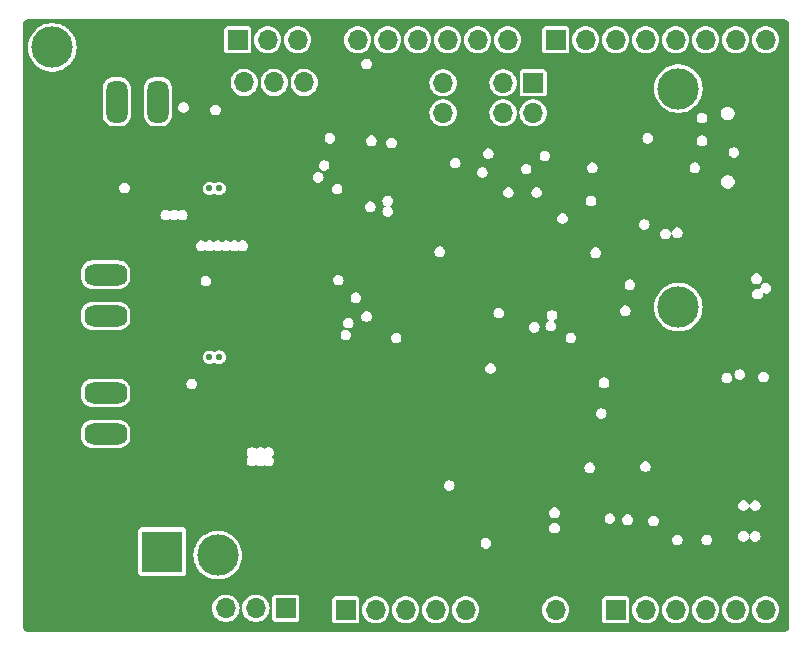
<source format=gbr>
%TF.GenerationSoftware,KiCad,Pcbnew,8.0.4*%
%TF.CreationDate,2024-09-09T20:17:18-04:00*%
%TF.ProjectId,EX-CSB1,45582d43-5342-4312-9e6b-696361645f70,rev?*%
%TF.SameCoordinates,Original*%
%TF.FileFunction,Copper,L3,Inr*%
%TF.FilePolarity,Positive*%
%FSLAX46Y46*%
G04 Gerber Fmt 4.6, Leading zero omitted, Abs format (unit mm)*
G04 Created by KiCad (PCBNEW 8.0.4) date 2024-09-09 20:17:18*
%MOMM*%
%LPD*%
G01*
G04 APERTURE LIST*
G04 Aperture macros list*
%AMRoundRect*
0 Rectangle with rounded corners*
0 $1 Rounding radius*
0 $2 $3 $4 $5 $6 $7 $8 $9 X,Y pos of 4 corners*
0 Add a 4 corners polygon primitive as box body*
4,1,4,$2,$3,$4,$5,$6,$7,$8,$9,$2,$3,0*
0 Add four circle primitives for the rounded corners*
1,1,$1+$1,$2,$3*
1,1,$1+$1,$4,$5*
1,1,$1+$1,$6,$7*
1,1,$1+$1,$8,$9*
0 Add four rect primitives between the rounded corners*
20,1,$1+$1,$2,$3,$4,$5,0*
20,1,$1+$1,$4,$5,$6,$7,0*
20,1,$1+$1,$6,$7,$8,$9,0*
20,1,$1+$1,$8,$9,$2,$3,0*%
G04 Aperture macros list end*
%TA.AperFunction,ComponentPad*%
%ADD10C,3.500000*%
%TD*%
%TA.AperFunction,ComponentPad*%
%ADD11C,0.600000*%
%TD*%
%TA.AperFunction,ComponentPad*%
%ADD12RoundRect,0.720000X-1.080000X0.180000X-1.080000X-0.180000X1.080000X-0.180000X1.080000X0.180000X0*%
%TD*%
%TA.AperFunction,ComponentPad*%
%ADD13R,1.700000X1.700000*%
%TD*%
%TA.AperFunction,ComponentPad*%
%ADD14O,1.700000X1.700000*%
%TD*%
%TA.AperFunction,ComponentPad*%
%ADD15O,2.100000X1.000000*%
%TD*%
%TA.AperFunction,ComponentPad*%
%ADD16O,1.800000X1.000000*%
%TD*%
%TA.AperFunction,ComponentPad*%
%ADD17RoundRect,0.720000X0.180000X1.080000X-0.180000X1.080000X-0.180000X-1.080000X0.180000X-1.080000X0*%
%TD*%
%TA.AperFunction,ComponentPad*%
%ADD18C,0.550000*%
%TD*%
%TA.AperFunction,ComponentPad*%
%ADD19C,0.500000*%
%TD*%
%TA.AperFunction,ComponentPad*%
%ADD20R,3.500000X3.500000*%
%TD*%
%TA.AperFunction,ComponentPad*%
%ADD21RoundRect,0.350000X-1.400000X-1.400000X1.400000X-1.400000X1.400000X1.400000X-1.400000X1.400000X0*%
%TD*%
%TA.AperFunction,ComponentPad*%
%ADD22RoundRect,0.875000X-1.125000X-0.875000X1.125000X-0.875000X1.125000X0.875000X-1.125000X0.875000X0*%
%TD*%
%TA.AperFunction,ViaPad*%
%ADD23C,0.600000*%
%TD*%
G04 APERTURE END LIST*
D10*
%TO.N,N/C*%
%TO.C,H103*%
X56000000Y46500000D03*
%TD*%
D11*
%TO.N,/out1b*%
%TO.C,J103*%
X8800000Y21250000D03*
X6200000Y21250000D03*
D12*
X7500000Y20750000D03*
D11*
X8800000Y20250000D03*
X6200000Y20250000D03*
%TO.N,/out2b*%
X8800000Y17750000D03*
X6200000Y17750000D03*
D12*
X7500000Y17250000D03*
D11*
X8800000Y16750000D03*
X6200000Y16750000D03*
%TD*%
D13*
%TO.N,unconnected-(J108-Pin_1-Pad1)*%
%TO.C,J108*%
X27825000Y2370000D03*
D14*
%TO.N,+3V3*%
X30365000Y2370000D03*
%TO.N,/reset_n*%
X32905000Y2370000D03*
%TO.N,+3V3*%
X35445000Y2370000D03*
%TO.N,+5V*%
X37985000Y2370000D03*
%TO.N,GND*%
X40525000Y2370000D03*
X43065000Y2370000D03*
%TO.N,vin_pin*%
X45605000Y2370000D03*
%TD*%
D10*
%TO.N,N/C*%
%TO.C,H104*%
X56000000Y28000000D03*
%TD*%
D15*
%TO.N,GND*%
%TO.C,J114*%
X59685000Y37180000D03*
D16*
X63865000Y37180000D03*
D15*
X59685000Y45820000D03*
D16*
X63865000Y45820000D03*
%TD*%
D13*
%TO.N,/scl*%
%TO.C,J107*%
X18685000Y50630000D03*
D14*
%TO.N,/sda*%
X21225000Y50630000D03*
%TO.N,/aref*%
X23765000Y50630000D03*
%TO.N,GND*%
X26305000Y50630000D03*
%TO.N,/d13*%
X28845000Y50630000D03*
%TO.N,/d12*%
X31385000Y50630000D03*
%TO.N,/d11*%
X33925000Y50630000D03*
%TO.N,/d10*%
X36465000Y50630000D03*
%TO.N,/brake_c*%
X39005000Y50630000D03*
%TO.N,/brake_d*%
X41545000Y50630000D03*
%TD*%
D11*
%TO.N,/Booster-C*%
%TO.C,J110*%
X12450000Y44100000D03*
X12450000Y46700000D03*
D17*
X11950000Y45400000D03*
D11*
X11450000Y44100000D03*
X11450000Y46700000D03*
%TO.N,/Booster-D*%
X8950000Y44100000D03*
X8950000Y46700000D03*
D17*
X8450000Y45400000D03*
D11*
X7950000Y44100000D03*
X7950000Y46700000D03*
%TD*%
D18*
%TO.N,/out2b*%
%TO.C,U101*%
X16300000Y23750000D03*
%TO.N,VM*%
X17100000Y23750000D03*
D19*
%TO.N,GND*%
X20400000Y26950000D03*
X19800000Y26950000D03*
X19200000Y26950000D03*
X18600000Y26950000D03*
X18000000Y26950000D03*
X17400000Y26950000D03*
X16800000Y26950000D03*
X16200000Y26950000D03*
X15600000Y26950000D03*
X20000000Y26250000D03*
X16000000Y26200000D03*
X20000000Y25500000D03*
X18000000Y25500000D03*
X16000000Y25450000D03*
X15570000Y25000000D03*
X20000000Y24750000D03*
X16010000Y24520000D03*
X15470000Y24340000D03*
X20400000Y24050000D03*
X19700000Y24050000D03*
X19100000Y24050000D03*
X18500000Y24050000D03*
X17900000Y24050000D03*
%TD*%
D13*
%TO.N,+3V3*%
%TO.C,J106*%
X43700000Y47000000D03*
D14*
X43700000Y44460000D03*
%TO.N,/sda*%
X41160000Y47000000D03*
X41160000Y44460000D03*
%TO.N,GND*%
X38620000Y47000000D03*
X38620000Y44460000D03*
%TO.N,/scl*%
X36080000Y47000000D03*
X36080000Y44460000D03*
%TD*%
D11*
%TO.N,/out1a*%
%TO.C,J101*%
X8800000Y31250000D03*
X6200000Y31250000D03*
D12*
X7500000Y30750000D03*
D11*
X8800000Y30250000D03*
X6200000Y30250000D03*
%TO.N,/out2a*%
X8800000Y27750000D03*
X6200000Y27750000D03*
D12*
X7500000Y27250000D03*
D11*
X8800000Y26750000D03*
X6200000Y26750000D03*
%TD*%
D10*
%TO.N,N/C*%
%TO.C,H101*%
X3000000Y50000000D03*
%TD*%
%TO.N,N/C*%
%TO.C,H102*%
X17000000Y7000000D03*
%TD*%
D13*
%TO.N,/d7*%
%TO.C,J113*%
X45605000Y50630000D03*
D14*
%TO.N,/d6*%
X48145000Y50630000D03*
%TO.N,/d5*%
X50685000Y50630000D03*
%TO.N,/d4*%
X53225000Y50630000D03*
%TO.N,/d3*%
X55765000Y50630000D03*
%TO.N,/d2*%
X58305000Y50630000D03*
%TO.N,/USB_TX*%
X60845000Y50630000D03*
%TO.N,/USB_RX*%
X63385000Y50630000D03*
%TD*%
D13*
%TO.N,/Power/v_conn*%
%TO.C,J204*%
X22765000Y2500000D03*
D14*
X20225000Y2500000D03*
X17685000Y2500000D03*
%TO.N,GND*%
X15145000Y2500000D03*
%TD*%
D13*
%TO.N,/a0*%
%TO.C,J112*%
X50685000Y2370000D03*
D14*
%TO.N,/a1*%
X53225000Y2370000D03*
%TO.N,/a2*%
X55765000Y2370000D03*
%TO.N,/a3*%
X58305000Y2370000D03*
%TO.N,/a4*%
X60845000Y2370000D03*
%TO.N,/a5*%
X63385000Y2370000D03*
%TD*%
D11*
%TO.N,/Power/v_conn*%
%TO.C,J201*%
X10900000Y8700000D03*
X10900000Y7300000D03*
X10900000Y5900000D03*
D20*
X12300000Y7300000D03*
D11*
X13700000Y8700000D03*
X13700000Y7300000D03*
X13700000Y5900000D03*
%TO.N,GND*%
X4900000Y8700000D03*
X4900000Y7300000D03*
X4900000Y5900000D03*
D21*
X6300000Y7300000D03*
D11*
X7700000Y8700000D03*
X7700000Y7300000D03*
X7700000Y5900000D03*
D22*
X9400000Y2600000D03*
%TD*%
D18*
%TO.N,/out2a*%
%TO.C,U102*%
X16300000Y38050000D03*
%TO.N,VM*%
X17100000Y38050000D03*
D19*
%TO.N,GND*%
X20400000Y41250000D03*
X19800000Y41250000D03*
X19200000Y41250000D03*
X18600000Y41250000D03*
X18000000Y41250000D03*
X17400000Y41250000D03*
X16800000Y41250000D03*
X16200000Y41250000D03*
X15600000Y41250000D03*
X20000000Y40550000D03*
X16000000Y40500000D03*
X20000000Y39800000D03*
X18000000Y39800000D03*
X16000000Y39750000D03*
X15570000Y39300000D03*
X20000000Y39050000D03*
X16010000Y38820000D03*
X15470000Y38640000D03*
X20400000Y38350000D03*
X19700000Y38350000D03*
X19100000Y38350000D03*
X18500000Y38350000D03*
X17900000Y38350000D03*
%TD*%
D13*
%TO.N,GND*%
%TO.C,J111*%
X16700000Y47025000D03*
D14*
%TO.N,+3V3*%
X19240000Y47025000D03*
%TO.N,/scl*%
X21780000Y47025000D03*
%TO.N,/sda*%
X24320000Y47025000D03*
%TD*%
D23*
%TO.N,GND*%
X13700000Y40500000D03*
X31200000Y5400000D03*
X27100000Y41400000D03*
X56900000Y34800000D03*
X36000000Y10000000D03*
X45600000Y21400000D03*
X24200000Y17000000D03*
X5300000Y10000000D03*
X24700000Y18700000D03*
X60900000Y42400000D03*
X57000000Y18900000D03*
X40200000Y11300000D03*
X17700000Y16700000D03*
X32400000Y28900000D03*
X39500000Y10600000D03*
X3300000Y9000000D03*
X28700000Y18700000D03*
X3300000Y35200000D03*
X40400000Y8500000D03*
X42800000Y24700000D03*
X50900000Y18400000D03*
X41100000Y8500000D03*
X56300000Y17200000D03*
X48500000Y4400000D03*
X24700000Y19900000D03*
X46900000Y31900000D03*
X56300000Y15800000D03*
X46300000Y21400000D03*
X63100000Y31900000D03*
X57700000Y15800000D03*
X40600000Y21900000D03*
X65100000Y27000000D03*
X8900000Y6600000D03*
X22300000Y33500000D03*
X29700000Y29100000D03*
X32600000Y5400000D03*
X65100000Y7400000D03*
X14500000Y38100000D03*
X56200000Y18900000D03*
X33600000Y19200000D03*
X55600000Y14000000D03*
X5600000Y4200000D03*
X18000000Y13831371D03*
X42900000Y27300000D03*
X14900000Y23700000D03*
X49600000Y47500000D03*
X57700000Y17200000D03*
X35300000Y10000000D03*
X36700000Y10000000D03*
X15400000Y34800000D03*
X15800000Y19400000D03*
X22800000Y21700000D03*
X53200000Y36500000D03*
X31300000Y41100000D03*
X25500000Y32700000D03*
X8700000Y5100000D03*
X45400000Y25300000D03*
X6900000Y10000000D03*
X3400000Y5900000D03*
X24800000Y26600000D03*
X45000000Y7700000D03*
X30500000Y31900000D03*
X9000000Y39900000D03*
X22300000Y27200000D03*
X57100000Y8700000D03*
X26600000Y23100000D03*
X40200000Y12000000D03*
X31900000Y5400000D03*
X29100000Y38200000D03*
X64300000Y22100000D03*
X56700000Y14000000D03*
X16000000Y15500000D03*
X56400000Y25500000D03*
X3300000Y7300000D03*
X61000000Y29700000D03*
X60600000Y11500000D03*
X49500000Y40500000D03*
X57700000Y14000000D03*
X28100000Y21200000D03*
X60500000Y21000000D03*
X48500000Y13500000D03*
X55800000Y40000000D03*
X40200000Y10600000D03*
X58500000Y14000000D03*
X52700000Y10600000D03*
X54100000Y33400000D03*
X7200000Y4500000D03*
X64400000Y29100000D03*
X34600000Y10000000D03*
X55700000Y42300000D03*
X22300000Y32500000D03*
X31400000Y19200000D03*
X44200000Y39100000D03*
X13900000Y24900000D03*
X28700000Y7300000D03*
X8800000Y7900000D03*
X40300000Y6500000D03*
X38700000Y27300000D03*
X4100000Y4400000D03*
X58000000Y18900000D03*
X48500000Y35800000D03*
X4000000Y10100000D03*
X3000000Y29300000D03*
X8500000Y9700000D03*
X43000000Y41000000D03*
X3800000Y18900000D03*
%TD*%
%TA.AperFunction,Conductor*%
%TO.N,GND*%
G36*
X64903487Y52399108D02*
G01*
X65004153Y52387765D01*
X65017792Y52384652D01*
X65110082Y52352359D01*
X65122686Y52346289D01*
X65205470Y52294272D01*
X65216412Y52285546D01*
X65285545Y52216413D01*
X65294271Y52205471D01*
X65346286Y52122690D01*
X65352359Y52110080D01*
X65384650Y52017795D01*
X65387764Y52004151D01*
X65399107Y51903488D01*
X65399500Y51896490D01*
X65399500Y1003511D01*
X65399107Y996513D01*
X65387764Y895850D01*
X65384650Y882206D01*
X65352359Y789921D01*
X65346286Y777311D01*
X65294271Y694530D01*
X65285545Y683588D01*
X65216412Y614455D01*
X65205470Y605729D01*
X65122689Y553714D01*
X65110079Y547641D01*
X65017794Y515350D01*
X65004150Y512236D01*
X64903488Y500893D01*
X64896490Y500500D01*
X1003510Y500500D01*
X996512Y500893D01*
X895849Y512236D01*
X882205Y515350D01*
X789920Y547641D01*
X777310Y553714D01*
X694529Y605729D01*
X683587Y614455D01*
X614454Y683588D01*
X605728Y694530D01*
X553713Y777311D01*
X547641Y789918D01*
X515348Y882208D01*
X512235Y895850D01*
X500893Y996513D01*
X500500Y1003511D01*
X500500Y2500004D01*
X16529571Y2500004D01*
X16529571Y2499997D01*
X16549242Y2287698D01*
X16549244Y2287687D01*
X16607596Y2082609D01*
X16702631Y1891750D01*
X16702632Y1891748D01*
X16702634Y1891745D01*
X16831128Y1721593D01*
X16988697Y1577949D01*
X16988696Y1577949D01*
X17169977Y1465704D01*
X17169978Y1465703D01*
X17169981Y1465702D01*
X17368802Y1388679D01*
X17578390Y1349500D01*
X17578393Y1349500D01*
X17791607Y1349500D01*
X17791610Y1349500D01*
X18001198Y1388679D01*
X18200019Y1465702D01*
X18381302Y1577948D01*
X18538872Y1721593D01*
X18667366Y1891745D01*
X18762405Y2082611D01*
X18820756Y2287690D01*
X18828383Y2370000D01*
X18840429Y2499997D01*
X18840429Y2500004D01*
X19069571Y2500004D01*
X19069571Y2499997D01*
X19089242Y2287698D01*
X19089244Y2287687D01*
X19147596Y2082609D01*
X19242631Y1891750D01*
X19242632Y1891748D01*
X19242634Y1891745D01*
X19371128Y1721593D01*
X19528697Y1577949D01*
X19528696Y1577949D01*
X19709977Y1465704D01*
X19709978Y1465703D01*
X19709981Y1465702D01*
X19908802Y1388679D01*
X20118390Y1349500D01*
X20118393Y1349500D01*
X20331607Y1349500D01*
X20331610Y1349500D01*
X20541198Y1388679D01*
X20740019Y1465702D01*
X20921302Y1577948D01*
X21078872Y1721593D01*
X21207366Y1891745D01*
X21302405Y2082611D01*
X21360756Y2287690D01*
X21368383Y2370000D01*
X21380429Y2499997D01*
X21380429Y2500004D01*
X21360757Y2712303D01*
X21360755Y2712314D01*
X21354480Y2734365D01*
X21302405Y2917389D01*
X21207366Y3108255D01*
X21078872Y3278407D01*
X20951126Y3394864D01*
X21614500Y3394864D01*
X21614500Y1605137D01*
X21617415Y1580008D01*
X21618325Y1577948D01*
X21662794Y1477235D01*
X21742235Y1397794D01*
X21845009Y1352415D01*
X21870135Y1349500D01*
X23659864Y1349501D01*
X23684991Y1352415D01*
X23787765Y1397794D01*
X23867206Y1477235D01*
X23912585Y1580009D01*
X23915500Y1605135D01*
X23915499Y3264864D01*
X26674500Y3264864D01*
X26674500Y1475137D01*
X26677415Y1450008D01*
X26678325Y1447948D01*
X26722794Y1347235D01*
X26802235Y1267794D01*
X26905009Y1222415D01*
X26930135Y1219500D01*
X28719864Y1219501D01*
X28744991Y1222415D01*
X28847765Y1267794D01*
X28927206Y1347235D01*
X28972585Y1450009D01*
X28975500Y1475135D01*
X28975499Y2370004D01*
X29209571Y2370004D01*
X29209571Y2369997D01*
X29229242Y2157698D01*
X29229244Y2157687D01*
X29287596Y1952609D01*
X29382631Y1761750D01*
X29382632Y1761748D01*
X29382634Y1761745D01*
X29511128Y1591593D01*
X29668697Y1447949D01*
X29668696Y1447949D01*
X29849977Y1335704D01*
X29849978Y1335703D01*
X29849981Y1335702D01*
X30048802Y1258679D01*
X30258390Y1219500D01*
X30258393Y1219500D01*
X30471607Y1219500D01*
X30471610Y1219500D01*
X30681198Y1258679D01*
X30880019Y1335702D01*
X31061302Y1447948D01*
X31218872Y1591593D01*
X31347366Y1761745D01*
X31442405Y1952611D01*
X31500756Y2157690D01*
X31520429Y2370000D01*
X31520429Y2370004D01*
X31749571Y2370004D01*
X31749571Y2369997D01*
X31769242Y2157698D01*
X31769244Y2157687D01*
X31827596Y1952609D01*
X31922631Y1761750D01*
X31922632Y1761748D01*
X31922634Y1761745D01*
X32051128Y1591593D01*
X32208697Y1447949D01*
X32208696Y1447949D01*
X32389977Y1335704D01*
X32389978Y1335703D01*
X32389981Y1335702D01*
X32588802Y1258679D01*
X32798390Y1219500D01*
X32798393Y1219500D01*
X33011607Y1219500D01*
X33011610Y1219500D01*
X33221198Y1258679D01*
X33420019Y1335702D01*
X33601302Y1447948D01*
X33758872Y1591593D01*
X33887366Y1761745D01*
X33982405Y1952611D01*
X34040756Y2157690D01*
X34060429Y2370000D01*
X34060429Y2370004D01*
X34289571Y2370004D01*
X34289571Y2369997D01*
X34309242Y2157698D01*
X34309244Y2157687D01*
X34367596Y1952609D01*
X34462631Y1761750D01*
X34462632Y1761748D01*
X34462634Y1761745D01*
X34591128Y1591593D01*
X34748697Y1447949D01*
X34748696Y1447949D01*
X34929977Y1335704D01*
X34929978Y1335703D01*
X34929981Y1335702D01*
X35128802Y1258679D01*
X35338390Y1219500D01*
X35338393Y1219500D01*
X35551607Y1219500D01*
X35551610Y1219500D01*
X35761198Y1258679D01*
X35960019Y1335702D01*
X36141302Y1447948D01*
X36298872Y1591593D01*
X36427366Y1761745D01*
X36522405Y1952611D01*
X36580756Y2157690D01*
X36600429Y2370000D01*
X36600429Y2370004D01*
X36829571Y2370004D01*
X36829571Y2369997D01*
X36849242Y2157698D01*
X36849244Y2157687D01*
X36907596Y1952609D01*
X37002631Y1761750D01*
X37002632Y1761748D01*
X37002634Y1761745D01*
X37131128Y1591593D01*
X37288697Y1447949D01*
X37288696Y1447949D01*
X37469977Y1335704D01*
X37469978Y1335703D01*
X37469981Y1335702D01*
X37668802Y1258679D01*
X37878390Y1219500D01*
X37878393Y1219500D01*
X38091607Y1219500D01*
X38091610Y1219500D01*
X38301198Y1258679D01*
X38500019Y1335702D01*
X38681302Y1447948D01*
X38838872Y1591593D01*
X38967366Y1761745D01*
X39062405Y1952611D01*
X39120756Y2157690D01*
X39140429Y2370000D01*
X39140429Y2370004D01*
X44449571Y2370004D01*
X44449571Y2369997D01*
X44469242Y2157698D01*
X44469244Y2157687D01*
X44527596Y1952609D01*
X44622631Y1761750D01*
X44622632Y1761748D01*
X44622634Y1761745D01*
X44751128Y1591593D01*
X44908697Y1447949D01*
X44908696Y1447949D01*
X45089977Y1335704D01*
X45089978Y1335703D01*
X45089981Y1335702D01*
X45288802Y1258679D01*
X45498390Y1219500D01*
X45498393Y1219500D01*
X45711607Y1219500D01*
X45711610Y1219500D01*
X45921198Y1258679D01*
X46120019Y1335702D01*
X46301302Y1447948D01*
X46458872Y1591593D01*
X46587366Y1761745D01*
X46682405Y1952611D01*
X46740756Y2157690D01*
X46760429Y2370000D01*
X46748383Y2499997D01*
X46740757Y2582303D01*
X46740755Y2582314D01*
X46734480Y2604365D01*
X46682405Y2787389D01*
X46587366Y2978255D01*
X46458872Y3148407D01*
X46331126Y3264864D01*
X49534500Y3264864D01*
X49534500Y1475137D01*
X49537415Y1450008D01*
X49538325Y1447948D01*
X49582794Y1347235D01*
X49662235Y1267794D01*
X49765009Y1222415D01*
X49790135Y1219500D01*
X51579864Y1219501D01*
X51604991Y1222415D01*
X51707765Y1267794D01*
X51787206Y1347235D01*
X51832585Y1450009D01*
X51835500Y1475135D01*
X51835499Y2370004D01*
X52069571Y2370004D01*
X52069571Y2369997D01*
X52089242Y2157698D01*
X52089244Y2157687D01*
X52147596Y1952609D01*
X52242631Y1761750D01*
X52242632Y1761748D01*
X52242634Y1761745D01*
X52371128Y1591593D01*
X52528697Y1447949D01*
X52528696Y1447949D01*
X52709977Y1335704D01*
X52709978Y1335703D01*
X52709981Y1335702D01*
X52908802Y1258679D01*
X53118390Y1219500D01*
X53118393Y1219500D01*
X53331607Y1219500D01*
X53331610Y1219500D01*
X53541198Y1258679D01*
X53740019Y1335702D01*
X53921302Y1447948D01*
X54078872Y1591593D01*
X54207366Y1761745D01*
X54302405Y1952611D01*
X54360756Y2157690D01*
X54380429Y2370000D01*
X54380429Y2370004D01*
X54609571Y2370004D01*
X54609571Y2369997D01*
X54629242Y2157698D01*
X54629244Y2157687D01*
X54687596Y1952609D01*
X54782631Y1761750D01*
X54782632Y1761748D01*
X54782634Y1761745D01*
X54911128Y1591593D01*
X55068697Y1447949D01*
X55068696Y1447949D01*
X55249977Y1335704D01*
X55249978Y1335703D01*
X55249981Y1335702D01*
X55448802Y1258679D01*
X55658390Y1219500D01*
X55658393Y1219500D01*
X55871607Y1219500D01*
X55871610Y1219500D01*
X56081198Y1258679D01*
X56280019Y1335702D01*
X56461302Y1447948D01*
X56618872Y1591593D01*
X56747366Y1761745D01*
X56842405Y1952611D01*
X56900756Y2157690D01*
X56920429Y2370000D01*
X56920429Y2370004D01*
X57149571Y2370004D01*
X57149571Y2369997D01*
X57169242Y2157698D01*
X57169244Y2157687D01*
X57227596Y1952609D01*
X57322631Y1761750D01*
X57322632Y1761748D01*
X57322634Y1761745D01*
X57451128Y1591593D01*
X57608697Y1447949D01*
X57608696Y1447949D01*
X57789977Y1335704D01*
X57789978Y1335703D01*
X57789981Y1335702D01*
X57988802Y1258679D01*
X58198390Y1219500D01*
X58198393Y1219500D01*
X58411607Y1219500D01*
X58411610Y1219500D01*
X58621198Y1258679D01*
X58820019Y1335702D01*
X59001302Y1447948D01*
X59158872Y1591593D01*
X59287366Y1761745D01*
X59382405Y1952611D01*
X59440756Y2157690D01*
X59460429Y2370000D01*
X59460429Y2370004D01*
X59689571Y2370004D01*
X59689571Y2369997D01*
X59709242Y2157698D01*
X59709244Y2157687D01*
X59767596Y1952609D01*
X59862631Y1761750D01*
X59862632Y1761748D01*
X59862634Y1761745D01*
X59991128Y1591593D01*
X60148697Y1447949D01*
X60148696Y1447949D01*
X60329977Y1335704D01*
X60329978Y1335703D01*
X60329981Y1335702D01*
X60528802Y1258679D01*
X60738390Y1219500D01*
X60738393Y1219500D01*
X60951607Y1219500D01*
X60951610Y1219500D01*
X61161198Y1258679D01*
X61360019Y1335702D01*
X61541302Y1447948D01*
X61698872Y1591593D01*
X61827366Y1761745D01*
X61922405Y1952611D01*
X61980756Y2157690D01*
X62000429Y2370000D01*
X62000429Y2370004D01*
X62229571Y2370004D01*
X62229571Y2369997D01*
X62249242Y2157698D01*
X62249244Y2157687D01*
X62307596Y1952609D01*
X62402631Y1761750D01*
X62402632Y1761748D01*
X62402634Y1761745D01*
X62531128Y1591593D01*
X62688697Y1447949D01*
X62688696Y1447949D01*
X62869977Y1335704D01*
X62869978Y1335703D01*
X62869981Y1335702D01*
X63068802Y1258679D01*
X63278390Y1219500D01*
X63278393Y1219500D01*
X63491607Y1219500D01*
X63491610Y1219500D01*
X63701198Y1258679D01*
X63900019Y1335702D01*
X64081302Y1447948D01*
X64238872Y1591593D01*
X64367366Y1761745D01*
X64462405Y1952611D01*
X64520756Y2157690D01*
X64540429Y2370000D01*
X64528383Y2499997D01*
X64520757Y2582303D01*
X64520755Y2582314D01*
X64514480Y2604365D01*
X64462405Y2787389D01*
X64367366Y2978255D01*
X64238872Y3148407D01*
X64081302Y3292052D01*
X64081303Y3292052D01*
X63900022Y3404297D01*
X63900021Y3404298D01*
X63783703Y3449359D01*
X63701198Y3481321D01*
X63701195Y3481322D01*
X63701194Y3481322D01*
X63491614Y3520500D01*
X63491610Y3520500D01*
X63278390Y3520500D01*
X63278385Y3520500D01*
X63068805Y3481322D01*
X62869978Y3404298D01*
X62869977Y3404297D01*
X62688696Y3292052D01*
X62531126Y3148405D01*
X62531124Y3148403D01*
X62402634Y2978255D01*
X62402631Y2978251D01*
X62307596Y2787392D01*
X62249244Y2582314D01*
X62249242Y2582303D01*
X62229571Y2370004D01*
X62000429Y2370004D01*
X61988383Y2499997D01*
X61980757Y2582303D01*
X61980755Y2582314D01*
X61974480Y2604365D01*
X61922405Y2787389D01*
X61827366Y2978255D01*
X61698872Y3148407D01*
X61541302Y3292052D01*
X61541303Y3292052D01*
X61360022Y3404297D01*
X61360021Y3404298D01*
X61243703Y3449359D01*
X61161198Y3481321D01*
X61161195Y3481322D01*
X61161194Y3481322D01*
X60951614Y3520500D01*
X60951610Y3520500D01*
X60738390Y3520500D01*
X60738385Y3520500D01*
X60528805Y3481322D01*
X60329978Y3404298D01*
X60329977Y3404297D01*
X60148696Y3292052D01*
X59991126Y3148405D01*
X59991124Y3148403D01*
X59862634Y2978255D01*
X59862631Y2978251D01*
X59767596Y2787392D01*
X59709244Y2582314D01*
X59709242Y2582303D01*
X59689571Y2370004D01*
X59460429Y2370004D01*
X59448383Y2499997D01*
X59440757Y2582303D01*
X59440755Y2582314D01*
X59434480Y2604365D01*
X59382405Y2787389D01*
X59287366Y2978255D01*
X59158872Y3148407D01*
X59001302Y3292052D01*
X59001303Y3292052D01*
X58820022Y3404297D01*
X58820021Y3404298D01*
X58703703Y3449359D01*
X58621198Y3481321D01*
X58621195Y3481322D01*
X58621194Y3481322D01*
X58411614Y3520500D01*
X58411610Y3520500D01*
X58198390Y3520500D01*
X58198385Y3520500D01*
X57988805Y3481322D01*
X57789978Y3404298D01*
X57789977Y3404297D01*
X57608696Y3292052D01*
X57451126Y3148405D01*
X57451124Y3148403D01*
X57322634Y2978255D01*
X57322631Y2978251D01*
X57227596Y2787392D01*
X57169244Y2582314D01*
X57169242Y2582303D01*
X57149571Y2370004D01*
X56920429Y2370004D01*
X56908383Y2499997D01*
X56900757Y2582303D01*
X56900755Y2582314D01*
X56894480Y2604365D01*
X56842405Y2787389D01*
X56747366Y2978255D01*
X56618872Y3148407D01*
X56461302Y3292052D01*
X56461303Y3292052D01*
X56280022Y3404297D01*
X56280021Y3404298D01*
X56163703Y3449359D01*
X56081198Y3481321D01*
X56081195Y3481322D01*
X56081194Y3481322D01*
X55871614Y3520500D01*
X55871610Y3520500D01*
X55658390Y3520500D01*
X55658385Y3520500D01*
X55448805Y3481322D01*
X55249978Y3404298D01*
X55249977Y3404297D01*
X55068696Y3292052D01*
X54911126Y3148405D01*
X54911124Y3148403D01*
X54782634Y2978255D01*
X54782631Y2978251D01*
X54687596Y2787392D01*
X54629244Y2582314D01*
X54629242Y2582303D01*
X54609571Y2370004D01*
X54380429Y2370004D01*
X54368383Y2499997D01*
X54360757Y2582303D01*
X54360755Y2582314D01*
X54354480Y2604365D01*
X54302405Y2787389D01*
X54207366Y2978255D01*
X54078872Y3148407D01*
X53921302Y3292052D01*
X53921303Y3292052D01*
X53740022Y3404297D01*
X53740021Y3404298D01*
X53623703Y3449359D01*
X53541198Y3481321D01*
X53541195Y3481322D01*
X53541194Y3481322D01*
X53331614Y3520500D01*
X53331610Y3520500D01*
X53118390Y3520500D01*
X53118385Y3520500D01*
X52908805Y3481322D01*
X52709978Y3404298D01*
X52709977Y3404297D01*
X52528696Y3292052D01*
X52371126Y3148405D01*
X52371124Y3148403D01*
X52242634Y2978255D01*
X52242631Y2978251D01*
X52147596Y2787392D01*
X52089244Y2582314D01*
X52089242Y2582303D01*
X52069571Y2370004D01*
X51835499Y2370004D01*
X51835499Y3264864D01*
X51832585Y3289991D01*
X51787206Y3392765D01*
X51707765Y3472206D01*
X51604991Y3517585D01*
X51579865Y3520500D01*
X51579863Y3520500D01*
X49790136Y3520500D01*
X49765007Y3517585D01*
X49662233Y3472205D01*
X49582795Y3392767D01*
X49537415Y3289990D01*
X49534500Y3264864D01*
X46331126Y3264864D01*
X46301302Y3292052D01*
X46301303Y3292052D01*
X46120022Y3404297D01*
X46120021Y3404298D01*
X46003703Y3449359D01*
X45921198Y3481321D01*
X45921195Y3481322D01*
X45921194Y3481322D01*
X45711614Y3520500D01*
X45711610Y3520500D01*
X45498390Y3520500D01*
X45498385Y3520500D01*
X45288805Y3481322D01*
X45089978Y3404298D01*
X45089977Y3404297D01*
X44908696Y3292052D01*
X44751126Y3148405D01*
X44751124Y3148403D01*
X44622634Y2978255D01*
X44622631Y2978251D01*
X44527596Y2787392D01*
X44469244Y2582314D01*
X44469242Y2582303D01*
X44449571Y2370004D01*
X39140429Y2370004D01*
X39128383Y2499997D01*
X39120757Y2582303D01*
X39120755Y2582314D01*
X39114480Y2604365D01*
X39062405Y2787389D01*
X38967366Y2978255D01*
X38838872Y3148407D01*
X38681302Y3292052D01*
X38681303Y3292052D01*
X38500022Y3404297D01*
X38500021Y3404298D01*
X38383703Y3449359D01*
X38301198Y3481321D01*
X38301195Y3481322D01*
X38301194Y3481322D01*
X38091614Y3520500D01*
X38091610Y3520500D01*
X37878390Y3520500D01*
X37878385Y3520500D01*
X37668805Y3481322D01*
X37469978Y3404298D01*
X37469977Y3404297D01*
X37288696Y3292052D01*
X37131126Y3148405D01*
X37131124Y3148403D01*
X37002634Y2978255D01*
X37002631Y2978251D01*
X36907596Y2787392D01*
X36849244Y2582314D01*
X36849242Y2582303D01*
X36829571Y2370004D01*
X36600429Y2370004D01*
X36588383Y2499997D01*
X36580757Y2582303D01*
X36580755Y2582314D01*
X36574480Y2604365D01*
X36522405Y2787389D01*
X36427366Y2978255D01*
X36298872Y3148407D01*
X36141302Y3292052D01*
X36141303Y3292052D01*
X35960022Y3404297D01*
X35960021Y3404298D01*
X35843703Y3449359D01*
X35761198Y3481321D01*
X35761195Y3481322D01*
X35761194Y3481322D01*
X35551614Y3520500D01*
X35551610Y3520500D01*
X35338390Y3520500D01*
X35338385Y3520500D01*
X35128805Y3481322D01*
X34929978Y3404298D01*
X34929977Y3404297D01*
X34748696Y3292052D01*
X34591126Y3148405D01*
X34591124Y3148403D01*
X34462634Y2978255D01*
X34462631Y2978251D01*
X34367596Y2787392D01*
X34309244Y2582314D01*
X34309242Y2582303D01*
X34289571Y2370004D01*
X34060429Y2370004D01*
X34048383Y2499997D01*
X34040757Y2582303D01*
X34040755Y2582314D01*
X34034480Y2604365D01*
X33982405Y2787389D01*
X33887366Y2978255D01*
X33758872Y3148407D01*
X33601302Y3292052D01*
X33601303Y3292052D01*
X33420022Y3404297D01*
X33420021Y3404298D01*
X33303703Y3449359D01*
X33221198Y3481321D01*
X33221195Y3481322D01*
X33221194Y3481322D01*
X33011614Y3520500D01*
X33011610Y3520500D01*
X32798390Y3520500D01*
X32798385Y3520500D01*
X32588805Y3481322D01*
X32389978Y3404298D01*
X32389977Y3404297D01*
X32208696Y3292052D01*
X32051126Y3148405D01*
X32051124Y3148403D01*
X31922634Y2978255D01*
X31922631Y2978251D01*
X31827596Y2787392D01*
X31769244Y2582314D01*
X31769242Y2582303D01*
X31749571Y2370004D01*
X31520429Y2370004D01*
X31508383Y2499997D01*
X31500757Y2582303D01*
X31500755Y2582314D01*
X31494480Y2604365D01*
X31442405Y2787389D01*
X31347366Y2978255D01*
X31218872Y3148407D01*
X31061302Y3292052D01*
X31061303Y3292052D01*
X30880022Y3404297D01*
X30880021Y3404298D01*
X30763703Y3449359D01*
X30681198Y3481321D01*
X30681195Y3481322D01*
X30681194Y3481322D01*
X30471614Y3520500D01*
X30471610Y3520500D01*
X30258390Y3520500D01*
X30258385Y3520500D01*
X30048805Y3481322D01*
X29849978Y3404298D01*
X29849977Y3404297D01*
X29668696Y3292052D01*
X29511126Y3148405D01*
X29511124Y3148403D01*
X29382634Y2978255D01*
X29382631Y2978251D01*
X29287596Y2787392D01*
X29229244Y2582314D01*
X29229242Y2582303D01*
X29209571Y2370004D01*
X28975499Y2370004D01*
X28975499Y3264864D01*
X28972585Y3289991D01*
X28927206Y3392765D01*
X28847765Y3472206D01*
X28744991Y3517585D01*
X28719865Y3520500D01*
X28719863Y3520500D01*
X26930136Y3520500D01*
X26905007Y3517585D01*
X26802233Y3472205D01*
X26722795Y3392767D01*
X26677415Y3289990D01*
X26674500Y3264864D01*
X23915499Y3264864D01*
X23915499Y3394864D01*
X23912585Y3419991D01*
X23867206Y3522765D01*
X23787765Y3602206D01*
X23684991Y3647585D01*
X23659865Y3650500D01*
X23659863Y3650500D01*
X21870136Y3650500D01*
X21845007Y3647585D01*
X21742233Y3602205D01*
X21662795Y3522767D01*
X21662794Y3522766D01*
X21662794Y3522765D01*
X21661794Y3520499D01*
X21617415Y3419990D01*
X21614500Y3394864D01*
X20951126Y3394864D01*
X20921302Y3422052D01*
X20921303Y3422052D01*
X20740022Y3534297D01*
X20740021Y3534298D01*
X20623703Y3579359D01*
X20541198Y3611321D01*
X20541195Y3611322D01*
X20541194Y3611322D01*
X20331614Y3650500D01*
X20331610Y3650500D01*
X20118390Y3650500D01*
X20118385Y3650500D01*
X19908805Y3611322D01*
X19709978Y3534298D01*
X19709977Y3534297D01*
X19528696Y3422052D01*
X19371126Y3278405D01*
X19371124Y3278403D01*
X19242634Y3108255D01*
X19242631Y3108251D01*
X19147596Y2917392D01*
X19089244Y2712314D01*
X19089242Y2712303D01*
X19069571Y2500004D01*
X18840429Y2500004D01*
X18820757Y2712303D01*
X18820755Y2712314D01*
X18814480Y2734365D01*
X18762405Y2917389D01*
X18667366Y3108255D01*
X18538872Y3278407D01*
X18381302Y3422052D01*
X18381303Y3422052D01*
X18200022Y3534297D01*
X18200021Y3534298D01*
X18083703Y3579359D01*
X18001198Y3611321D01*
X18001195Y3611322D01*
X18001194Y3611322D01*
X17791614Y3650500D01*
X17791610Y3650500D01*
X17578390Y3650500D01*
X17578385Y3650500D01*
X17368805Y3611322D01*
X17169978Y3534298D01*
X17169977Y3534297D01*
X16988696Y3422052D01*
X16831126Y3278405D01*
X16831124Y3278403D01*
X16702634Y3108255D01*
X16702631Y3108251D01*
X16607596Y2917392D01*
X16549244Y2712314D01*
X16549242Y2712303D01*
X16529571Y2500004D01*
X500500Y2500004D01*
X500500Y9094864D01*
X10249500Y9094864D01*
X10249500Y5505137D01*
X10252415Y5480011D01*
X10252415Y5480009D01*
X10297794Y5377235D01*
X10377235Y5297794D01*
X10480009Y5252415D01*
X10505135Y5249500D01*
X14094864Y5249501D01*
X14119991Y5252415D01*
X14222765Y5297794D01*
X14302206Y5377235D01*
X14347585Y5480009D01*
X14350500Y5505135D01*
X14350500Y7000005D01*
X14944709Y7000005D01*
X14944709Y6999996D01*
X14963850Y6720147D01*
X14963851Y6720144D01*
X15020925Y6445490D01*
X15020928Y6445481D01*
X15114862Y6181173D01*
X15243918Y5932105D01*
X15405687Y5702931D01*
X15405694Y5702923D01*
X15597148Y5497925D01*
X15597156Y5497918D01*
X15647022Y5457349D01*
X15814754Y5320889D01*
X15814756Y5320888D01*
X16054424Y5175142D01*
X16054428Y5175140D01*
X16054432Y5175138D01*
X16311725Y5063380D01*
X16581839Y4987697D01*
X16859742Y4949500D01*
X16859743Y4949500D01*
X17140257Y4949500D01*
X17140258Y4949500D01*
X17418161Y4987697D01*
X17688275Y5063380D01*
X17945568Y5175138D01*
X18185246Y5320889D01*
X18402845Y5497919D01*
X18402851Y5497925D01*
X18594305Y5702923D01*
X18594312Y5702931D01*
X18756081Y5932104D01*
X18885136Y6181170D01*
X18979075Y6445489D01*
X19036148Y6720138D01*
X19055291Y7000000D01*
X19036148Y7279862D01*
X18979075Y7554511D01*
X18885136Y7818830D01*
X18791262Y8000000D01*
X39244867Y8000000D01*
X39263302Y7871776D01*
X39263303Y7871774D01*
X39317118Y7753937D01*
X39401951Y7656033D01*
X39510931Y7585996D01*
X39510933Y7585996D01*
X39510934Y7585995D01*
X39635225Y7549501D01*
X39635227Y7549500D01*
X39635228Y7549500D01*
X39764773Y7549500D01*
X39764773Y7549501D01*
X39889069Y7585996D01*
X39998049Y7656033D01*
X40082882Y7753937D01*
X40136697Y7871774D01*
X40155133Y8000000D01*
X40136697Y8128226D01*
X40082882Y8246063D01*
X40036146Y8300000D01*
X55444867Y8300000D01*
X55463302Y8171776D01*
X55463303Y8171774D01*
X55517118Y8053937D01*
X55601951Y7956033D01*
X55710931Y7885996D01*
X55710933Y7885996D01*
X55710934Y7885995D01*
X55835225Y7849501D01*
X55835227Y7849500D01*
X55835228Y7849500D01*
X55964773Y7849500D01*
X55964773Y7849501D01*
X56089069Y7885996D01*
X56198049Y7956033D01*
X56282882Y8053937D01*
X56336697Y8171774D01*
X56355133Y8300000D01*
X57944867Y8300000D01*
X57963302Y8171776D01*
X57963303Y8171774D01*
X58017118Y8053937D01*
X58101951Y7956033D01*
X58210931Y7885996D01*
X58210933Y7885996D01*
X58210934Y7885995D01*
X58335225Y7849501D01*
X58335227Y7849500D01*
X58335228Y7849500D01*
X58464773Y7849500D01*
X58464773Y7849501D01*
X58589069Y7885996D01*
X58698049Y7956033D01*
X58782882Y8053937D01*
X58836697Y8171774D01*
X58855133Y8300000D01*
X58836697Y8428226D01*
X58782882Y8546063D01*
X58736146Y8600000D01*
X61044867Y8600000D01*
X61063302Y8471776D01*
X61063303Y8471774D01*
X61117118Y8353937D01*
X61201951Y8256033D01*
X61310931Y8185996D01*
X61310933Y8185996D01*
X61310934Y8185995D01*
X61435225Y8149501D01*
X61435227Y8149500D01*
X61435228Y8149500D01*
X61564773Y8149500D01*
X61564773Y8149501D01*
X61689069Y8185996D01*
X61798049Y8256033D01*
X61882882Y8353937D01*
X61936697Y8471774D01*
X61938136Y8481782D01*
X61962545Y8522921D01*
X62008894Y8534752D01*
X62050033Y8510343D01*
X62061864Y8481782D01*
X62063302Y8471776D01*
X62063303Y8471774D01*
X62117118Y8353937D01*
X62201951Y8256033D01*
X62310931Y8185996D01*
X62310933Y8185996D01*
X62310934Y8185995D01*
X62435225Y8149501D01*
X62435227Y8149500D01*
X62435228Y8149500D01*
X62564773Y8149500D01*
X62564773Y8149501D01*
X62689069Y8185996D01*
X62798049Y8256033D01*
X62882882Y8353937D01*
X62936697Y8471774D01*
X62955133Y8600000D01*
X62936697Y8728226D01*
X62882882Y8846063D01*
X62798049Y8943967D01*
X62798048Y8943968D01*
X62756081Y8970938D01*
X62689069Y9014004D01*
X62689067Y9014005D01*
X62689065Y9014006D01*
X62564774Y9050500D01*
X62564772Y9050500D01*
X62435228Y9050500D01*
X62435226Y9050500D01*
X62310934Y9014006D01*
X62201951Y8943968D01*
X62117118Y8846064D01*
X62117118Y8846063D01*
X62063302Y8728225D01*
X62061864Y8718218D01*
X62037455Y8677079D01*
X61991105Y8665249D01*
X61949966Y8689658D01*
X61938136Y8718218D01*
X61936697Y8728225D01*
X61936697Y8728226D01*
X61882882Y8846063D01*
X61798049Y8943967D01*
X61798048Y8943968D01*
X61756081Y8970938D01*
X61689069Y9014004D01*
X61689067Y9014005D01*
X61689065Y9014006D01*
X61564774Y9050500D01*
X61564772Y9050500D01*
X61435228Y9050500D01*
X61435226Y9050500D01*
X61310934Y9014006D01*
X61201951Y8943968D01*
X61117118Y8846064D01*
X61117118Y8846063D01*
X61063302Y8728225D01*
X61044867Y8600000D01*
X58736146Y8600000D01*
X58698049Y8643967D01*
X58698048Y8643968D01*
X58656081Y8670938D01*
X58589069Y8714004D01*
X58589067Y8714005D01*
X58589065Y8714006D01*
X58464774Y8750500D01*
X58464772Y8750500D01*
X58335228Y8750500D01*
X58335226Y8750500D01*
X58210934Y8714006D01*
X58101951Y8643968D01*
X58017118Y8546064D01*
X58017118Y8546063D01*
X57963302Y8428225D01*
X57944867Y8300000D01*
X56355133Y8300000D01*
X56336697Y8428226D01*
X56282882Y8546063D01*
X56198049Y8643967D01*
X56198048Y8643968D01*
X56156081Y8670938D01*
X56089069Y8714004D01*
X56089067Y8714005D01*
X56089065Y8714006D01*
X55964774Y8750500D01*
X55964772Y8750500D01*
X55835228Y8750500D01*
X55835226Y8750500D01*
X55710934Y8714006D01*
X55601951Y8643968D01*
X55517118Y8546064D01*
X55517118Y8546063D01*
X55463302Y8428225D01*
X55444867Y8300000D01*
X40036146Y8300000D01*
X39998049Y8343967D01*
X39998048Y8343968D01*
X39956081Y8370938D01*
X39889069Y8414004D01*
X39889067Y8414005D01*
X39889065Y8414006D01*
X39764774Y8450500D01*
X39764772Y8450500D01*
X39635228Y8450500D01*
X39635226Y8450500D01*
X39510934Y8414006D01*
X39401951Y8343968D01*
X39317118Y8246064D01*
X39317118Y8246063D01*
X39263302Y8128225D01*
X39244867Y8000000D01*
X18791262Y8000000D01*
X18756081Y8067896D01*
X18698478Y8149501D01*
X18594312Y8297070D01*
X18594305Y8297078D01*
X18402851Y8502076D01*
X18402843Y8502083D01*
X18282486Y8600000D01*
X18185246Y8679111D01*
X18185243Y8679113D01*
X17945575Y8824859D01*
X17896756Y8846064D01*
X17688275Y8936620D01*
X17688273Y8936621D01*
X17688272Y8936621D01*
X17688270Y8936622D01*
X17418164Y9012303D01*
X17140261Y9050500D01*
X17140258Y9050500D01*
X16859742Y9050500D01*
X16859738Y9050500D01*
X16581835Y9012303D01*
X16311729Y8936622D01*
X16311727Y8936621D01*
X16054424Y8824859D01*
X15814756Y8679113D01*
X15597156Y8502083D01*
X15597148Y8502076D01*
X15405694Y8297078D01*
X15405687Y8297070D01*
X15243918Y8067896D01*
X15114862Y7818828D01*
X15020928Y7554520D01*
X15020925Y7554511D01*
X14963851Y7279857D01*
X14963850Y7279854D01*
X14944709Y7000005D01*
X14350500Y7000005D01*
X14350499Y9094864D01*
X14347585Y9119991D01*
X14302206Y9222765D01*
X14224971Y9300000D01*
X45044867Y9300000D01*
X45063302Y9171776D01*
X45063303Y9171774D01*
X45117118Y9053937D01*
X45201951Y8956033D01*
X45310931Y8885996D01*
X45310933Y8885996D01*
X45310934Y8885995D01*
X45435225Y8849501D01*
X45435227Y8849500D01*
X45435228Y8849500D01*
X45564773Y8849500D01*
X45564773Y8849501D01*
X45689069Y8885996D01*
X45798049Y8956033D01*
X45882882Y9053937D01*
X45936697Y9171774D01*
X45955133Y9300000D01*
X45936697Y9428226D01*
X45882882Y9546063D01*
X45798049Y9643967D01*
X45798048Y9643968D01*
X45732650Y9685996D01*
X45689069Y9714004D01*
X45689067Y9714005D01*
X45689065Y9714006D01*
X45564774Y9750500D01*
X45564772Y9750500D01*
X45435228Y9750500D01*
X45435226Y9750500D01*
X45310934Y9714006D01*
X45201951Y9643968D01*
X45117118Y9546064D01*
X45117118Y9546063D01*
X45063302Y9428225D01*
X45044867Y9300000D01*
X14224971Y9300000D01*
X14222765Y9302206D01*
X14119991Y9347585D01*
X14094865Y9350500D01*
X14094863Y9350500D01*
X10505136Y9350500D01*
X10480007Y9347585D01*
X10377233Y9302205D01*
X10297795Y9222767D01*
X10297794Y9222766D01*
X10297794Y9222765D01*
X10275280Y9171774D01*
X10252415Y9119990D01*
X10249500Y9094864D01*
X500500Y9094864D01*
X500500Y10100000D01*
X49744867Y10100000D01*
X49763302Y9971776D01*
X49763303Y9971774D01*
X49817118Y9853937D01*
X49901951Y9756033D01*
X50010931Y9685996D01*
X50010933Y9685996D01*
X50010934Y9685995D01*
X50135225Y9649501D01*
X50135227Y9649500D01*
X50135228Y9649500D01*
X50264773Y9649500D01*
X50264773Y9649501D01*
X50389069Y9685996D01*
X50498049Y9756033D01*
X50582882Y9853937D01*
X50636697Y9971774D01*
X50640755Y10000000D01*
X51244867Y10000000D01*
X51263302Y9871776D01*
X51263303Y9871774D01*
X51317118Y9753937D01*
X51401951Y9656033D01*
X51510931Y9585996D01*
X51510933Y9585996D01*
X51510934Y9585995D01*
X51635225Y9549501D01*
X51635227Y9549500D01*
X51635228Y9549500D01*
X51764773Y9549500D01*
X51764773Y9549501D01*
X51889069Y9585996D01*
X51998049Y9656033D01*
X52082882Y9753937D01*
X52136697Y9871774D01*
X52140755Y9900000D01*
X53444867Y9900000D01*
X53463302Y9771776D01*
X53463303Y9771774D01*
X53517118Y9653937D01*
X53601951Y9556033D01*
X53710931Y9485996D01*
X53710933Y9485996D01*
X53710934Y9485995D01*
X53835225Y9449501D01*
X53835227Y9449500D01*
X53835228Y9449500D01*
X53964773Y9449500D01*
X53964773Y9449501D01*
X54089069Y9485996D01*
X54198049Y9556033D01*
X54282882Y9653937D01*
X54336697Y9771774D01*
X54355133Y9900000D01*
X54336697Y10028226D01*
X54282882Y10146063D01*
X54198049Y10243967D01*
X54198048Y10243968D01*
X54156081Y10270938D01*
X54089069Y10314004D01*
X54089067Y10314005D01*
X54089065Y10314006D01*
X53964774Y10350500D01*
X53964772Y10350500D01*
X53835228Y10350500D01*
X53835226Y10350500D01*
X53710934Y10314006D01*
X53601951Y10243968D01*
X53517118Y10146064D01*
X53517118Y10146063D01*
X53463302Y10028225D01*
X53444867Y9900000D01*
X52140755Y9900000D01*
X52155133Y10000000D01*
X52136697Y10128226D01*
X52082882Y10246063D01*
X51998049Y10343967D01*
X51998048Y10343968D01*
X51956081Y10370938D01*
X51889069Y10414004D01*
X51889067Y10414005D01*
X51889065Y10414006D01*
X51764774Y10450500D01*
X51764772Y10450500D01*
X51635228Y10450500D01*
X51635226Y10450500D01*
X51510934Y10414006D01*
X51401951Y10343968D01*
X51317118Y10246064D01*
X51317118Y10246063D01*
X51263302Y10128225D01*
X51244867Y10000000D01*
X50640755Y10000000D01*
X50655133Y10100000D01*
X50636697Y10228226D01*
X50582882Y10346063D01*
X50498049Y10443967D01*
X50498048Y10443968D01*
X50454777Y10471776D01*
X50389069Y10514004D01*
X50389067Y10514005D01*
X50389065Y10514006D01*
X50264774Y10550500D01*
X50264772Y10550500D01*
X50135228Y10550500D01*
X50135226Y10550500D01*
X50010934Y10514006D01*
X49901951Y10443968D01*
X49817118Y10346064D01*
X49817118Y10346063D01*
X49763302Y10228225D01*
X49744867Y10100000D01*
X500500Y10100000D01*
X500500Y10600000D01*
X45044867Y10600000D01*
X45063302Y10471776D01*
X45063303Y10471774D01*
X45117118Y10353937D01*
X45201951Y10256033D01*
X45310931Y10185996D01*
X45310933Y10185996D01*
X45310934Y10185995D01*
X45435225Y10149501D01*
X45435227Y10149500D01*
X45435228Y10149500D01*
X45564773Y10149500D01*
X45564773Y10149501D01*
X45689069Y10185996D01*
X45798049Y10256033D01*
X45882882Y10353937D01*
X45936697Y10471774D01*
X45955133Y10600000D01*
X45936697Y10728226D01*
X45882882Y10846063D01*
X45798049Y10943967D01*
X45798048Y10943968D01*
X45756081Y10970938D01*
X45689069Y11014004D01*
X45689067Y11014005D01*
X45689065Y11014006D01*
X45564774Y11050500D01*
X45564772Y11050500D01*
X45435228Y11050500D01*
X45435226Y11050500D01*
X45310934Y11014006D01*
X45201951Y10943968D01*
X45117118Y10846064D01*
X45117118Y10846063D01*
X45063302Y10728225D01*
X45044867Y10600000D01*
X500500Y10600000D01*
X500500Y11200000D01*
X61044867Y11200000D01*
X61063302Y11071776D01*
X61063303Y11071774D01*
X61117118Y10953937D01*
X61201951Y10856033D01*
X61310931Y10785996D01*
X61310933Y10785996D01*
X61310934Y10785995D01*
X61435225Y10749501D01*
X61435227Y10749500D01*
X61435228Y10749500D01*
X61564773Y10749500D01*
X61564773Y10749501D01*
X61689069Y10785996D01*
X61798049Y10856033D01*
X61882882Y10953937D01*
X61936697Y11071774D01*
X61938136Y11081782D01*
X61962545Y11122921D01*
X62008894Y11134752D01*
X62050033Y11110343D01*
X62061864Y11081782D01*
X62063302Y11071776D01*
X62063303Y11071774D01*
X62117118Y10953937D01*
X62201951Y10856033D01*
X62310931Y10785996D01*
X62310933Y10785996D01*
X62310934Y10785995D01*
X62435225Y10749501D01*
X62435227Y10749500D01*
X62435228Y10749500D01*
X62564773Y10749500D01*
X62564773Y10749501D01*
X62689069Y10785996D01*
X62798049Y10856033D01*
X62882882Y10953937D01*
X62936697Y11071774D01*
X62955133Y11200000D01*
X62936697Y11328226D01*
X62882882Y11446063D01*
X62798049Y11543967D01*
X62798048Y11543968D01*
X62756081Y11570938D01*
X62689069Y11614004D01*
X62689067Y11614005D01*
X62689065Y11614006D01*
X62564774Y11650500D01*
X62564772Y11650500D01*
X62435228Y11650500D01*
X62435226Y11650500D01*
X62310934Y11614006D01*
X62201951Y11543968D01*
X62117118Y11446064D01*
X62117118Y11446063D01*
X62063302Y11328225D01*
X62061864Y11318218D01*
X62037455Y11277079D01*
X61991105Y11265249D01*
X61949966Y11289658D01*
X61938136Y11318218D01*
X61936697Y11328225D01*
X61936697Y11328226D01*
X61882882Y11446063D01*
X61798049Y11543967D01*
X61798048Y11543968D01*
X61756081Y11570938D01*
X61689069Y11614004D01*
X61689067Y11614005D01*
X61689065Y11614006D01*
X61564774Y11650500D01*
X61564772Y11650500D01*
X61435228Y11650500D01*
X61435226Y11650500D01*
X61310934Y11614006D01*
X61201951Y11543968D01*
X61117118Y11446064D01*
X61117118Y11446063D01*
X61063302Y11328225D01*
X61044867Y11200000D01*
X500500Y11200000D01*
X500500Y12900000D01*
X36144867Y12900000D01*
X36163302Y12771776D01*
X36163303Y12771774D01*
X36217118Y12653937D01*
X36301951Y12556033D01*
X36410931Y12485996D01*
X36410933Y12485996D01*
X36410934Y12485995D01*
X36535225Y12449501D01*
X36535227Y12449500D01*
X36535228Y12449500D01*
X36664773Y12449500D01*
X36664773Y12449501D01*
X36789069Y12485996D01*
X36898049Y12556033D01*
X36982882Y12653937D01*
X37036697Y12771774D01*
X37055133Y12900000D01*
X37036697Y13028226D01*
X36982882Y13146063D01*
X36898049Y13243967D01*
X36898048Y13243968D01*
X36856081Y13270938D01*
X36789069Y13314004D01*
X36789067Y13314005D01*
X36789065Y13314006D01*
X36664774Y13350500D01*
X36664772Y13350500D01*
X36535228Y13350500D01*
X36535226Y13350500D01*
X36410934Y13314006D01*
X36301951Y13243968D01*
X36217118Y13146064D01*
X36217118Y13146063D01*
X36163302Y13028225D01*
X36144867Y12900000D01*
X500500Y12900000D01*
X500500Y14400000D01*
X48044867Y14400000D01*
X48063302Y14271776D01*
X48063303Y14271774D01*
X48117118Y14153937D01*
X48201951Y14056033D01*
X48310931Y13985996D01*
X48310933Y13985996D01*
X48310934Y13985995D01*
X48435225Y13949501D01*
X48435227Y13949500D01*
X48435228Y13949500D01*
X48564773Y13949500D01*
X48564773Y13949501D01*
X48689069Y13985996D01*
X48798049Y14056033D01*
X48882882Y14153937D01*
X48936697Y14271774D01*
X48955133Y14400000D01*
X48940755Y14500000D01*
X52744867Y14500000D01*
X52763302Y14371776D01*
X52763303Y14371774D01*
X52817118Y14253937D01*
X52901951Y14156033D01*
X53010931Y14085996D01*
X53010933Y14085996D01*
X53010934Y14085995D01*
X53135225Y14049501D01*
X53135227Y14049500D01*
X53135228Y14049500D01*
X53264773Y14049500D01*
X53264773Y14049501D01*
X53389069Y14085996D01*
X53498049Y14156033D01*
X53582882Y14253937D01*
X53636697Y14371774D01*
X53655133Y14500000D01*
X53636697Y14628226D01*
X53582882Y14746063D01*
X53498049Y14843967D01*
X53498048Y14843968D01*
X53454777Y14871776D01*
X53389069Y14914004D01*
X53389067Y14914005D01*
X53389065Y14914006D01*
X53264774Y14950500D01*
X53264772Y14950500D01*
X53135228Y14950500D01*
X53135226Y14950500D01*
X53010934Y14914006D01*
X52901951Y14843968D01*
X52817118Y14746064D01*
X52817118Y14746063D01*
X52763302Y14628225D01*
X52744867Y14500000D01*
X48940755Y14500000D01*
X48936697Y14528226D01*
X48882882Y14646063D01*
X48798049Y14743967D01*
X48798048Y14743968D01*
X48756081Y14770938D01*
X48689069Y14814004D01*
X48689067Y14814005D01*
X48689065Y14814006D01*
X48564774Y14850500D01*
X48564772Y14850500D01*
X48435228Y14850500D01*
X48435226Y14850500D01*
X48310934Y14814006D01*
X48201951Y14743968D01*
X48117118Y14646064D01*
X48117118Y14646063D01*
X48063302Y14528225D01*
X48044867Y14400000D01*
X500500Y14400000D01*
X500500Y15700000D01*
X19444867Y15700000D01*
X19463302Y15571776D01*
X19517118Y15453938D01*
X19517118Y15453937D01*
X19571714Y15390928D01*
X19586820Y15345540D01*
X19571714Y15309072D01*
X19517118Y15246064D01*
X19517118Y15246063D01*
X19463302Y15128225D01*
X19444867Y15000000D01*
X19463302Y14871776D01*
X19463303Y14871774D01*
X19517118Y14753937D01*
X19601951Y14656033D01*
X19710931Y14585996D01*
X19710933Y14585996D01*
X19710934Y14585995D01*
X19835225Y14549501D01*
X19835227Y14549500D01*
X19835228Y14549500D01*
X19964773Y14549500D01*
X19964773Y14549501D01*
X20089069Y14585996D01*
X20198049Y14656033D01*
X20202763Y14661475D01*
X20245535Y14682888D01*
X20290924Y14667786D01*
X20297231Y14661479D01*
X20301950Y14656033D01*
X20410930Y14585996D01*
X20410932Y14585996D01*
X20410933Y14585995D01*
X20535224Y14549501D01*
X20535226Y14549500D01*
X20535227Y14549500D01*
X20664772Y14549500D01*
X20664772Y14549501D01*
X20789068Y14585996D01*
X20898048Y14656033D01*
X20902764Y14661477D01*
X20945539Y14682889D01*
X20990927Y14667783D01*
X20997231Y14661479D01*
X21001950Y14656033D01*
X21110930Y14585996D01*
X21110932Y14585996D01*
X21110933Y14585995D01*
X21235224Y14549501D01*
X21235226Y14549500D01*
X21235227Y14549500D01*
X21364772Y14549500D01*
X21364772Y14549501D01*
X21489068Y14585996D01*
X21598048Y14656033D01*
X21682881Y14753937D01*
X21736696Y14871774D01*
X21755132Y15000000D01*
X21736696Y15128226D01*
X21682881Y15246063D01*
X21628283Y15309074D01*
X21613178Y15354459D01*
X21628285Y15390928D01*
X21682882Y15453937D01*
X21736697Y15571774D01*
X21755133Y15700000D01*
X21736697Y15828226D01*
X21682882Y15946063D01*
X21598049Y16043967D01*
X21598048Y16043968D01*
X21556081Y16070938D01*
X21489069Y16114004D01*
X21489067Y16114005D01*
X21489065Y16114006D01*
X21364774Y16150500D01*
X21364772Y16150500D01*
X21235228Y16150500D01*
X21235226Y16150500D01*
X21110934Y16114006D01*
X21001952Y16043968D01*
X20997233Y16038522D01*
X20954456Y16017112D01*
X20909069Y16032220D01*
X20902767Y16038522D01*
X20898049Y16043967D01*
X20789069Y16114004D01*
X20789067Y16114005D01*
X20789065Y16114006D01*
X20664774Y16150500D01*
X20664772Y16150500D01*
X20535228Y16150500D01*
X20535226Y16150500D01*
X20410934Y16114006D01*
X20301952Y16043968D01*
X20297233Y16038522D01*
X20254456Y16017112D01*
X20209069Y16032220D01*
X20202767Y16038522D01*
X20198049Y16043967D01*
X20089069Y16114004D01*
X20089067Y16114005D01*
X20089065Y16114006D01*
X19964774Y16150500D01*
X19964772Y16150500D01*
X19835228Y16150500D01*
X19835226Y16150500D01*
X19710934Y16114006D01*
X19601951Y16043968D01*
X19517118Y15946064D01*
X19517118Y15946063D01*
X19463302Y15828225D01*
X19444867Y15700000D01*
X500500Y15700000D01*
X500500Y17480132D01*
X5399500Y17480132D01*
X5399500Y17019870D01*
X5414265Y16869949D01*
X5472619Y16677581D01*
X5567375Y16500303D01*
X5567379Y16500297D01*
X5694906Y16344906D01*
X5850297Y16217379D01*
X5850299Y16217378D01*
X5850302Y16217376D01*
X5975420Y16150500D01*
X6027582Y16122619D01*
X6219947Y16064266D01*
X6369865Y16049500D01*
X8630134Y16049501D01*
X8780053Y16064266D01*
X8972418Y16122619D01*
X9149703Y16217379D01*
X9305094Y16344906D01*
X9432621Y16500297D01*
X9527381Y16677582D01*
X9585734Y16869947D01*
X9600500Y17019865D01*
X9600499Y17480134D01*
X9585734Y17630053D01*
X9527381Y17822418D01*
X9432621Y17999703D01*
X9305094Y18155094D01*
X9149703Y18282621D01*
X9149697Y18282625D01*
X8972419Y18377381D01*
X8780051Y18435735D01*
X8687121Y18444888D01*
X8630135Y18450500D01*
X8630130Y18450500D01*
X6369869Y18450500D01*
X6219948Y18435735D01*
X6027580Y18377381D01*
X5850302Y18282625D01*
X5850296Y18282621D01*
X5694906Y18155094D01*
X5567379Y17999704D01*
X5567375Y17999698D01*
X5472619Y17822420D01*
X5414265Y17630052D01*
X5399500Y17480132D01*
X500500Y17480132D01*
X500500Y19000000D01*
X49010553Y19000000D01*
X49028988Y18871776D01*
X49028989Y18871774D01*
X49082804Y18753937D01*
X49167637Y18656033D01*
X49276617Y18585996D01*
X49276619Y18585996D01*
X49276620Y18585995D01*
X49400911Y18549501D01*
X49400913Y18549500D01*
X49400914Y18549500D01*
X49530459Y18549500D01*
X49530459Y18549501D01*
X49654755Y18585996D01*
X49763735Y18656033D01*
X49848568Y18753937D01*
X49902383Y18871774D01*
X49920819Y19000000D01*
X49902383Y19128226D01*
X49848568Y19246063D01*
X49763735Y19343967D01*
X49763734Y19343968D01*
X49721767Y19370938D01*
X49654755Y19414004D01*
X49654753Y19414005D01*
X49654751Y19414006D01*
X49530460Y19450500D01*
X49530458Y19450500D01*
X49400914Y19450500D01*
X49400912Y19450500D01*
X49276620Y19414006D01*
X49167637Y19343968D01*
X49082804Y19246064D01*
X49082804Y19246063D01*
X49028988Y19128225D01*
X49010553Y19000000D01*
X500500Y19000000D01*
X500500Y20980132D01*
X5399500Y20980132D01*
X5399500Y20519870D01*
X5414265Y20369949D01*
X5472619Y20177581D01*
X5567375Y20000303D01*
X5567379Y20000297D01*
X5694906Y19844906D01*
X5850297Y19717379D01*
X5850299Y19717378D01*
X5850302Y19717376D01*
X6027580Y19622620D01*
X6027582Y19622619D01*
X6219947Y19564266D01*
X6369865Y19549500D01*
X8630134Y19549501D01*
X8780053Y19564266D01*
X8972418Y19622619D01*
X9149703Y19717379D01*
X9305094Y19844906D01*
X9432621Y20000297D01*
X9527381Y20177582D01*
X9585734Y20369947D01*
X9600500Y20519865D01*
X9600499Y20980134D01*
X9585734Y21130053D01*
X9527381Y21322418D01*
X9500999Y21371776D01*
X9432624Y21499698D01*
X9432620Y21499704D01*
X9432377Y21500000D01*
X14344867Y21500000D01*
X14363302Y21371776D01*
X14363303Y21371774D01*
X14417118Y21253937D01*
X14501951Y21156033D01*
X14610931Y21085996D01*
X14610933Y21085996D01*
X14610934Y21085995D01*
X14735225Y21049501D01*
X14735227Y21049500D01*
X14735228Y21049500D01*
X14864773Y21049500D01*
X14864773Y21049501D01*
X14989069Y21085996D01*
X15098049Y21156033D01*
X15182882Y21253937D01*
X15236697Y21371774D01*
X15255133Y21500000D01*
X15240755Y21600000D01*
X49244867Y21600000D01*
X49263302Y21471776D01*
X49263303Y21471774D01*
X49317118Y21353937D01*
X49401951Y21256033D01*
X49510931Y21185996D01*
X49510933Y21185996D01*
X49510934Y21185995D01*
X49635225Y21149501D01*
X49635227Y21149500D01*
X49635228Y21149500D01*
X49764773Y21149500D01*
X49764773Y21149501D01*
X49889069Y21185996D01*
X49998049Y21256033D01*
X50082882Y21353937D01*
X50136697Y21471774D01*
X50155133Y21600000D01*
X50136697Y21728226D01*
X50082882Y21846063D01*
X49998049Y21943967D01*
X49998048Y21943968D01*
X49954777Y21971776D01*
X49910860Y22000000D01*
X59644867Y22000000D01*
X59663302Y21871776D01*
X59663303Y21871774D01*
X59717118Y21753937D01*
X59801951Y21656033D01*
X59910931Y21585996D01*
X59910933Y21585996D01*
X59910934Y21585995D01*
X60035225Y21549501D01*
X60035227Y21549500D01*
X60035228Y21549500D01*
X60164773Y21549500D01*
X60164773Y21549501D01*
X60289069Y21585996D01*
X60398049Y21656033D01*
X60482882Y21753937D01*
X60536697Y21871774D01*
X60555133Y22000000D01*
X60536697Y22128226D01*
X60482882Y22246063D01*
X60436146Y22300000D01*
X60744867Y22300000D01*
X60763302Y22171776D01*
X60763303Y22171774D01*
X60817118Y22053937D01*
X60901951Y21956033D01*
X61010931Y21885996D01*
X61010933Y21885996D01*
X61010934Y21885995D01*
X61135225Y21849501D01*
X61135227Y21849500D01*
X61135228Y21849500D01*
X61264773Y21849500D01*
X61264773Y21849501D01*
X61389069Y21885996D01*
X61498049Y21956033D01*
X61582882Y22053937D01*
X61603919Y22100000D01*
X62744867Y22100000D01*
X62763302Y21971776D01*
X62763303Y21971774D01*
X62817118Y21853937D01*
X62901951Y21756033D01*
X63010931Y21685996D01*
X63010933Y21685996D01*
X63010934Y21685995D01*
X63135225Y21649501D01*
X63135227Y21649500D01*
X63135228Y21649500D01*
X63264773Y21649500D01*
X63264773Y21649501D01*
X63389069Y21685996D01*
X63498049Y21756033D01*
X63582882Y21853937D01*
X63636697Y21971774D01*
X63655133Y22100000D01*
X63636697Y22228226D01*
X63582882Y22346063D01*
X63498049Y22443967D01*
X63498048Y22443968D01*
X63456081Y22470938D01*
X63389069Y22514004D01*
X63389067Y22514005D01*
X63389065Y22514006D01*
X63264774Y22550500D01*
X63264772Y22550500D01*
X63135228Y22550500D01*
X63135226Y22550500D01*
X63010934Y22514006D01*
X62901951Y22443968D01*
X62817118Y22346064D01*
X62817118Y22346063D01*
X62763302Y22228225D01*
X62744867Y22100000D01*
X61603919Y22100000D01*
X61636697Y22171774D01*
X61655133Y22300000D01*
X61636697Y22428226D01*
X61582882Y22546063D01*
X61498049Y22643967D01*
X61498048Y22643968D01*
X61454777Y22671776D01*
X61389069Y22714004D01*
X61389067Y22714005D01*
X61389065Y22714006D01*
X61264774Y22750500D01*
X61264772Y22750500D01*
X61135228Y22750500D01*
X61135226Y22750500D01*
X61010934Y22714006D01*
X60901951Y22643968D01*
X60817118Y22546064D01*
X60817118Y22546063D01*
X60763302Y22428225D01*
X60744867Y22300000D01*
X60436146Y22300000D01*
X60398049Y22343967D01*
X60398048Y22343968D01*
X60332650Y22385996D01*
X60289069Y22414004D01*
X60289067Y22414005D01*
X60289065Y22414006D01*
X60164774Y22450500D01*
X60164772Y22450500D01*
X60035228Y22450500D01*
X60035226Y22450500D01*
X59910934Y22414006D01*
X59801951Y22343968D01*
X59717118Y22246064D01*
X59717118Y22246063D01*
X59663302Y22128225D01*
X59644867Y22000000D01*
X49910860Y22000000D01*
X49889069Y22014004D01*
X49889067Y22014005D01*
X49889065Y22014006D01*
X49764774Y22050500D01*
X49764772Y22050500D01*
X49635228Y22050500D01*
X49635226Y22050500D01*
X49510934Y22014006D01*
X49401951Y21943968D01*
X49317118Y21846064D01*
X49317118Y21846063D01*
X49263302Y21728225D01*
X49244867Y21600000D01*
X15240755Y21600000D01*
X15236697Y21628226D01*
X15182882Y21746063D01*
X15098049Y21843967D01*
X15098048Y21843968D01*
X15032650Y21885996D01*
X14989069Y21914004D01*
X14989067Y21914005D01*
X14989065Y21914006D01*
X14864774Y21950500D01*
X14864772Y21950500D01*
X14735228Y21950500D01*
X14735226Y21950500D01*
X14610934Y21914006D01*
X14501951Y21843968D01*
X14417118Y21746064D01*
X14417118Y21746063D01*
X14363302Y21628225D01*
X14344867Y21500000D01*
X9432377Y21500000D01*
X9391753Y21549500D01*
X9305094Y21655094D01*
X9149703Y21782621D01*
X9149697Y21782625D01*
X8972419Y21877381D01*
X8780051Y21935735D01*
X8687121Y21944888D01*
X8630135Y21950500D01*
X8630130Y21950500D01*
X6369869Y21950500D01*
X6219948Y21935735D01*
X6027580Y21877381D01*
X5850302Y21782625D01*
X5850296Y21782621D01*
X5694906Y21655094D01*
X5567379Y21499704D01*
X5567375Y21499698D01*
X5472619Y21322420D01*
X5414265Y21130052D01*
X5399500Y20980132D01*
X500500Y20980132D01*
X500500Y22800000D01*
X39644867Y22800000D01*
X39663302Y22671776D01*
X39663303Y22671774D01*
X39717118Y22553937D01*
X39801951Y22456033D01*
X39910931Y22385996D01*
X39910933Y22385996D01*
X39910934Y22385995D01*
X40035225Y22349501D01*
X40035227Y22349500D01*
X40035228Y22349500D01*
X40164773Y22349500D01*
X40164773Y22349501D01*
X40289069Y22385996D01*
X40398049Y22456033D01*
X40482882Y22553937D01*
X40536697Y22671774D01*
X40555133Y22800000D01*
X40536697Y22928226D01*
X40482882Y23046063D01*
X40398049Y23143967D01*
X40398048Y23143968D01*
X40356081Y23170938D01*
X40289069Y23214004D01*
X40289067Y23214005D01*
X40289065Y23214006D01*
X40164774Y23250500D01*
X40164772Y23250500D01*
X40035228Y23250500D01*
X40035226Y23250500D01*
X39910934Y23214006D01*
X39801951Y23143968D01*
X39717118Y23046064D01*
X39717118Y23046063D01*
X39663302Y22928225D01*
X39644867Y22800000D01*
X500500Y22800000D01*
X500500Y23750002D01*
X15719534Y23750002D01*
X15719534Y23749999D01*
X15739311Y23599771D01*
X15739312Y23599765D01*
X15739313Y23599764D01*
X15797302Y23459767D01*
X15889549Y23339549D01*
X16009767Y23247302D01*
X16149764Y23189313D01*
X16149768Y23189313D01*
X16149770Y23189312D01*
X16299998Y23169534D01*
X16300000Y23169534D01*
X16300002Y23169534D01*
X16450229Y23189312D01*
X16450229Y23189313D01*
X16450236Y23189313D01*
X16590233Y23247302D01*
X16661953Y23302336D01*
X16708157Y23314716D01*
X16738046Y23302336D01*
X16809767Y23247302D01*
X16949764Y23189313D01*
X16949768Y23189313D01*
X16949770Y23189312D01*
X17099998Y23169534D01*
X17100000Y23169534D01*
X17100002Y23169534D01*
X17250229Y23189312D01*
X17250229Y23189313D01*
X17250236Y23189313D01*
X17390233Y23247302D01*
X17510451Y23339549D01*
X17602698Y23459767D01*
X17660687Y23599764D01*
X17680466Y23750000D01*
X17660687Y23900236D01*
X17602698Y24040233D01*
X17510451Y24160451D01*
X17390233Y24252698D01*
X17390229Y24252700D01*
X17250239Y24310686D01*
X17250229Y24310689D01*
X17100002Y24330466D01*
X17099998Y24330466D01*
X16949770Y24310689D01*
X16949760Y24310686D01*
X16809769Y24252700D01*
X16809766Y24252698D01*
X16738047Y24197666D01*
X16691842Y24185286D01*
X16661953Y24197666D01*
X16590233Y24252698D01*
X16590230Y24252700D01*
X16450239Y24310686D01*
X16450229Y24310689D01*
X16300002Y24330466D01*
X16299998Y24330466D01*
X16149770Y24310689D01*
X16149760Y24310686D01*
X16009770Y24252700D01*
X16009767Y24252699D01*
X16009767Y24252698D01*
X15900001Y24168471D01*
X15889549Y24160451D01*
X15797300Y24040230D01*
X15739314Y23900240D01*
X15739311Y23900230D01*
X15719534Y23750002D01*
X500500Y23750002D01*
X500500Y25650000D01*
X27394867Y25650000D01*
X27413302Y25521776D01*
X27413303Y25521774D01*
X27467118Y25403937D01*
X27551951Y25306033D01*
X27660931Y25235996D01*
X27660933Y25235996D01*
X27660934Y25235995D01*
X27785225Y25199501D01*
X27785227Y25199500D01*
X27785228Y25199500D01*
X27914773Y25199500D01*
X27914773Y25199501D01*
X28039069Y25235996D01*
X28148049Y25306033D01*
X28229471Y25400000D01*
X31644867Y25400000D01*
X31663302Y25271776D01*
X31663303Y25271774D01*
X31717118Y25153937D01*
X31801951Y25056033D01*
X31910931Y24985996D01*
X31910933Y24985996D01*
X31910934Y24985995D01*
X32035225Y24949501D01*
X32035227Y24949500D01*
X32035228Y24949500D01*
X32164773Y24949500D01*
X32164773Y24949501D01*
X32289069Y24985996D01*
X32398049Y25056033D01*
X32482882Y25153937D01*
X32536697Y25271774D01*
X32555133Y25400000D01*
X46444867Y25400000D01*
X46463302Y25271776D01*
X46463303Y25271774D01*
X46517118Y25153937D01*
X46601951Y25056033D01*
X46710931Y24985996D01*
X46710933Y24985996D01*
X46710934Y24985995D01*
X46835225Y24949501D01*
X46835227Y24949500D01*
X46835228Y24949500D01*
X46964773Y24949500D01*
X46964773Y24949501D01*
X47089069Y24985996D01*
X47198049Y25056033D01*
X47282882Y25153937D01*
X47336697Y25271774D01*
X47355133Y25400000D01*
X47336697Y25528226D01*
X47282882Y25646063D01*
X47198049Y25743967D01*
X47198048Y25743968D01*
X47144741Y25778226D01*
X47089069Y25814004D01*
X47089067Y25814005D01*
X47089065Y25814006D01*
X46964774Y25850500D01*
X46964772Y25850500D01*
X46835228Y25850500D01*
X46835226Y25850500D01*
X46710934Y25814006D01*
X46601951Y25743968D01*
X46517118Y25646064D01*
X46517118Y25646063D01*
X46463302Y25528225D01*
X46444867Y25400000D01*
X32555133Y25400000D01*
X32536697Y25528226D01*
X32482882Y25646063D01*
X32398049Y25743967D01*
X32398048Y25743968D01*
X32344741Y25778226D01*
X32289069Y25814004D01*
X32289067Y25814005D01*
X32289065Y25814006D01*
X32164774Y25850500D01*
X32164772Y25850500D01*
X32035228Y25850500D01*
X32035226Y25850500D01*
X31910934Y25814006D01*
X31801951Y25743968D01*
X31717118Y25646064D01*
X31717118Y25646063D01*
X31663302Y25528225D01*
X31644867Y25400000D01*
X28229471Y25400000D01*
X28232882Y25403937D01*
X28286697Y25521774D01*
X28305133Y25650000D01*
X28286697Y25778226D01*
X28232882Y25896063D01*
X28148049Y25993967D01*
X28148048Y25993968D01*
X28106081Y26020938D01*
X28039069Y26064004D01*
X28039067Y26064005D01*
X28039065Y26064006D01*
X27994700Y26077032D01*
X27957453Y26107047D01*
X27952340Y26154608D01*
X27982355Y26191855D01*
X28012308Y26199500D01*
X28114773Y26199500D01*
X28114773Y26199501D01*
X28239069Y26235996D01*
X28338661Y26300000D01*
X43344867Y26300000D01*
X43363302Y26171776D01*
X43363303Y26171774D01*
X43417118Y26053937D01*
X43501951Y25956033D01*
X43610931Y25885996D01*
X43731822Y25850500D01*
X43735225Y25849501D01*
X43735227Y25849500D01*
X43735228Y25849500D01*
X43864773Y25849500D01*
X43864773Y25849501D01*
X43989069Y25885996D01*
X44098049Y25956033D01*
X44182882Y26053937D01*
X44236697Y26171774D01*
X44255133Y26300000D01*
X44240755Y26400000D01*
X44744867Y26400000D01*
X44763302Y26271776D01*
X44763303Y26271774D01*
X44817118Y26153937D01*
X44901951Y26056033D01*
X45010931Y25985996D01*
X45010933Y25985996D01*
X45010934Y25985995D01*
X45135225Y25949501D01*
X45135227Y25949500D01*
X45135228Y25949500D01*
X45264773Y25949500D01*
X45264773Y25949501D01*
X45389069Y25985996D01*
X45498049Y26056033D01*
X45582882Y26153937D01*
X45636697Y26271774D01*
X45655133Y26400000D01*
X45636697Y26528226D01*
X45582882Y26646063D01*
X45498049Y26743967D01*
X45498048Y26743968D01*
X45498046Y26743970D01*
X45458669Y26769276D01*
X45431387Y26808569D01*
X45439881Y26855644D01*
X45474852Y26881822D01*
X45489069Y26885996D01*
X45598049Y26956033D01*
X45682882Y27053937D01*
X45736697Y27171774D01*
X45755133Y27300000D01*
X45736697Y27428226D01*
X45682882Y27546063D01*
X45598049Y27643967D01*
X45598048Y27643968D01*
X45556081Y27670938D01*
X45510860Y27700000D01*
X51044867Y27700000D01*
X51063302Y27571776D01*
X51063303Y27571774D01*
X51117118Y27453937D01*
X51201951Y27356033D01*
X51310931Y27285996D01*
X51310933Y27285996D01*
X51310934Y27285995D01*
X51435225Y27249501D01*
X51435227Y27249500D01*
X51435228Y27249500D01*
X51564773Y27249500D01*
X51564773Y27249501D01*
X51689069Y27285996D01*
X51798049Y27356033D01*
X51882882Y27453937D01*
X51936697Y27571774D01*
X51955133Y27700000D01*
X51936697Y27828226D01*
X51882882Y27946063D01*
X51836142Y28000005D01*
X53944709Y28000005D01*
X53944709Y27999996D01*
X53963850Y27720147D01*
X53963851Y27720144D01*
X53963851Y27720140D01*
X53963852Y27720138D01*
X54020806Y27446064D01*
X54020925Y27445490D01*
X54020928Y27445481D01*
X54114862Y27181173D01*
X54243918Y26932105D01*
X54405687Y26702931D01*
X54405694Y26702923D01*
X54597148Y26497925D01*
X54597155Y26497919D01*
X54814754Y26320889D01*
X54814756Y26320888D01*
X55054424Y26175142D01*
X55054428Y26175140D01*
X55054432Y26175138D01*
X55311725Y26063380D01*
X55361263Y26049500D01*
X55559457Y25993968D01*
X55581839Y25987697D01*
X55859742Y25949500D01*
X55859743Y25949500D01*
X56140257Y25949500D01*
X56140258Y25949500D01*
X56418161Y25987697D01*
X56688275Y26063380D01*
X56945568Y26175138D01*
X57185246Y26320889D01*
X57402845Y26497919D01*
X57405066Y26500297D01*
X57594305Y26702923D01*
X57594312Y26702931D01*
X57602130Y26714006D01*
X57756081Y26932104D01*
X57885136Y27181170D01*
X57979075Y27445489D01*
X58036148Y27720138D01*
X58037922Y27746063D01*
X58055291Y27999996D01*
X58055291Y28000005D01*
X58036149Y28279854D01*
X58036148Y28279857D01*
X58036148Y28279862D01*
X57979075Y28554511D01*
X57885136Y28818830D01*
X57756081Y29067896D01*
X57733420Y29100000D01*
X62244867Y29100000D01*
X62263302Y28971776D01*
X62263303Y28971774D01*
X62317118Y28853937D01*
X62401951Y28756033D01*
X62510931Y28685996D01*
X62510933Y28685996D01*
X62510934Y28685995D01*
X62635225Y28649501D01*
X62635227Y28649500D01*
X62635228Y28649500D01*
X62764773Y28649500D01*
X62764773Y28649501D01*
X62889069Y28685996D01*
X62998049Y28756033D01*
X63082882Y28853937D01*
X63136697Y28971774D01*
X63155133Y29100000D01*
X63153604Y29110632D01*
X63165434Y29156980D01*
X63206572Y29181390D01*
X63233075Y29179495D01*
X63309753Y29156980D01*
X63335225Y29149501D01*
X63335227Y29149500D01*
X63335228Y29149500D01*
X63464773Y29149500D01*
X63464773Y29149501D01*
X63589069Y29185996D01*
X63698049Y29256033D01*
X63782882Y29353937D01*
X63836697Y29471774D01*
X63855133Y29600000D01*
X63836697Y29728226D01*
X63782882Y29846063D01*
X63698049Y29943967D01*
X63698048Y29943968D01*
X63632650Y29985996D01*
X63589069Y30014004D01*
X63589067Y30014005D01*
X63589065Y30014006D01*
X63464774Y30050500D01*
X63464772Y30050500D01*
X63335228Y30050500D01*
X63335226Y30050500D01*
X63210934Y30014006D01*
X63101951Y29943968D01*
X63017118Y29846064D01*
X63017118Y29846063D01*
X62963302Y29728225D01*
X62944867Y29600000D01*
X62944867Y29599998D01*
X62946395Y29589367D01*
X62934563Y29543018D01*
X62893423Y29518611D01*
X62866923Y29520507D01*
X62764774Y29550500D01*
X62764772Y29550500D01*
X62635228Y29550500D01*
X62635226Y29550500D01*
X62510934Y29514006D01*
X62401951Y29443968D01*
X62317118Y29346064D01*
X62317118Y29346063D01*
X62263302Y29228225D01*
X62244867Y29100000D01*
X57733420Y29100000D01*
X57698478Y29149501D01*
X57594312Y29297070D01*
X57594305Y29297078D01*
X57402851Y29502076D01*
X57402843Y29502083D01*
X57216189Y29653937D01*
X57185246Y29679111D01*
X57122322Y29717376D01*
X56945575Y29824859D01*
X56896756Y29846064D01*
X56688275Y29936620D01*
X56688273Y29936621D01*
X56688272Y29936621D01*
X56688270Y29936622D01*
X56418164Y30012303D01*
X56140261Y30050500D01*
X56140258Y30050500D01*
X55859742Y30050500D01*
X55859738Y30050500D01*
X55581835Y30012303D01*
X55311729Y29936622D01*
X55311727Y29936621D01*
X55054424Y29824859D01*
X54814756Y29679113D01*
X54597156Y29502083D01*
X54597148Y29502076D01*
X54405694Y29297078D01*
X54405687Y29297070D01*
X54243918Y29067896D01*
X54114862Y28818828D01*
X54020928Y28554520D01*
X54020925Y28554511D01*
X53963851Y28279857D01*
X53963850Y28279854D01*
X53944709Y28000005D01*
X51836142Y28000005D01*
X51798049Y28043967D01*
X51798048Y28043968D01*
X51756081Y28070938D01*
X51689069Y28114004D01*
X51689067Y28114005D01*
X51689065Y28114006D01*
X51564774Y28150500D01*
X51564772Y28150500D01*
X51435228Y28150500D01*
X51435226Y28150500D01*
X51310934Y28114006D01*
X51201951Y28043968D01*
X51117118Y27946064D01*
X51117118Y27946063D01*
X51063302Y27828225D01*
X51044867Y27700000D01*
X45510860Y27700000D01*
X45489069Y27714004D01*
X45489067Y27714005D01*
X45489065Y27714006D01*
X45364774Y27750500D01*
X45364772Y27750500D01*
X45235228Y27750500D01*
X45235226Y27750500D01*
X45110934Y27714006D01*
X45001951Y27643968D01*
X44917118Y27546064D01*
X44917118Y27546063D01*
X44863302Y27428225D01*
X44844867Y27300000D01*
X44863302Y27171776D01*
X44863303Y27171774D01*
X44917118Y27053937D01*
X45001951Y26956033D01*
X45039185Y26932104D01*
X45041330Y26930726D01*
X45068612Y26891433D01*
X45060119Y26844357D01*
X45025149Y26818179D01*
X45010934Y26814006D01*
X44901951Y26743968D01*
X44817118Y26646064D01*
X44817118Y26646063D01*
X44763302Y26528225D01*
X44744867Y26400000D01*
X44240755Y26400000D01*
X44236697Y26428226D01*
X44182882Y26546063D01*
X44098049Y26643967D01*
X44098048Y26643968D01*
X44006311Y26702923D01*
X43989069Y26714004D01*
X43989067Y26714005D01*
X43989065Y26714006D01*
X43864774Y26750500D01*
X43864772Y26750500D01*
X43735228Y26750500D01*
X43735226Y26750500D01*
X43610934Y26714006D01*
X43501951Y26643968D01*
X43417118Y26546064D01*
X43417118Y26546063D01*
X43363302Y26428225D01*
X43344867Y26300000D01*
X28338661Y26300000D01*
X28348049Y26306033D01*
X28432882Y26403937D01*
X28486697Y26521774D01*
X28505133Y26650000D01*
X28486697Y26778226D01*
X28432882Y26896063D01*
X28348049Y26993967D01*
X28348048Y26993968D01*
X28306081Y27020938D01*
X28239069Y27064004D01*
X28239067Y27064005D01*
X28239065Y27064006D01*
X28114774Y27100500D01*
X28114772Y27100500D01*
X27985228Y27100500D01*
X27985226Y27100500D01*
X27860934Y27064006D01*
X27751951Y26993968D01*
X27667118Y26896064D01*
X27667118Y26896063D01*
X27613302Y26778225D01*
X27594867Y26650000D01*
X27613302Y26521776D01*
X27613303Y26521774D01*
X27667118Y26403937D01*
X27751951Y26306033D01*
X27860931Y26235996D01*
X27860933Y26235996D01*
X27860934Y26235995D01*
X27905300Y26222968D01*
X27942547Y26192953D01*
X27947660Y26145392D01*
X27917645Y26108145D01*
X27887692Y26100500D01*
X27785226Y26100500D01*
X27660934Y26064006D01*
X27551951Y25993968D01*
X27467118Y25896064D01*
X27467118Y25896063D01*
X27413302Y25778225D01*
X27394867Y25650000D01*
X500500Y25650000D01*
X500500Y27480132D01*
X5399500Y27480132D01*
X5399500Y27019870D01*
X5414265Y26869949D01*
X5472619Y26677581D01*
X5567375Y26500303D01*
X5567379Y26500297D01*
X5694906Y26344906D01*
X5850297Y26217379D01*
X5850299Y26217378D01*
X5850302Y26217376D01*
X5984976Y26145392D01*
X6027582Y26122619D01*
X6219947Y26064266D01*
X6369865Y26049500D01*
X8630134Y26049501D01*
X8780053Y26064266D01*
X8972418Y26122619D01*
X9149703Y26217379D01*
X9305094Y26344906D01*
X9432621Y26500297D01*
X9527381Y26677582D01*
X9585734Y26869947D01*
X9600500Y27019865D01*
X9600500Y27200000D01*
X29144867Y27200000D01*
X29163302Y27071776D01*
X29163303Y27071774D01*
X29217118Y26953937D01*
X29301951Y26856033D01*
X29410931Y26785996D01*
X29531822Y26750500D01*
X29535225Y26749501D01*
X29535227Y26749500D01*
X29535228Y26749500D01*
X29664773Y26749500D01*
X29664773Y26749501D01*
X29789069Y26785996D01*
X29898049Y26856033D01*
X29982882Y26953937D01*
X30036697Y27071774D01*
X30055133Y27200000D01*
X30036697Y27328226D01*
X29982882Y27446063D01*
X29936146Y27500000D01*
X40344867Y27500000D01*
X40363302Y27371776D01*
X40363303Y27371774D01*
X40417118Y27253937D01*
X40501951Y27156033D01*
X40610931Y27085996D01*
X40610933Y27085996D01*
X40610934Y27085995D01*
X40735225Y27049501D01*
X40735227Y27049500D01*
X40735228Y27049500D01*
X40864773Y27049500D01*
X40864773Y27049501D01*
X40989069Y27085996D01*
X41098049Y27156033D01*
X41182882Y27253937D01*
X41236697Y27371774D01*
X41255133Y27500000D01*
X41236697Y27628226D01*
X41182882Y27746063D01*
X41098049Y27843967D01*
X41098048Y27843968D01*
X41056081Y27870938D01*
X40989069Y27914004D01*
X40989067Y27914005D01*
X40989065Y27914006D01*
X40864774Y27950500D01*
X40864772Y27950500D01*
X40735228Y27950500D01*
X40735226Y27950500D01*
X40610934Y27914006D01*
X40501951Y27843968D01*
X40417118Y27746064D01*
X40417118Y27746063D01*
X40363302Y27628225D01*
X40344867Y27500000D01*
X29936146Y27500000D01*
X29898049Y27543967D01*
X29898048Y27543968D01*
X29854777Y27571776D01*
X29789069Y27614004D01*
X29789067Y27614005D01*
X29789065Y27614006D01*
X29664774Y27650500D01*
X29664772Y27650500D01*
X29535228Y27650500D01*
X29535226Y27650500D01*
X29410934Y27614006D01*
X29301951Y27543968D01*
X29217118Y27446064D01*
X29217118Y27446063D01*
X29163302Y27328225D01*
X29144867Y27200000D01*
X9600500Y27200000D01*
X9600499Y27480134D01*
X9585734Y27630053D01*
X9527381Y27822418D01*
X9461292Y27946063D01*
X9432624Y27999698D01*
X9432620Y27999704D01*
X9305094Y28155094D01*
X9149703Y28282621D01*
X9149697Y28282625D01*
X8972419Y28377381D01*
X8780051Y28435735D01*
X8687121Y28444888D01*
X8630135Y28450500D01*
X8630130Y28450500D01*
X6369869Y28450500D01*
X6219948Y28435735D01*
X6027580Y28377381D01*
X5850302Y28282625D01*
X5850296Y28282621D01*
X5694906Y28155094D01*
X5567379Y27999704D01*
X5567375Y27999698D01*
X5472619Y27822420D01*
X5414265Y27630052D01*
X5399500Y27480132D01*
X500500Y27480132D01*
X500500Y28800000D01*
X28244867Y28800000D01*
X28263302Y28671776D01*
X28263303Y28671774D01*
X28317118Y28553937D01*
X28401951Y28456033D01*
X28510931Y28385996D01*
X28510933Y28385996D01*
X28510934Y28385995D01*
X28635225Y28349501D01*
X28635227Y28349500D01*
X28635228Y28349500D01*
X28764773Y28349500D01*
X28764773Y28349501D01*
X28889069Y28385996D01*
X28998049Y28456033D01*
X29082882Y28553937D01*
X29136697Y28671774D01*
X29155133Y28800000D01*
X29136697Y28928226D01*
X29082882Y29046063D01*
X28998049Y29143967D01*
X28998048Y29143968D01*
X28942768Y29179494D01*
X28889069Y29214004D01*
X28889067Y29214005D01*
X28889065Y29214006D01*
X28764774Y29250500D01*
X28764772Y29250500D01*
X28635228Y29250500D01*
X28635226Y29250500D01*
X28510934Y29214006D01*
X28401951Y29143968D01*
X28317118Y29046064D01*
X28317118Y29046063D01*
X28263302Y28928225D01*
X28244867Y28800000D01*
X500500Y28800000D01*
X500500Y30980132D01*
X5399500Y30980132D01*
X5399500Y30519870D01*
X5414265Y30369949D01*
X5472619Y30177581D01*
X5567375Y30000303D01*
X5567379Y30000297D01*
X5694906Y29844906D01*
X5850297Y29717379D01*
X5850299Y29717378D01*
X5850302Y29717376D01*
X6027580Y29622620D01*
X6027582Y29622619D01*
X6219947Y29564266D01*
X6369865Y29549500D01*
X8630134Y29549501D01*
X8780053Y29564266D01*
X8972418Y29622619D01*
X9149703Y29717379D01*
X9305094Y29844906D01*
X9432621Y30000297D01*
X9527381Y30177582D01*
X9534181Y30200000D01*
X15544867Y30200000D01*
X15563302Y30071776D01*
X15563303Y30071774D01*
X15617118Y29953937D01*
X15701951Y29856033D01*
X15810931Y29785996D01*
X15810933Y29785996D01*
X15810934Y29785995D01*
X15935225Y29749501D01*
X15935227Y29749500D01*
X15935228Y29749500D01*
X16064773Y29749500D01*
X16064773Y29749501D01*
X16189069Y29785996D01*
X16298049Y29856033D01*
X16382882Y29953937D01*
X16436697Y30071774D01*
X16455133Y30200000D01*
X16440755Y30300000D01*
X26744867Y30300000D01*
X26763302Y30171776D01*
X26763303Y30171774D01*
X26817118Y30053937D01*
X26901951Y29956033D01*
X27010931Y29885996D01*
X27010933Y29885996D01*
X27010934Y29885995D01*
X27135225Y29849501D01*
X27135227Y29849500D01*
X27135228Y29849500D01*
X27264773Y29849500D01*
X27264773Y29849501D01*
X27389069Y29885996D01*
X27410860Y29900000D01*
X51444867Y29900000D01*
X51463302Y29771776D01*
X51463303Y29771774D01*
X51517118Y29653937D01*
X51601951Y29556033D01*
X51710931Y29485996D01*
X51710933Y29485996D01*
X51710934Y29485995D01*
X51835225Y29449501D01*
X51835227Y29449500D01*
X51835228Y29449500D01*
X51964773Y29449500D01*
X51964773Y29449501D01*
X52089069Y29485996D01*
X52198049Y29556033D01*
X52282882Y29653937D01*
X52336697Y29771774D01*
X52355133Y29900000D01*
X52336697Y30028226D01*
X52282882Y30146063D01*
X52198049Y30243967D01*
X52198048Y30243968D01*
X52154777Y30271776D01*
X52089069Y30314004D01*
X52089067Y30314005D01*
X52089065Y30314006D01*
X51964774Y30350500D01*
X51964772Y30350500D01*
X51835228Y30350500D01*
X51835226Y30350500D01*
X51710934Y30314006D01*
X51601951Y30243968D01*
X51517118Y30146064D01*
X51517118Y30146063D01*
X51463302Y30028225D01*
X51444867Y29900000D01*
X27410860Y29900000D01*
X27498049Y29956033D01*
X27582882Y30053937D01*
X27636697Y30171774D01*
X27655133Y30300000D01*
X27640755Y30400000D01*
X62144867Y30400000D01*
X62163302Y30271776D01*
X62163303Y30271774D01*
X62217118Y30153937D01*
X62301951Y30056033D01*
X62410931Y29985996D01*
X62410933Y29985996D01*
X62410934Y29985995D01*
X62535225Y29949501D01*
X62535227Y29949500D01*
X62535228Y29949500D01*
X62664773Y29949500D01*
X62664773Y29949501D01*
X62789069Y29985996D01*
X62898049Y30056033D01*
X62982882Y30153937D01*
X63036697Y30271774D01*
X63055133Y30400000D01*
X63036697Y30528226D01*
X62982882Y30646063D01*
X62898049Y30743967D01*
X62898048Y30743968D01*
X62856081Y30770938D01*
X62789069Y30814004D01*
X62789067Y30814005D01*
X62789065Y30814006D01*
X62664774Y30850500D01*
X62664772Y30850500D01*
X62535228Y30850500D01*
X62535226Y30850500D01*
X62410934Y30814006D01*
X62301951Y30743968D01*
X62217118Y30646064D01*
X62217118Y30646063D01*
X62163302Y30528225D01*
X62144867Y30400000D01*
X27640755Y30400000D01*
X27636697Y30428226D01*
X27582882Y30546063D01*
X27498049Y30643967D01*
X27498048Y30643968D01*
X27456081Y30670938D01*
X27389069Y30714004D01*
X27389067Y30714005D01*
X27389065Y30714006D01*
X27264774Y30750500D01*
X27264772Y30750500D01*
X27135228Y30750500D01*
X27135226Y30750500D01*
X27010934Y30714006D01*
X26901951Y30643968D01*
X26817118Y30546064D01*
X26817118Y30546063D01*
X26763302Y30428225D01*
X26744867Y30300000D01*
X16440755Y30300000D01*
X16436697Y30328226D01*
X16382882Y30446063D01*
X16298049Y30543967D01*
X16298048Y30543968D01*
X16256081Y30570938D01*
X16189069Y30614004D01*
X16189067Y30614005D01*
X16189065Y30614006D01*
X16064774Y30650500D01*
X16064772Y30650500D01*
X15935228Y30650500D01*
X15935226Y30650500D01*
X15810934Y30614006D01*
X15701951Y30543968D01*
X15617118Y30446064D01*
X15617118Y30446063D01*
X15563302Y30328225D01*
X15544867Y30200000D01*
X9534181Y30200000D01*
X9585734Y30369947D01*
X9600500Y30519865D01*
X9600499Y30980134D01*
X9585734Y31130053D01*
X9527381Y31322418D01*
X9432621Y31499703D01*
X9305094Y31655094D01*
X9149703Y31782621D01*
X9149697Y31782625D01*
X8972419Y31877381D01*
X8780051Y31935735D01*
X8687121Y31944888D01*
X8630135Y31950500D01*
X8630130Y31950500D01*
X6369869Y31950500D01*
X6219948Y31935735D01*
X6027580Y31877381D01*
X5850302Y31782625D01*
X5850296Y31782621D01*
X5694906Y31655094D01*
X5567379Y31499704D01*
X5567375Y31499698D01*
X5472619Y31322420D01*
X5414265Y31130052D01*
X5399500Y30980132D01*
X500500Y30980132D01*
X500500Y32700000D01*
X35344867Y32700000D01*
X35363302Y32571776D01*
X35363303Y32571774D01*
X35417118Y32453937D01*
X35501951Y32356033D01*
X35610931Y32285996D01*
X35610933Y32285996D01*
X35610934Y32285995D01*
X35735225Y32249501D01*
X35735227Y32249500D01*
X35735228Y32249500D01*
X35864773Y32249500D01*
X35864773Y32249501D01*
X35989069Y32285996D01*
X36098049Y32356033D01*
X36182882Y32453937D01*
X36236697Y32571774D01*
X36240755Y32600000D01*
X48544867Y32600000D01*
X48563302Y32471776D01*
X48563303Y32471774D01*
X48617118Y32353937D01*
X48701951Y32256033D01*
X48810931Y32185996D01*
X48810933Y32185996D01*
X48810934Y32185995D01*
X48935225Y32149501D01*
X48935227Y32149500D01*
X48935228Y32149500D01*
X49064773Y32149500D01*
X49064773Y32149501D01*
X49189069Y32185996D01*
X49298049Y32256033D01*
X49382882Y32353937D01*
X49436697Y32471774D01*
X49455133Y32600000D01*
X49436697Y32728226D01*
X49382882Y32846063D01*
X49298049Y32943967D01*
X49298048Y32943968D01*
X49256081Y32970938D01*
X49189069Y33014004D01*
X49189067Y33014005D01*
X49189065Y33014006D01*
X49064774Y33050500D01*
X49064772Y33050500D01*
X48935228Y33050500D01*
X48935226Y33050500D01*
X48810934Y33014006D01*
X48701951Y32943968D01*
X48617118Y32846064D01*
X48617118Y32846063D01*
X48563302Y32728225D01*
X48544867Y32600000D01*
X36240755Y32600000D01*
X36255133Y32700000D01*
X36236697Y32828226D01*
X36182882Y32946063D01*
X36098049Y33043967D01*
X36098048Y33043968D01*
X36054777Y33071776D01*
X35989069Y33114004D01*
X35989067Y33114005D01*
X35989065Y33114006D01*
X35864774Y33150500D01*
X35864772Y33150500D01*
X35735228Y33150500D01*
X35735226Y33150500D01*
X35610934Y33114006D01*
X35501951Y33043968D01*
X35417118Y32946064D01*
X35417118Y32946063D01*
X35363302Y32828225D01*
X35344867Y32700000D01*
X500500Y32700000D01*
X500500Y33200000D01*
X15144867Y33200000D01*
X15163302Y33071776D01*
X15163303Y33071774D01*
X15217118Y32953937D01*
X15301951Y32856033D01*
X15410931Y32785996D01*
X15410933Y32785996D01*
X15410934Y32785995D01*
X15535225Y32749501D01*
X15535227Y32749500D01*
X15535228Y32749500D01*
X15664773Y32749500D01*
X15664773Y32749501D01*
X15789069Y32785996D01*
X15898049Y32856033D01*
X15902765Y32861477D01*
X15945540Y32882889D01*
X15990928Y32867783D01*
X15997232Y32861479D01*
X16001951Y32856033D01*
X16110931Y32785996D01*
X16110933Y32785996D01*
X16110934Y32785995D01*
X16235225Y32749501D01*
X16235227Y32749500D01*
X16235228Y32749500D01*
X16364773Y32749500D01*
X16364773Y32749501D01*
X16489069Y32785996D01*
X16598049Y32856033D01*
X16602765Y32861477D01*
X16645540Y32882889D01*
X16690928Y32867783D01*
X16697232Y32861479D01*
X16701951Y32856033D01*
X16810931Y32785996D01*
X16810933Y32785996D01*
X16810934Y32785995D01*
X16935225Y32749501D01*
X16935227Y32749500D01*
X16935228Y32749500D01*
X17064773Y32749500D01*
X17064773Y32749501D01*
X17189069Y32785996D01*
X17298049Y32856033D01*
X17302765Y32861477D01*
X17345540Y32882889D01*
X17390928Y32867783D01*
X17397232Y32861479D01*
X17401951Y32856033D01*
X17510931Y32785996D01*
X17510933Y32785996D01*
X17510934Y32785995D01*
X17635225Y32749501D01*
X17635227Y32749500D01*
X17635228Y32749500D01*
X17764773Y32749500D01*
X17764773Y32749501D01*
X17889069Y32785996D01*
X17998049Y32856033D01*
X18002765Y32861477D01*
X18045540Y32882889D01*
X18090928Y32867783D01*
X18097232Y32861479D01*
X18101951Y32856033D01*
X18210931Y32785996D01*
X18210933Y32785996D01*
X18210934Y32785995D01*
X18335225Y32749501D01*
X18335227Y32749500D01*
X18335228Y32749500D01*
X18464773Y32749500D01*
X18464773Y32749501D01*
X18589069Y32785996D01*
X18698049Y32856033D01*
X18702765Y32861477D01*
X18745540Y32882889D01*
X18790928Y32867783D01*
X18797232Y32861479D01*
X18801951Y32856033D01*
X18910931Y32785996D01*
X18910933Y32785996D01*
X18910934Y32785995D01*
X19035225Y32749501D01*
X19035227Y32749500D01*
X19035228Y32749500D01*
X19164773Y32749500D01*
X19164773Y32749501D01*
X19289069Y32785996D01*
X19398049Y32856033D01*
X19482882Y32953937D01*
X19536697Y33071774D01*
X19555133Y33200000D01*
X19536697Y33328226D01*
X19482882Y33446063D01*
X19398049Y33543967D01*
X19398048Y33543968D01*
X19356081Y33570938D01*
X19289069Y33614004D01*
X19289067Y33614005D01*
X19289065Y33614006D01*
X19164774Y33650500D01*
X19164772Y33650500D01*
X19035228Y33650500D01*
X19035226Y33650500D01*
X18910934Y33614006D01*
X18801952Y33543968D01*
X18797233Y33538522D01*
X18754456Y33517112D01*
X18709069Y33532220D01*
X18702767Y33538522D01*
X18698049Y33543967D01*
X18589069Y33614004D01*
X18589067Y33614005D01*
X18589065Y33614006D01*
X18464774Y33650500D01*
X18464772Y33650500D01*
X18335228Y33650500D01*
X18335226Y33650500D01*
X18210934Y33614006D01*
X18101952Y33543968D01*
X18097233Y33538522D01*
X18054456Y33517112D01*
X18009069Y33532220D01*
X18002767Y33538522D01*
X17998049Y33543967D01*
X17889069Y33614004D01*
X17889067Y33614005D01*
X17889065Y33614006D01*
X17764774Y33650500D01*
X17764772Y33650500D01*
X17635228Y33650500D01*
X17635226Y33650500D01*
X17510934Y33614006D01*
X17401952Y33543968D01*
X17397233Y33538522D01*
X17354456Y33517112D01*
X17309069Y33532220D01*
X17302767Y33538522D01*
X17298049Y33543967D01*
X17189069Y33614004D01*
X17189067Y33614005D01*
X17189065Y33614006D01*
X17064774Y33650500D01*
X17064772Y33650500D01*
X16935228Y33650500D01*
X16935226Y33650500D01*
X16810934Y33614006D01*
X16701952Y33543968D01*
X16697233Y33538522D01*
X16654456Y33517112D01*
X16609069Y33532220D01*
X16602767Y33538522D01*
X16598049Y33543967D01*
X16489069Y33614004D01*
X16489067Y33614005D01*
X16489065Y33614006D01*
X16364774Y33650500D01*
X16364772Y33650500D01*
X16235228Y33650500D01*
X16235226Y33650500D01*
X16110934Y33614006D01*
X16001952Y33543968D01*
X15997233Y33538522D01*
X15954456Y33517112D01*
X15909069Y33532220D01*
X15902767Y33538522D01*
X15898049Y33543967D01*
X15789069Y33614004D01*
X15789067Y33614005D01*
X15789065Y33614006D01*
X15664774Y33650500D01*
X15664772Y33650500D01*
X15535228Y33650500D01*
X15535226Y33650500D01*
X15410934Y33614006D01*
X15301951Y33543968D01*
X15217118Y33446064D01*
X15217118Y33446063D01*
X15163302Y33328225D01*
X15144867Y33200000D01*
X500500Y33200000D01*
X500500Y34200000D01*
X54444867Y34200000D01*
X54463302Y34071776D01*
X54463303Y34071774D01*
X54517118Y33953937D01*
X54601951Y33856033D01*
X54710931Y33785996D01*
X54710933Y33785996D01*
X54710934Y33785995D01*
X54835225Y33749501D01*
X54835227Y33749500D01*
X54835228Y33749500D01*
X54964773Y33749500D01*
X54964773Y33749501D01*
X55089069Y33785996D01*
X55198049Y33856033D01*
X55282882Y33953937D01*
X55336697Y34071774D01*
X55347655Y34147990D01*
X55372062Y34189127D01*
X55418412Y34200958D01*
X55459551Y34176550D01*
X55466370Y34165058D01*
X55517117Y34053938D01*
X55517118Y34053937D01*
X55601951Y33956033D01*
X55710931Y33885996D01*
X55710933Y33885996D01*
X55710934Y33885995D01*
X55835225Y33849501D01*
X55835227Y33849500D01*
X55835228Y33849500D01*
X55964773Y33849500D01*
X55964773Y33849501D01*
X56089069Y33885996D01*
X56198049Y33956033D01*
X56282882Y34053937D01*
X56336697Y34171774D01*
X56355133Y34300000D01*
X56336697Y34428226D01*
X56282882Y34546063D01*
X56198049Y34643967D01*
X56198048Y34643968D01*
X56156081Y34670938D01*
X56089069Y34714004D01*
X56089067Y34714005D01*
X56089065Y34714006D01*
X55964774Y34750500D01*
X55964772Y34750500D01*
X55835228Y34750500D01*
X55835226Y34750500D01*
X55710934Y34714006D01*
X55601951Y34643968D01*
X55517118Y34546064D01*
X55517118Y34546063D01*
X55463302Y34428225D01*
X55452345Y34352012D01*
X55427936Y34310873D01*
X55381586Y34299043D01*
X55340447Y34323452D01*
X55333629Y34334943D01*
X55291028Y34428225D01*
X55282882Y34446063D01*
X55198049Y34543967D01*
X55198048Y34543968D01*
X55132650Y34585996D01*
X55089069Y34614004D01*
X55089067Y34614005D01*
X55089065Y34614006D01*
X54964774Y34650500D01*
X54964772Y34650500D01*
X54835228Y34650500D01*
X54835226Y34650500D01*
X54710934Y34614006D01*
X54601951Y34543968D01*
X54517118Y34446064D01*
X54517118Y34446063D01*
X54463302Y34328225D01*
X54444867Y34200000D01*
X500500Y34200000D01*
X500500Y35000000D01*
X52644867Y35000000D01*
X52663302Y34871776D01*
X52663303Y34871774D01*
X52717118Y34753937D01*
X52801951Y34656033D01*
X52910931Y34585996D01*
X52910933Y34585996D01*
X52910934Y34585995D01*
X53035225Y34549501D01*
X53035227Y34549500D01*
X53035228Y34549500D01*
X53164773Y34549500D01*
X53164773Y34549501D01*
X53289069Y34585996D01*
X53398049Y34656033D01*
X53482882Y34753937D01*
X53536697Y34871774D01*
X53555133Y35000000D01*
X53536697Y35128226D01*
X53482882Y35246063D01*
X53398049Y35343967D01*
X53398048Y35343968D01*
X53332650Y35385996D01*
X53289069Y35414004D01*
X53289067Y35414005D01*
X53289065Y35414006D01*
X53164774Y35450500D01*
X53164772Y35450500D01*
X53035228Y35450500D01*
X53035226Y35450500D01*
X52910934Y35414006D01*
X52801951Y35343968D01*
X52717118Y35246064D01*
X52717118Y35246063D01*
X52663302Y35128225D01*
X52644867Y35000000D01*
X500500Y35000000D01*
X500500Y35800000D01*
X12144867Y35800000D01*
X12163302Y35671776D01*
X12163303Y35671774D01*
X12217118Y35553937D01*
X12301951Y35456033D01*
X12410931Y35385996D01*
X12410933Y35385996D01*
X12410934Y35385995D01*
X12535225Y35349501D01*
X12535227Y35349500D01*
X12535228Y35349500D01*
X12664773Y35349500D01*
X12664773Y35349501D01*
X12789069Y35385996D01*
X12898049Y35456033D01*
X12902765Y35461477D01*
X12945540Y35482889D01*
X12990928Y35467783D01*
X12997232Y35461479D01*
X13001951Y35456033D01*
X13110931Y35385996D01*
X13110933Y35385996D01*
X13110934Y35385995D01*
X13235225Y35349501D01*
X13235227Y35349500D01*
X13235228Y35349500D01*
X13364773Y35349500D01*
X13364773Y35349501D01*
X13489069Y35385996D01*
X13598049Y35456033D01*
X13602765Y35461477D01*
X13645540Y35482889D01*
X13690928Y35467783D01*
X13697232Y35461479D01*
X13701951Y35456033D01*
X13810931Y35385996D01*
X13810933Y35385996D01*
X13810934Y35385995D01*
X13935225Y35349501D01*
X13935227Y35349500D01*
X13935228Y35349500D01*
X14064773Y35349500D01*
X14064773Y35349501D01*
X14189069Y35385996D01*
X14298049Y35456033D01*
X14336146Y35500000D01*
X45744867Y35500000D01*
X45763302Y35371776D01*
X45763303Y35371774D01*
X45817118Y35253937D01*
X45901951Y35156033D01*
X46010931Y35085996D01*
X46010933Y35085996D01*
X46010934Y35085995D01*
X46135225Y35049501D01*
X46135227Y35049500D01*
X46135228Y35049500D01*
X46264773Y35049500D01*
X46264773Y35049501D01*
X46389069Y35085996D01*
X46498049Y35156033D01*
X46582882Y35253937D01*
X46636697Y35371774D01*
X46655133Y35500000D01*
X46636697Y35628226D01*
X46582882Y35746063D01*
X46498049Y35843967D01*
X46498048Y35843968D01*
X46456081Y35870938D01*
X46389069Y35914004D01*
X46389067Y35914005D01*
X46389065Y35914006D01*
X46264774Y35950500D01*
X46264772Y35950500D01*
X46135228Y35950500D01*
X46135226Y35950500D01*
X46010934Y35914006D01*
X45901951Y35843968D01*
X45817118Y35746064D01*
X45817118Y35746063D01*
X45763302Y35628225D01*
X45744867Y35500000D01*
X14336146Y35500000D01*
X14382882Y35553937D01*
X14436697Y35671774D01*
X14455133Y35800000D01*
X14436697Y35928226D01*
X14382882Y36046063D01*
X14298049Y36143967D01*
X14298048Y36143968D01*
X14256081Y36170938D01*
X14189069Y36214004D01*
X14189067Y36214005D01*
X14189065Y36214006D01*
X14064774Y36250500D01*
X14064772Y36250500D01*
X13935228Y36250500D01*
X13935226Y36250500D01*
X13810934Y36214006D01*
X13701952Y36143968D01*
X13697233Y36138522D01*
X13654456Y36117112D01*
X13609069Y36132220D01*
X13602767Y36138522D01*
X13598049Y36143967D01*
X13489069Y36214004D01*
X13489067Y36214005D01*
X13489065Y36214006D01*
X13364774Y36250500D01*
X13364772Y36250500D01*
X13235228Y36250500D01*
X13235226Y36250500D01*
X13110934Y36214006D01*
X13001952Y36143968D01*
X12997233Y36138522D01*
X12954456Y36117112D01*
X12909069Y36132220D01*
X12902767Y36138522D01*
X12898049Y36143967D01*
X12789069Y36214004D01*
X12789067Y36214005D01*
X12789065Y36214006D01*
X12664774Y36250500D01*
X12664772Y36250500D01*
X12535228Y36250500D01*
X12535226Y36250500D01*
X12410934Y36214006D01*
X12301951Y36143968D01*
X12217118Y36046064D01*
X12217118Y36046063D01*
X12163302Y35928225D01*
X12144867Y35800000D01*
X500500Y35800000D01*
X500500Y36500000D01*
X29444867Y36500000D01*
X29463302Y36371776D01*
X29463303Y36371774D01*
X29517118Y36253937D01*
X29601951Y36156033D01*
X29710931Y36085996D01*
X29710933Y36085996D01*
X29710934Y36085995D01*
X29835225Y36049501D01*
X29835227Y36049500D01*
X29835228Y36049500D01*
X29964773Y36049500D01*
X29964773Y36049501D01*
X30089069Y36085996D01*
X30198049Y36156033D01*
X30282882Y36253937D01*
X30336697Y36371774D01*
X30355133Y36500000D01*
X30336697Y36628226D01*
X30282882Y36746063D01*
X30198049Y36843967D01*
X30198048Y36843968D01*
X30154777Y36871776D01*
X30089069Y36914004D01*
X30089067Y36914005D01*
X30089065Y36914006D01*
X29964774Y36950500D01*
X29964772Y36950500D01*
X29835228Y36950500D01*
X29835226Y36950500D01*
X29710934Y36914006D01*
X29601951Y36843968D01*
X29517118Y36746064D01*
X29517118Y36746063D01*
X29463302Y36628225D01*
X29444867Y36500000D01*
X500500Y36500000D01*
X500500Y37000000D01*
X30944867Y37000000D01*
X30963302Y36871776D01*
X30963303Y36871774D01*
X31017118Y36753937D01*
X31101951Y36656033D01*
X31185128Y36602579D01*
X31212410Y36563286D01*
X31203917Y36516210D01*
X31185129Y36497423D01*
X31158743Y36480466D01*
X31101951Y36443968D01*
X31017118Y36346064D01*
X31017118Y36346063D01*
X30963302Y36228225D01*
X30944867Y36100000D01*
X30963302Y35971776D01*
X30963303Y35971774D01*
X31017118Y35853937D01*
X31101951Y35756033D01*
X31210931Y35685996D01*
X31210933Y35685996D01*
X31210934Y35685995D01*
X31335225Y35649501D01*
X31335227Y35649500D01*
X31335228Y35649500D01*
X31464773Y35649500D01*
X31464773Y35649501D01*
X31589069Y35685996D01*
X31698049Y35756033D01*
X31782882Y35853937D01*
X31836697Y35971774D01*
X31855133Y36100000D01*
X31836697Y36228226D01*
X31782882Y36346063D01*
X31698049Y36443967D01*
X31698048Y36443968D01*
X31698047Y36443969D01*
X31647639Y36476364D01*
X31614871Y36497422D01*
X31587589Y36536714D01*
X31596082Y36583789D01*
X31614870Y36602578D01*
X31698049Y36656033D01*
X31782882Y36753937D01*
X31836697Y36871774D01*
X31855133Y37000000D01*
X48144867Y37000000D01*
X48163302Y36871776D01*
X48163303Y36871774D01*
X48217118Y36753937D01*
X48301951Y36656033D01*
X48410931Y36585996D01*
X48410933Y36585996D01*
X48410934Y36585995D01*
X48473079Y36567748D01*
X48533525Y36550000D01*
X48535225Y36549501D01*
X48535227Y36549500D01*
X48535228Y36549500D01*
X48664773Y36549500D01*
X48664773Y36549501D01*
X48789069Y36585996D01*
X48898049Y36656033D01*
X48982882Y36753937D01*
X49036697Y36871774D01*
X49055133Y37000000D01*
X49036697Y37128226D01*
X48982882Y37246063D01*
X48898049Y37343967D01*
X48898048Y37343968D01*
X48856081Y37370938D01*
X48789069Y37414004D01*
X48789067Y37414005D01*
X48789065Y37414006D01*
X48664774Y37450500D01*
X48664772Y37450500D01*
X48535228Y37450500D01*
X48535226Y37450500D01*
X48410934Y37414006D01*
X48301951Y37343968D01*
X48217118Y37246064D01*
X48217118Y37246063D01*
X48163302Y37128225D01*
X48144867Y37000000D01*
X31855133Y37000000D01*
X31836697Y37128226D01*
X31782882Y37246063D01*
X31698049Y37343967D01*
X31698048Y37343968D01*
X31656081Y37370938D01*
X31589069Y37414004D01*
X31589067Y37414005D01*
X31589065Y37414006D01*
X31464774Y37450500D01*
X31464772Y37450500D01*
X31335228Y37450500D01*
X31335226Y37450500D01*
X31210934Y37414006D01*
X31101951Y37343968D01*
X31017118Y37246064D01*
X31017118Y37246063D01*
X30963302Y37128225D01*
X30944867Y37000000D01*
X500500Y37000000D01*
X500500Y38100000D01*
X8644867Y38100000D01*
X8663302Y37971776D01*
X8663303Y37971774D01*
X8717118Y37853937D01*
X8801951Y37756033D01*
X8910931Y37685996D01*
X8910933Y37685996D01*
X8910934Y37685995D01*
X9035225Y37649501D01*
X9035227Y37649500D01*
X9035228Y37649500D01*
X9164773Y37649500D01*
X9164773Y37649501D01*
X9289069Y37685996D01*
X9398049Y37756033D01*
X9482882Y37853937D01*
X9536697Y37971774D01*
X9547944Y38050002D01*
X15719534Y38050002D01*
X15719534Y38049999D01*
X15739311Y37899771D01*
X15739314Y37899761D01*
X15768945Y37828225D01*
X15797302Y37759767D01*
X15889549Y37639549D01*
X16009767Y37547302D01*
X16149764Y37489313D01*
X16149768Y37489313D01*
X16149770Y37489312D01*
X16299998Y37469534D01*
X16300000Y37469534D01*
X16300002Y37469534D01*
X16450229Y37489312D01*
X16450229Y37489313D01*
X16450236Y37489313D01*
X16590233Y37547302D01*
X16661953Y37602336D01*
X16708157Y37614716D01*
X16738046Y37602336D01*
X16809767Y37547302D01*
X16949764Y37489313D01*
X16949768Y37489313D01*
X16949770Y37489312D01*
X17099998Y37469534D01*
X17100000Y37469534D01*
X17100002Y37469534D01*
X17250229Y37489312D01*
X17250229Y37489313D01*
X17250236Y37489313D01*
X17390233Y37547302D01*
X17510451Y37639549D01*
X17602698Y37759767D01*
X17660687Y37899764D01*
X17673883Y38000000D01*
X26644867Y38000000D01*
X26663302Y37871776D01*
X26663303Y37871774D01*
X26717118Y37753937D01*
X26801951Y37656033D01*
X26910931Y37585996D01*
X26910933Y37585996D01*
X26910934Y37585995D01*
X27035225Y37549501D01*
X27035227Y37549500D01*
X27035228Y37549500D01*
X27164773Y37549500D01*
X27164773Y37549501D01*
X27289069Y37585996D01*
X27398049Y37656033D01*
X27436146Y37700000D01*
X41144867Y37700000D01*
X41163302Y37571776D01*
X41163303Y37571774D01*
X41217118Y37453937D01*
X41301951Y37356033D01*
X41410931Y37285996D01*
X41410933Y37285996D01*
X41410934Y37285995D01*
X41535225Y37249501D01*
X41535227Y37249500D01*
X41535228Y37249500D01*
X41664773Y37249500D01*
X41664773Y37249501D01*
X41789069Y37285996D01*
X41898049Y37356033D01*
X41982882Y37453937D01*
X42036697Y37571774D01*
X42055133Y37700000D01*
X43544867Y37700000D01*
X43563302Y37571776D01*
X43563303Y37571774D01*
X43617118Y37453937D01*
X43701951Y37356033D01*
X43810931Y37285996D01*
X43810933Y37285996D01*
X43810934Y37285995D01*
X43935225Y37249501D01*
X43935227Y37249500D01*
X43935228Y37249500D01*
X44064773Y37249500D01*
X44064773Y37249501D01*
X44189069Y37285996D01*
X44298049Y37356033D01*
X44382882Y37453937D01*
X44436697Y37571774D01*
X44455133Y37700000D01*
X44436697Y37828226D01*
X44382882Y37946063D01*
X44298049Y38043967D01*
X44298048Y38043968D01*
X44251754Y38073719D01*
X44189069Y38114004D01*
X44189067Y38114005D01*
X44189065Y38114006D01*
X44064774Y38150500D01*
X44064772Y38150500D01*
X43935228Y38150500D01*
X43935226Y38150500D01*
X43810934Y38114006D01*
X43701951Y38043968D01*
X43617118Y37946064D01*
X43617118Y37946063D01*
X43563302Y37828225D01*
X43544867Y37700000D01*
X42055133Y37700000D01*
X42036697Y37828226D01*
X41982882Y37946063D01*
X41898049Y38043967D01*
X41898048Y38043968D01*
X41851754Y38073719D01*
X41789069Y38114004D01*
X41789067Y38114005D01*
X41789065Y38114006D01*
X41664774Y38150500D01*
X41664772Y38150500D01*
X41535228Y38150500D01*
X41535226Y38150500D01*
X41410934Y38114006D01*
X41301951Y38043968D01*
X41217118Y37946064D01*
X41217118Y37946063D01*
X41163302Y37828225D01*
X41144867Y37700000D01*
X27436146Y37700000D01*
X27482882Y37753937D01*
X27536697Y37871774D01*
X27555133Y38000000D01*
X27536697Y38128226D01*
X27482882Y38246063D01*
X27398049Y38343967D01*
X27398048Y38343968D01*
X27329742Y38387865D01*
X27289069Y38414004D01*
X27289067Y38414005D01*
X27289065Y38414006D01*
X27164774Y38450500D01*
X27164772Y38450500D01*
X27035228Y38450500D01*
X27035226Y38450500D01*
X26910934Y38414006D01*
X26801951Y38343968D01*
X26717118Y38246064D01*
X26717118Y38246063D01*
X26663302Y38128225D01*
X26644867Y38000000D01*
X17673883Y38000000D01*
X17680466Y38049999D01*
X17680466Y38050002D01*
X17660688Y38200230D01*
X17660687Y38200232D01*
X17660687Y38200236D01*
X17602698Y38340233D01*
X17510451Y38460451D01*
X17390233Y38552698D01*
X17390229Y38552700D01*
X17250239Y38610686D01*
X17250229Y38610689D01*
X17100002Y38630466D01*
X17099998Y38630466D01*
X16949770Y38610689D01*
X16949760Y38610686D01*
X16809769Y38552700D01*
X16809766Y38552698D01*
X16738047Y38497666D01*
X16691842Y38485286D01*
X16661953Y38497666D01*
X16590233Y38552698D01*
X16590230Y38552700D01*
X16450239Y38610686D01*
X16450229Y38610689D01*
X16300002Y38630466D01*
X16299998Y38630466D01*
X16149770Y38610689D01*
X16149760Y38610686D01*
X16009770Y38552700D01*
X16009767Y38552699D01*
X16009767Y38552698D01*
X15889549Y38460451D01*
X15800168Y38343967D01*
X15797300Y38340230D01*
X15739314Y38200240D01*
X15739311Y38200230D01*
X15719534Y38050002D01*
X9547944Y38050002D01*
X9555133Y38100000D01*
X9536697Y38228226D01*
X9482882Y38346063D01*
X9398049Y38443967D01*
X9398048Y38443968D01*
X9314491Y38497666D01*
X9289069Y38514004D01*
X9289067Y38514005D01*
X9289065Y38514006D01*
X9164774Y38550500D01*
X9164772Y38550500D01*
X9035228Y38550500D01*
X9035226Y38550500D01*
X8910934Y38514006D01*
X8801951Y38443968D01*
X8717118Y38346064D01*
X8717118Y38346063D01*
X8663302Y38228225D01*
X8644867Y38100000D01*
X500500Y38100000D01*
X500500Y39000000D01*
X25044867Y39000000D01*
X25063302Y38871776D01*
X25063303Y38871774D01*
X25117118Y38753937D01*
X25201951Y38656033D01*
X25310931Y38585996D01*
X25431822Y38550500D01*
X25435225Y38549501D01*
X25435227Y38549500D01*
X25435228Y38549500D01*
X25564773Y38549500D01*
X25564773Y38549501D01*
X25689069Y38585996D01*
X25798049Y38656033D01*
X25823812Y38685765D01*
X59609500Y38685765D01*
X59609500Y38534236D01*
X59609501Y38534228D01*
X59648717Y38387869D01*
X59648718Y38387866D01*
X59724486Y38256634D01*
X59724489Y38256630D01*
X59831629Y38149490D01*
X59831633Y38149487D01*
X59831635Y38149485D01*
X59962865Y38073719D01*
X59962868Y38073718D01*
X60051379Y38050002D01*
X60109234Y38034500D01*
X60109235Y38034500D01*
X60260765Y38034500D01*
X60260766Y38034500D01*
X60407135Y38073719D01*
X60538365Y38149485D01*
X60645515Y38256635D01*
X60721281Y38387865D01*
X60760500Y38534234D01*
X60760500Y38685766D01*
X60721281Y38832135D01*
X60645515Y38963365D01*
X60645513Y38963367D01*
X60645510Y38963371D01*
X60538370Y39070511D01*
X60538366Y39070514D01*
X60538365Y39070515D01*
X60438407Y39128226D01*
X60407134Y39146282D01*
X60407131Y39146283D01*
X60260772Y39185499D01*
X60260767Y39185500D01*
X60260766Y39185500D01*
X60109234Y39185500D01*
X60109233Y39185500D01*
X60109227Y39185499D01*
X59962868Y39146283D01*
X59962865Y39146282D01*
X59831633Y39070514D01*
X59831629Y39070511D01*
X59724489Y38963371D01*
X59724486Y38963367D01*
X59648718Y38832135D01*
X59648717Y38832132D01*
X59609501Y38685773D01*
X59609500Y38685765D01*
X25823812Y38685765D01*
X25882882Y38753937D01*
X25936697Y38871774D01*
X25955133Y39000000D01*
X25936697Y39128226D01*
X25882882Y39246063D01*
X25798049Y39343967D01*
X25798048Y39343968D01*
X25732650Y39385996D01*
X25710859Y39400000D01*
X38944867Y39400000D01*
X38963302Y39271776D01*
X38963303Y39271774D01*
X39017118Y39153937D01*
X39101951Y39056033D01*
X39210931Y38985996D01*
X39210933Y38985996D01*
X39210934Y38985995D01*
X39335225Y38949501D01*
X39335227Y38949500D01*
X39335228Y38949500D01*
X39464773Y38949500D01*
X39464773Y38949501D01*
X39589069Y38985996D01*
X39698049Y39056033D01*
X39782882Y39153937D01*
X39836697Y39271774D01*
X39855133Y39400000D01*
X39836697Y39528226D01*
X39782882Y39646063D01*
X39736146Y39700000D01*
X42644867Y39700000D01*
X42663302Y39571776D01*
X42663303Y39571774D01*
X42717118Y39453937D01*
X42801951Y39356033D01*
X42910931Y39285996D01*
X42910933Y39285996D01*
X42910934Y39285995D01*
X43035225Y39249501D01*
X43035227Y39249500D01*
X43035228Y39249500D01*
X43164773Y39249500D01*
X43164773Y39249501D01*
X43289069Y39285996D01*
X43398049Y39356033D01*
X43482882Y39453937D01*
X43536697Y39571774D01*
X43555133Y39700000D01*
X43540755Y39800000D01*
X48244867Y39800000D01*
X48263302Y39671776D01*
X48263303Y39671774D01*
X48317118Y39553937D01*
X48401951Y39456033D01*
X48510931Y39385996D01*
X48510933Y39385996D01*
X48510934Y39385995D01*
X48635225Y39349501D01*
X48635227Y39349500D01*
X48635228Y39349500D01*
X48764773Y39349500D01*
X48764773Y39349501D01*
X48889069Y39385996D01*
X48998049Y39456033D01*
X49082882Y39553937D01*
X49136697Y39671774D01*
X49155133Y39800000D01*
X56944867Y39800000D01*
X56963302Y39671776D01*
X56963303Y39671774D01*
X57017118Y39553937D01*
X57101951Y39456033D01*
X57210931Y39385996D01*
X57210933Y39385996D01*
X57210934Y39385995D01*
X57335225Y39349501D01*
X57335227Y39349500D01*
X57335228Y39349500D01*
X57464773Y39349500D01*
X57464773Y39349501D01*
X57589069Y39385996D01*
X57698049Y39456033D01*
X57782882Y39553937D01*
X57836697Y39671774D01*
X57855133Y39800000D01*
X57836697Y39928226D01*
X57782882Y40046063D01*
X57698049Y40143967D01*
X57698048Y40143968D01*
X57656081Y40170938D01*
X57589069Y40214004D01*
X57589067Y40214005D01*
X57589065Y40214006D01*
X57464774Y40250500D01*
X57464772Y40250500D01*
X57335228Y40250500D01*
X57335226Y40250500D01*
X57210934Y40214006D01*
X57101951Y40143968D01*
X57017118Y40046064D01*
X57017118Y40046063D01*
X56963302Y39928225D01*
X56944867Y39800000D01*
X49155133Y39800000D01*
X49136697Y39928226D01*
X49082882Y40046063D01*
X48998049Y40143967D01*
X48998048Y40143968D01*
X48956081Y40170938D01*
X48889069Y40214004D01*
X48889067Y40214005D01*
X48889065Y40214006D01*
X48764774Y40250500D01*
X48764772Y40250500D01*
X48635228Y40250500D01*
X48635226Y40250500D01*
X48510934Y40214006D01*
X48401951Y40143968D01*
X48317118Y40046064D01*
X48317118Y40046063D01*
X48263302Y39928225D01*
X48244867Y39800000D01*
X43540755Y39800000D01*
X43536697Y39828226D01*
X43482882Y39946063D01*
X43398049Y40043967D01*
X43398048Y40043968D01*
X43354777Y40071776D01*
X43289069Y40114004D01*
X43289067Y40114005D01*
X43289065Y40114006D01*
X43164774Y40150500D01*
X43164772Y40150500D01*
X43035228Y40150500D01*
X43035226Y40150500D01*
X42910934Y40114006D01*
X42801951Y40043968D01*
X42717118Y39946064D01*
X42717118Y39946063D01*
X42663302Y39828225D01*
X42644867Y39700000D01*
X39736146Y39700000D01*
X39698049Y39743967D01*
X39698048Y39743968D01*
X39632650Y39785996D01*
X39589069Y39814004D01*
X39589067Y39814005D01*
X39589065Y39814006D01*
X39464774Y39850500D01*
X39464772Y39850500D01*
X39335228Y39850500D01*
X39335226Y39850500D01*
X39210934Y39814006D01*
X39101951Y39743968D01*
X39017118Y39646064D01*
X39017118Y39646063D01*
X38963302Y39528225D01*
X38944867Y39400000D01*
X25710859Y39400000D01*
X25689069Y39414004D01*
X25689067Y39414005D01*
X25689065Y39414006D01*
X25564774Y39450500D01*
X25564772Y39450500D01*
X25435228Y39450500D01*
X25435226Y39450500D01*
X25310934Y39414006D01*
X25201951Y39343968D01*
X25117118Y39246064D01*
X25117118Y39246063D01*
X25063302Y39128225D01*
X25044867Y39000000D01*
X500500Y39000000D01*
X500500Y40000000D01*
X25544867Y40000000D01*
X25563302Y39871776D01*
X25563303Y39871774D01*
X25617118Y39753937D01*
X25701951Y39656033D01*
X25810931Y39585996D01*
X25810933Y39585996D01*
X25810934Y39585995D01*
X25935225Y39549501D01*
X25935227Y39549500D01*
X25935228Y39549500D01*
X26064773Y39549500D01*
X26064773Y39549501D01*
X26189069Y39585996D01*
X26298049Y39656033D01*
X26382882Y39753937D01*
X26436697Y39871774D01*
X26455133Y40000000D01*
X26436697Y40128226D01*
X26403919Y40200000D01*
X36644867Y40200000D01*
X36663302Y40071776D01*
X36663303Y40071774D01*
X36717118Y39953937D01*
X36801951Y39856033D01*
X36910931Y39785996D01*
X36910933Y39785996D01*
X36910934Y39785995D01*
X37035225Y39749501D01*
X37035227Y39749500D01*
X37035228Y39749500D01*
X37164773Y39749500D01*
X37164773Y39749501D01*
X37289069Y39785996D01*
X37398049Y39856033D01*
X37482882Y39953937D01*
X37536697Y40071774D01*
X37555133Y40200000D01*
X37536697Y40328226D01*
X37482882Y40446063D01*
X37398049Y40543967D01*
X37398048Y40543968D01*
X37332650Y40585996D01*
X37289069Y40614004D01*
X37289067Y40614005D01*
X37289065Y40614006D01*
X37164774Y40650500D01*
X37164772Y40650500D01*
X37035228Y40650500D01*
X37035226Y40650500D01*
X36910934Y40614006D01*
X36801951Y40543968D01*
X36717118Y40446064D01*
X36717118Y40446063D01*
X36663302Y40328225D01*
X36644867Y40200000D01*
X26403919Y40200000D01*
X26382882Y40246063D01*
X26298049Y40343967D01*
X26298048Y40343968D01*
X26232650Y40385996D01*
X26189069Y40414004D01*
X26189067Y40414005D01*
X26189065Y40414006D01*
X26064774Y40450500D01*
X26064772Y40450500D01*
X25935228Y40450500D01*
X25935226Y40450500D01*
X25810934Y40414006D01*
X25701951Y40343968D01*
X25617118Y40246064D01*
X25617118Y40246063D01*
X25563302Y40128225D01*
X25544867Y40000000D01*
X500500Y40000000D01*
X500500Y41000000D01*
X39444867Y41000000D01*
X39463302Y40871776D01*
X39463303Y40871774D01*
X39517118Y40753937D01*
X39601951Y40656033D01*
X39710931Y40585996D01*
X39710933Y40585996D01*
X39710934Y40585995D01*
X39835225Y40549501D01*
X39835227Y40549500D01*
X39835228Y40549500D01*
X39964773Y40549500D01*
X39964773Y40549501D01*
X40089069Y40585996D01*
X40198049Y40656033D01*
X40282882Y40753937D01*
X40303919Y40800000D01*
X44244867Y40800000D01*
X44263302Y40671776D01*
X44263303Y40671774D01*
X44317118Y40553937D01*
X44401951Y40456033D01*
X44510931Y40385996D01*
X44510933Y40385996D01*
X44510934Y40385995D01*
X44635225Y40349501D01*
X44635227Y40349500D01*
X44635228Y40349500D01*
X44764773Y40349500D01*
X44764773Y40349501D01*
X44889069Y40385996D01*
X44998049Y40456033D01*
X45082882Y40553937D01*
X45136697Y40671774D01*
X45155133Y40800000D01*
X45136697Y40928226D01*
X45082882Y41046063D01*
X45036146Y41100000D01*
X60244867Y41100000D01*
X60263302Y40971776D01*
X60263303Y40971774D01*
X60317118Y40853937D01*
X60401951Y40756033D01*
X60510931Y40685996D01*
X60631822Y40650500D01*
X60635225Y40649501D01*
X60635227Y40649500D01*
X60635228Y40649500D01*
X60764773Y40649500D01*
X60764773Y40649501D01*
X60889069Y40685996D01*
X60998049Y40756033D01*
X61082882Y40853937D01*
X61136697Y40971774D01*
X61155133Y41100000D01*
X61136697Y41228226D01*
X61082882Y41346063D01*
X60998049Y41443967D01*
X60998048Y41443968D01*
X60932650Y41485996D01*
X60889069Y41514004D01*
X60889067Y41514005D01*
X60889065Y41514006D01*
X60764774Y41550500D01*
X60764772Y41550500D01*
X60635228Y41550500D01*
X60635226Y41550500D01*
X60510934Y41514006D01*
X60401951Y41443968D01*
X60317118Y41346064D01*
X60317118Y41346063D01*
X60263302Y41228225D01*
X60244867Y41100000D01*
X45036146Y41100000D01*
X44998049Y41143967D01*
X44998048Y41143968D01*
X44956081Y41170938D01*
X44889069Y41214004D01*
X44889067Y41214005D01*
X44889065Y41214006D01*
X44764774Y41250500D01*
X44764772Y41250500D01*
X44635228Y41250500D01*
X44635226Y41250500D01*
X44510934Y41214006D01*
X44401951Y41143968D01*
X44317118Y41046064D01*
X44317118Y41046063D01*
X44263302Y40928225D01*
X44244867Y40800000D01*
X40303919Y40800000D01*
X40336697Y40871774D01*
X40355133Y41000000D01*
X40336697Y41128226D01*
X40282882Y41246063D01*
X40198049Y41343967D01*
X40198048Y41343968D01*
X40156081Y41370938D01*
X40089069Y41414004D01*
X40089067Y41414005D01*
X40089065Y41414006D01*
X39964774Y41450500D01*
X39964772Y41450500D01*
X39835228Y41450500D01*
X39835226Y41450500D01*
X39710934Y41414006D01*
X39601951Y41343968D01*
X39517118Y41246064D01*
X39517118Y41246063D01*
X39463302Y41128225D01*
X39444867Y41000000D01*
X500500Y41000000D01*
X500500Y42300000D01*
X26044867Y42300000D01*
X26063302Y42171776D01*
X26063303Y42171774D01*
X26117118Y42053937D01*
X26201951Y41956033D01*
X26310931Y41885996D01*
X26310933Y41885996D01*
X26310934Y41885995D01*
X26435225Y41849501D01*
X26435227Y41849500D01*
X26435228Y41849500D01*
X26564773Y41849500D01*
X26564773Y41849501D01*
X26689069Y41885996D01*
X26798049Y41956033D01*
X26882882Y42053937D01*
X26903919Y42100000D01*
X29544867Y42100000D01*
X29563302Y41971776D01*
X29563303Y41971774D01*
X29617118Y41853937D01*
X29701951Y41756033D01*
X29810931Y41685996D01*
X29810933Y41685996D01*
X29810934Y41685995D01*
X29935225Y41649501D01*
X29935227Y41649500D01*
X29935228Y41649500D01*
X30064773Y41649500D01*
X30064773Y41649501D01*
X30189069Y41685996D01*
X30298049Y41756033D01*
X30382882Y41853937D01*
X30403919Y41900000D01*
X31244867Y41900000D01*
X31263302Y41771776D01*
X31263303Y41771774D01*
X31317118Y41653937D01*
X31401951Y41556033D01*
X31510931Y41485996D01*
X31631822Y41450500D01*
X31635225Y41449501D01*
X31635227Y41449500D01*
X31635228Y41449500D01*
X31764773Y41449500D01*
X31764773Y41449501D01*
X31889069Y41485996D01*
X31998049Y41556033D01*
X32082882Y41653937D01*
X32136697Y41771774D01*
X32155133Y41900000D01*
X32136697Y42028226D01*
X32082882Y42146063D01*
X31998049Y42243967D01*
X31998048Y42243968D01*
X31956081Y42270938D01*
X31910860Y42300000D01*
X52944867Y42300000D01*
X52963302Y42171776D01*
X52963303Y42171774D01*
X53017118Y42053937D01*
X53101951Y41956033D01*
X53210931Y41885996D01*
X53210933Y41885996D01*
X53210934Y41885995D01*
X53335225Y41849501D01*
X53335227Y41849500D01*
X53335228Y41849500D01*
X53464773Y41849500D01*
X53464773Y41849501D01*
X53589069Y41885996D01*
X53698049Y41956033D01*
X53782882Y42053937D01*
X53803919Y42100000D01*
X57544867Y42100000D01*
X57563302Y41971776D01*
X57563303Y41971774D01*
X57617118Y41853937D01*
X57701951Y41756033D01*
X57810931Y41685996D01*
X57810933Y41685996D01*
X57810934Y41685995D01*
X57935225Y41649501D01*
X57935227Y41649500D01*
X57935228Y41649500D01*
X58064773Y41649500D01*
X58064773Y41649501D01*
X58189069Y41685996D01*
X58298049Y41756033D01*
X58382882Y41853937D01*
X58436697Y41971774D01*
X58455133Y42100000D01*
X58436697Y42228226D01*
X58382882Y42346063D01*
X58298049Y42443967D01*
X58298048Y42443968D01*
X58256081Y42470938D01*
X58189069Y42514004D01*
X58189067Y42514005D01*
X58189065Y42514006D01*
X58064774Y42550500D01*
X58064772Y42550500D01*
X57935228Y42550500D01*
X57935226Y42550500D01*
X57810934Y42514006D01*
X57701951Y42443968D01*
X57617118Y42346064D01*
X57617118Y42346063D01*
X57563302Y42228225D01*
X57544867Y42100000D01*
X53803919Y42100000D01*
X53836697Y42171774D01*
X53855133Y42300000D01*
X53836697Y42428226D01*
X53782882Y42546063D01*
X53698049Y42643967D01*
X53698048Y42643968D01*
X53656081Y42670938D01*
X53589069Y42714004D01*
X53589067Y42714005D01*
X53589065Y42714006D01*
X53464774Y42750500D01*
X53464772Y42750500D01*
X53335228Y42750500D01*
X53335226Y42750500D01*
X53210934Y42714006D01*
X53101951Y42643968D01*
X53017118Y42546064D01*
X53017118Y42546063D01*
X52963302Y42428225D01*
X52944867Y42300000D01*
X31910860Y42300000D01*
X31889069Y42314004D01*
X31889067Y42314005D01*
X31889065Y42314006D01*
X31764774Y42350500D01*
X31764772Y42350500D01*
X31635228Y42350500D01*
X31635226Y42350500D01*
X31510934Y42314006D01*
X31401951Y42243968D01*
X31317118Y42146064D01*
X31317118Y42146063D01*
X31263302Y42028225D01*
X31244867Y41900000D01*
X30403919Y41900000D01*
X30436697Y41971774D01*
X30455133Y42100000D01*
X30436697Y42228226D01*
X30382882Y42346063D01*
X30298049Y42443967D01*
X30298048Y42443968D01*
X30256081Y42470938D01*
X30189069Y42514004D01*
X30189067Y42514005D01*
X30189065Y42514006D01*
X30064774Y42550500D01*
X30064772Y42550500D01*
X29935228Y42550500D01*
X29935226Y42550500D01*
X29810934Y42514006D01*
X29701951Y42443968D01*
X29617118Y42346064D01*
X29617118Y42346063D01*
X29563302Y42228225D01*
X29544867Y42100000D01*
X26903919Y42100000D01*
X26936697Y42171774D01*
X26955133Y42300000D01*
X26936697Y42428226D01*
X26882882Y42546063D01*
X26798049Y42643967D01*
X26798048Y42643968D01*
X26756081Y42670938D01*
X26689069Y42714004D01*
X26689067Y42714005D01*
X26689065Y42714006D01*
X26564774Y42750500D01*
X26564772Y42750500D01*
X26435228Y42750500D01*
X26435226Y42750500D01*
X26310934Y42714006D01*
X26201951Y42643968D01*
X26117118Y42546064D01*
X26117118Y42546063D01*
X26063302Y42428225D01*
X26044867Y42300000D01*
X500500Y42300000D01*
X500500Y46530131D01*
X7249500Y46530131D01*
X7249500Y44269870D01*
X7264265Y44119949D01*
X7322619Y43927581D01*
X7417375Y43750303D01*
X7417379Y43750297D01*
X7544906Y43594906D01*
X7700297Y43467379D01*
X7700299Y43467378D01*
X7700302Y43467376D01*
X7877580Y43372620D01*
X7877582Y43372619D01*
X8069947Y43314266D01*
X8219865Y43299500D01*
X8680134Y43299501D01*
X8830053Y43314266D01*
X9022418Y43372619D01*
X9199703Y43467379D01*
X9355094Y43594906D01*
X9482621Y43750297D01*
X9577381Y43927582D01*
X9635734Y44119947D01*
X9650500Y44269865D01*
X9650499Y46530131D01*
X10749500Y46530131D01*
X10749500Y44269870D01*
X10764265Y44119949D01*
X10822619Y43927581D01*
X10917375Y43750303D01*
X10917379Y43750297D01*
X11044906Y43594906D01*
X11200297Y43467379D01*
X11200299Y43467378D01*
X11200302Y43467376D01*
X11377580Y43372620D01*
X11377582Y43372619D01*
X11569947Y43314266D01*
X11719865Y43299500D01*
X12180134Y43299501D01*
X12330053Y43314266D01*
X12522418Y43372619D01*
X12699703Y43467379D01*
X12855094Y43594906D01*
X12982621Y43750297D01*
X13077381Y43927582D01*
X13135734Y44119947D01*
X13150500Y44269865D01*
X13150500Y44900000D01*
X13644867Y44900000D01*
X13663302Y44771776D01*
X13663303Y44771774D01*
X13717118Y44653937D01*
X13801951Y44556033D01*
X13910931Y44485996D01*
X14031822Y44450500D01*
X14035225Y44449501D01*
X14035227Y44449500D01*
X14035228Y44449500D01*
X14164773Y44449500D01*
X14164773Y44449501D01*
X14289069Y44485996D01*
X14398049Y44556033D01*
X14482882Y44653937D01*
X14503919Y44700000D01*
X16344867Y44700000D01*
X16363302Y44571776D01*
X16363303Y44571774D01*
X16417118Y44453937D01*
X16501951Y44356033D01*
X16610931Y44285996D01*
X16610933Y44285996D01*
X16610934Y44285995D01*
X16735225Y44249501D01*
X16735227Y44249500D01*
X16735228Y44249500D01*
X16864773Y44249500D01*
X16864773Y44249501D01*
X16989069Y44285996D01*
X17098049Y44356033D01*
X17182882Y44453937D01*
X17185653Y44460004D01*
X34924571Y44460004D01*
X34924571Y44459997D01*
X34944242Y44247698D01*
X34944244Y44247687D01*
X35002596Y44042609D01*
X35097631Y43851750D01*
X35097632Y43851748D01*
X35097634Y43851745D01*
X35226128Y43681593D01*
X35383697Y43537949D01*
X35383696Y43537949D01*
X35564977Y43425704D01*
X35564978Y43425703D01*
X35564981Y43425702D01*
X35763802Y43348679D01*
X35973390Y43309500D01*
X35973393Y43309500D01*
X36186607Y43309500D01*
X36186610Y43309500D01*
X36396198Y43348679D01*
X36595019Y43425702D01*
X36776302Y43537948D01*
X36933872Y43681593D01*
X37062366Y43851745D01*
X37157405Y44042611D01*
X37215756Y44247690D01*
X37217811Y44269870D01*
X37235429Y44459997D01*
X37235429Y44460004D01*
X40004571Y44460004D01*
X40004571Y44459997D01*
X40024242Y44247698D01*
X40024244Y44247687D01*
X40082596Y44042609D01*
X40177631Y43851750D01*
X40177632Y43851748D01*
X40177634Y43851745D01*
X40306128Y43681593D01*
X40463697Y43537949D01*
X40463696Y43537949D01*
X40644977Y43425704D01*
X40644978Y43425703D01*
X40644981Y43425702D01*
X40843802Y43348679D01*
X41053390Y43309500D01*
X41053393Y43309500D01*
X41266607Y43309500D01*
X41266610Y43309500D01*
X41476198Y43348679D01*
X41675019Y43425702D01*
X41856302Y43537948D01*
X42013872Y43681593D01*
X42142366Y43851745D01*
X42237405Y44042611D01*
X42295756Y44247690D01*
X42297811Y44269870D01*
X42315429Y44459997D01*
X42315429Y44460004D01*
X42544571Y44460004D01*
X42544571Y44459997D01*
X42564242Y44247698D01*
X42564244Y44247687D01*
X42622596Y44042609D01*
X42717631Y43851750D01*
X42717632Y43851748D01*
X42717634Y43851745D01*
X42846128Y43681593D01*
X43003697Y43537949D01*
X43003696Y43537949D01*
X43184977Y43425704D01*
X43184978Y43425703D01*
X43184981Y43425702D01*
X43383802Y43348679D01*
X43593390Y43309500D01*
X43593393Y43309500D01*
X43806607Y43309500D01*
X43806610Y43309500D01*
X44016198Y43348679D01*
X44215019Y43425702D01*
X44396302Y43537948D01*
X44553872Y43681593D01*
X44682366Y43851745D01*
X44756187Y44000000D01*
X57544867Y44000000D01*
X57563302Y43871776D01*
X57563303Y43871774D01*
X57617118Y43753937D01*
X57701951Y43656033D01*
X57810931Y43585996D01*
X57810933Y43585996D01*
X57810934Y43585995D01*
X57935225Y43549501D01*
X57935227Y43549500D01*
X57935228Y43549500D01*
X58064773Y43549500D01*
X58064773Y43549501D01*
X58189069Y43585996D01*
X58298049Y43656033D01*
X58382882Y43753937D01*
X58436697Y43871774D01*
X58455133Y44000000D01*
X58436697Y44128226D01*
X58382882Y44246063D01*
X58298049Y44343967D01*
X58298048Y44343968D01*
X58256081Y44370938D01*
X58189069Y44414004D01*
X58189067Y44414005D01*
X58189065Y44414006D01*
X58064774Y44450500D01*
X58064772Y44450500D01*
X57935228Y44450500D01*
X57935226Y44450500D01*
X57810934Y44414006D01*
X57701951Y44343968D01*
X57617118Y44246064D01*
X57617118Y44246063D01*
X57563302Y44128225D01*
X57544867Y44000000D01*
X44756187Y44000000D01*
X44777405Y44042611D01*
X44835756Y44247690D01*
X44837811Y44269870D01*
X44855429Y44459997D01*
X44855429Y44460004D01*
X44835757Y44672303D01*
X44835755Y44672314D01*
X44827877Y44700000D01*
X44777405Y44877389D01*
X44682366Y45068255D01*
X44553872Y45238407D01*
X44396302Y45382052D01*
X44396303Y45382052D01*
X44215022Y45494297D01*
X44215021Y45494298D01*
X44098703Y45539359D01*
X44016198Y45571321D01*
X44016195Y45571322D01*
X44016194Y45571322D01*
X43806614Y45610500D01*
X43806610Y45610500D01*
X43593390Y45610500D01*
X43593385Y45610500D01*
X43383805Y45571322D01*
X43184978Y45494298D01*
X43184977Y45494297D01*
X43003696Y45382052D01*
X42846126Y45238405D01*
X42846124Y45238403D01*
X42717634Y45068255D01*
X42717631Y45068251D01*
X42622596Y44877392D01*
X42564244Y44672314D01*
X42564242Y44672303D01*
X42544571Y44460004D01*
X42315429Y44460004D01*
X42295757Y44672303D01*
X42295755Y44672314D01*
X42287877Y44700000D01*
X42237405Y44877389D01*
X42142366Y45068255D01*
X42013872Y45238407D01*
X41856302Y45382052D01*
X41856303Y45382052D01*
X41675022Y45494297D01*
X41675021Y45494298D01*
X41558703Y45539359D01*
X41476198Y45571321D01*
X41476195Y45571322D01*
X41476194Y45571322D01*
X41266614Y45610500D01*
X41266610Y45610500D01*
X41053390Y45610500D01*
X41053385Y45610500D01*
X40843805Y45571322D01*
X40644978Y45494298D01*
X40644977Y45494297D01*
X40463696Y45382052D01*
X40306126Y45238405D01*
X40306124Y45238403D01*
X40177634Y45068255D01*
X40177631Y45068251D01*
X40082596Y44877392D01*
X40024244Y44672314D01*
X40024242Y44672303D01*
X40004571Y44460004D01*
X37235429Y44460004D01*
X37215757Y44672303D01*
X37215755Y44672314D01*
X37207877Y44700000D01*
X37157405Y44877389D01*
X37062366Y45068255D01*
X36933872Y45238407D01*
X36776302Y45382052D01*
X36776303Y45382052D01*
X36595022Y45494297D01*
X36595021Y45494298D01*
X36478703Y45539359D01*
X36396198Y45571321D01*
X36396195Y45571322D01*
X36396194Y45571322D01*
X36186614Y45610500D01*
X36186610Y45610500D01*
X35973390Y45610500D01*
X35973385Y45610500D01*
X35763805Y45571322D01*
X35564978Y45494298D01*
X35564977Y45494297D01*
X35383696Y45382052D01*
X35226126Y45238405D01*
X35226124Y45238403D01*
X35097634Y45068255D01*
X35097631Y45068251D01*
X35002596Y44877392D01*
X34944244Y44672314D01*
X34944242Y44672303D01*
X34924571Y44460004D01*
X17185653Y44460004D01*
X17236697Y44571774D01*
X17255133Y44700000D01*
X17236697Y44828226D01*
X17182882Y44946063D01*
X17098049Y45043967D01*
X17098048Y45043968D01*
X17056081Y45070938D01*
X16989069Y45114004D01*
X16989067Y45114005D01*
X16989065Y45114006D01*
X16864774Y45150500D01*
X16864772Y45150500D01*
X16735228Y45150500D01*
X16735226Y45150500D01*
X16610934Y45114006D01*
X16501951Y45043968D01*
X16417118Y44946064D01*
X16417118Y44946063D01*
X16363302Y44828225D01*
X16344867Y44700000D01*
X14503919Y44700000D01*
X14536697Y44771774D01*
X14555133Y44900000D01*
X14536697Y45028226D01*
X14482882Y45146063D01*
X14398049Y45243967D01*
X14398048Y45243968D01*
X14356081Y45270938D01*
X14289069Y45314004D01*
X14289067Y45314005D01*
X14289065Y45314006D01*
X14164774Y45350500D01*
X14164772Y45350500D01*
X14035228Y45350500D01*
X14035226Y45350500D01*
X13910934Y45314006D01*
X13801951Y45243968D01*
X13717118Y45146064D01*
X13717118Y45146063D01*
X13663302Y45028225D01*
X13644867Y44900000D01*
X13150500Y44900000D01*
X13150499Y46530134D01*
X13135734Y46680053D01*
X13077381Y46872418D01*
X13009188Y47000000D01*
X12995823Y47025004D01*
X18084571Y47025004D01*
X18084571Y47024997D01*
X18104242Y46812698D01*
X18104244Y46812687D01*
X18162596Y46607609D01*
X18257631Y46416750D01*
X18257632Y46416748D01*
X18257634Y46416745D01*
X18386128Y46246593D01*
X18543697Y46102949D01*
X18543696Y46102949D01*
X18724977Y45990704D01*
X18724978Y45990703D01*
X18724981Y45990702D01*
X18923802Y45913679D01*
X19133390Y45874500D01*
X19133393Y45874500D01*
X19346607Y45874500D01*
X19346610Y45874500D01*
X19556198Y45913679D01*
X19755019Y45990702D01*
X19936302Y46102948D01*
X20093872Y46246593D01*
X20222366Y46416745D01*
X20317405Y46607611D01*
X20375756Y46812690D01*
X20375757Y46812698D01*
X20395429Y47024997D01*
X20395429Y47025004D01*
X20624571Y47025004D01*
X20624571Y47024997D01*
X20644242Y46812698D01*
X20644244Y46812687D01*
X20702596Y46607609D01*
X20797631Y46416750D01*
X20797632Y46416748D01*
X20797634Y46416745D01*
X20926128Y46246593D01*
X21083697Y46102949D01*
X21083696Y46102949D01*
X21264977Y45990704D01*
X21264978Y45990703D01*
X21264981Y45990702D01*
X21463802Y45913679D01*
X21673390Y45874500D01*
X21673393Y45874500D01*
X21886607Y45874500D01*
X21886610Y45874500D01*
X22096198Y45913679D01*
X22295019Y45990702D01*
X22476302Y46102948D01*
X22633872Y46246593D01*
X22762366Y46416745D01*
X22857405Y46607611D01*
X22915756Y46812690D01*
X22915757Y46812698D01*
X22935429Y47024997D01*
X22935429Y47025004D01*
X23164571Y47025004D01*
X23164571Y47024997D01*
X23184242Y46812698D01*
X23184244Y46812687D01*
X23242596Y46607609D01*
X23337631Y46416750D01*
X23337632Y46416748D01*
X23337634Y46416745D01*
X23466128Y46246593D01*
X23623697Y46102949D01*
X23623696Y46102949D01*
X23804977Y45990704D01*
X23804978Y45990703D01*
X23804981Y45990702D01*
X24003802Y45913679D01*
X24213390Y45874500D01*
X24213393Y45874500D01*
X24426607Y45874500D01*
X24426610Y45874500D01*
X24636198Y45913679D01*
X24835019Y45990702D01*
X25016302Y46102948D01*
X25173872Y46246593D01*
X25302366Y46416745D01*
X25397405Y46607611D01*
X25455756Y46812690D01*
X25455757Y46812698D01*
X25473113Y47000004D01*
X34924571Y47000004D01*
X34924571Y46999997D01*
X34944242Y46787698D01*
X34944244Y46787687D01*
X34974870Y46680053D01*
X34995482Y46607609D01*
X35002596Y46582609D01*
X35097631Y46391750D01*
X35097632Y46391748D01*
X35097634Y46391745D01*
X35226128Y46221593D01*
X35383697Y46077949D01*
X35383696Y46077949D01*
X35564977Y45965704D01*
X35564978Y45965703D01*
X35564981Y45965702D01*
X35763802Y45888679D01*
X35973390Y45849500D01*
X35973393Y45849500D01*
X36186607Y45849500D01*
X36186610Y45849500D01*
X36396198Y45888679D01*
X36595019Y45965702D01*
X36776302Y46077948D01*
X36933872Y46221593D01*
X37062366Y46391745D01*
X37157405Y46582611D01*
X37215756Y46787690D01*
X37215757Y46787698D01*
X37235429Y46999997D01*
X37235429Y47000004D01*
X40004571Y47000004D01*
X40004571Y46999997D01*
X40024242Y46787698D01*
X40024244Y46787687D01*
X40054870Y46680053D01*
X40075482Y46607609D01*
X40082596Y46582609D01*
X40177631Y46391750D01*
X40177632Y46391748D01*
X40177634Y46391745D01*
X40306128Y46221593D01*
X40463697Y46077949D01*
X40463696Y46077949D01*
X40644977Y45965704D01*
X40644978Y45965703D01*
X40644981Y45965702D01*
X40843802Y45888679D01*
X41053390Y45849500D01*
X41053393Y45849500D01*
X41266607Y45849500D01*
X41266610Y45849500D01*
X41476198Y45888679D01*
X41675019Y45965702D01*
X41856302Y46077948D01*
X42013872Y46221593D01*
X42142366Y46391745D01*
X42237405Y46582611D01*
X42295756Y46787690D01*
X42295757Y46787698D01*
X42315429Y46999997D01*
X42315429Y47000004D01*
X42295757Y47212303D01*
X42295755Y47212314D01*
X42265448Y47318828D01*
X42237405Y47417389D01*
X42142366Y47608255D01*
X42013872Y47778407D01*
X41886126Y47894864D01*
X42549500Y47894864D01*
X42549500Y46105137D01*
X42552415Y46080008D01*
X42553325Y46077948D01*
X42597794Y45977235D01*
X42677235Y45897794D01*
X42780009Y45852415D01*
X42805135Y45849500D01*
X44594864Y45849501D01*
X44619991Y45852415D01*
X44722765Y45897794D01*
X44802206Y45977235D01*
X44847585Y46080009D01*
X44850500Y46105135D01*
X44850500Y46500005D01*
X53944709Y46500005D01*
X53944709Y46499996D01*
X53963850Y46220147D01*
X53963851Y46220144D01*
X53963851Y46220140D01*
X53963852Y46220138D01*
X54016725Y45965702D01*
X54020925Y45945490D01*
X54020928Y45945481D01*
X54114862Y45681173D01*
X54243918Y45432105D01*
X54405687Y45202931D01*
X54405694Y45202923D01*
X54597148Y44997925D01*
X54597156Y44997918D01*
X54647022Y44957349D01*
X54814754Y44820889D01*
X54814756Y44820888D01*
X55054424Y44675142D01*
X55054428Y44675140D01*
X55054432Y44675138D01*
X55311725Y44563380D01*
X55581839Y44487697D01*
X55859742Y44449500D01*
X55859743Y44449500D01*
X56140257Y44449500D01*
X56140258Y44449500D01*
X56258594Y44465765D01*
X59609500Y44465765D01*
X59609500Y44314236D01*
X59609501Y44314228D01*
X59648717Y44167869D01*
X59648718Y44167866D01*
X59724486Y44036634D01*
X59724489Y44036630D01*
X59831629Y43929490D01*
X59831633Y43929487D01*
X59831635Y43929485D01*
X59931593Y43871774D01*
X59962865Y43853719D01*
X59962868Y43853718D01*
X60052435Y43829719D01*
X60109234Y43814500D01*
X60109235Y43814500D01*
X60260765Y43814500D01*
X60260766Y43814500D01*
X60407135Y43853719D01*
X60538365Y43929485D01*
X60645515Y44036635D01*
X60721281Y44167865D01*
X60760500Y44314234D01*
X60760500Y44465766D01*
X60721281Y44612135D01*
X60645515Y44743365D01*
X60645513Y44743367D01*
X60645510Y44743371D01*
X60538370Y44850511D01*
X60538366Y44850514D01*
X60538365Y44850515D01*
X60452655Y44900000D01*
X60407134Y44926282D01*
X60407131Y44926283D01*
X60260772Y44965499D01*
X60260767Y44965500D01*
X60260766Y44965500D01*
X60109234Y44965500D01*
X60109233Y44965500D01*
X60109227Y44965499D01*
X59962868Y44926283D01*
X59962865Y44926282D01*
X59831633Y44850514D01*
X59831629Y44850511D01*
X59724489Y44743371D01*
X59724486Y44743367D01*
X59648718Y44612135D01*
X59648717Y44612132D01*
X59609501Y44465773D01*
X59609500Y44465765D01*
X56258594Y44465765D01*
X56418161Y44487697D01*
X56688275Y44563380D01*
X56945568Y44675138D01*
X57185246Y44820889D01*
X57402845Y44997919D01*
X57445852Y45043968D01*
X57594305Y45202923D01*
X57594312Y45202931D01*
X57619354Y45238407D01*
X57756081Y45432104D01*
X57885136Y45681170D01*
X57979075Y45945489D01*
X58036148Y46220138D01*
X58047887Y46391745D01*
X58055291Y46499996D01*
X58055291Y46500005D01*
X58036149Y46779854D01*
X58036148Y46779857D01*
X58036148Y46779862D01*
X57979075Y47054511D01*
X57885136Y47318830D01*
X57756081Y47567896D01*
X57709945Y47633255D01*
X57594312Y47797070D01*
X57594305Y47797078D01*
X57402851Y48002076D01*
X57402843Y48002083D01*
X57237842Y48136321D01*
X57185246Y48179111D01*
X57173924Y48185996D01*
X56945575Y48324859D01*
X56915228Y48338041D01*
X56688275Y48436620D01*
X56688273Y48436621D01*
X56688272Y48436621D01*
X56688270Y48436622D01*
X56418164Y48512303D01*
X56140261Y48550500D01*
X56140258Y48550500D01*
X55859742Y48550500D01*
X55859738Y48550500D01*
X55581835Y48512303D01*
X55311729Y48436622D01*
X55311727Y48436621D01*
X55054424Y48324859D01*
X54814756Y48179113D01*
X54597156Y48002083D01*
X54597148Y48002076D01*
X54405694Y47797078D01*
X54405687Y47797070D01*
X54243918Y47567896D01*
X54114862Y47318828D01*
X54020928Y47054520D01*
X54020925Y47054511D01*
X53963851Y46779857D01*
X53963850Y46779854D01*
X53944709Y46500005D01*
X44850500Y46500005D01*
X44850499Y47894864D01*
X44847585Y47919991D01*
X44802206Y48022765D01*
X44722765Y48102206D01*
X44619991Y48147585D01*
X44594865Y48150500D01*
X44594863Y48150500D01*
X42805136Y48150500D01*
X42780007Y48147585D01*
X42677233Y48102205D01*
X42597795Y48022767D01*
X42597794Y48022766D01*
X42597794Y48022765D01*
X42565445Y47949500D01*
X42552415Y47919990D01*
X42549500Y47894864D01*
X41886126Y47894864D01*
X41856302Y47922052D01*
X41856303Y47922052D01*
X41675022Y48034297D01*
X41675021Y48034298D01*
X41558703Y48079359D01*
X41476198Y48111321D01*
X41476195Y48111322D01*
X41476194Y48111322D01*
X41266614Y48150500D01*
X41266610Y48150500D01*
X41053390Y48150500D01*
X41053385Y48150500D01*
X40843805Y48111322D01*
X40644978Y48034298D01*
X40644977Y48034297D01*
X40463696Y47922052D01*
X40306126Y47778405D01*
X40306124Y47778403D01*
X40177634Y47608255D01*
X40177631Y47608251D01*
X40082596Y47417392D01*
X40024244Y47212314D01*
X40024242Y47212303D01*
X40004571Y47000004D01*
X37235429Y47000004D01*
X37215757Y47212303D01*
X37215755Y47212314D01*
X37185448Y47318828D01*
X37157405Y47417389D01*
X37062366Y47608255D01*
X36933872Y47778407D01*
X36776302Y47922052D01*
X36776303Y47922052D01*
X36595022Y48034297D01*
X36595021Y48034298D01*
X36478703Y48079359D01*
X36396198Y48111321D01*
X36396195Y48111322D01*
X36396194Y48111322D01*
X36186614Y48150500D01*
X36186610Y48150500D01*
X35973390Y48150500D01*
X35973385Y48150500D01*
X35763805Y48111322D01*
X35564978Y48034298D01*
X35564977Y48034297D01*
X35383696Y47922052D01*
X35226126Y47778405D01*
X35226124Y47778403D01*
X35097634Y47608255D01*
X35097631Y47608251D01*
X35002596Y47417392D01*
X34944244Y47212314D01*
X34944242Y47212303D01*
X34924571Y47000004D01*
X25473113Y47000004D01*
X25475429Y47024997D01*
X25475429Y47025004D01*
X25455757Y47237303D01*
X25455755Y47237314D01*
X25449480Y47259365D01*
X25397405Y47442389D01*
X25302366Y47633255D01*
X25173872Y47803407D01*
X25016302Y47947052D01*
X25016303Y47947052D01*
X24835022Y48059297D01*
X24835021Y48059298D01*
X24700728Y48111322D01*
X24636198Y48136321D01*
X24636195Y48136322D01*
X24636194Y48136322D01*
X24426614Y48175500D01*
X24426610Y48175500D01*
X24213390Y48175500D01*
X24213385Y48175500D01*
X24003805Y48136322D01*
X23804978Y48059298D01*
X23804977Y48059297D01*
X23623696Y47947052D01*
X23466126Y47803405D01*
X23466124Y47803403D01*
X23337634Y47633255D01*
X23337631Y47633251D01*
X23242596Y47442392D01*
X23184244Y47237314D01*
X23184242Y47237303D01*
X23164571Y47025004D01*
X22935429Y47025004D01*
X22915757Y47237303D01*
X22915755Y47237314D01*
X22909480Y47259365D01*
X22857405Y47442389D01*
X22762366Y47633255D01*
X22633872Y47803407D01*
X22476302Y47947052D01*
X22476303Y47947052D01*
X22295022Y48059297D01*
X22295021Y48059298D01*
X22160728Y48111322D01*
X22096198Y48136321D01*
X22096195Y48136322D01*
X22096194Y48136322D01*
X21886614Y48175500D01*
X21886610Y48175500D01*
X21673390Y48175500D01*
X21673385Y48175500D01*
X21463805Y48136322D01*
X21264978Y48059298D01*
X21264977Y48059297D01*
X21083696Y47947052D01*
X20926126Y47803405D01*
X20926124Y47803403D01*
X20797634Y47633255D01*
X20797631Y47633251D01*
X20702596Y47442392D01*
X20644244Y47237314D01*
X20644242Y47237303D01*
X20624571Y47025004D01*
X20395429Y47025004D01*
X20375757Y47237303D01*
X20375755Y47237314D01*
X20369480Y47259365D01*
X20317405Y47442389D01*
X20222366Y47633255D01*
X20093872Y47803407D01*
X19936302Y47947052D01*
X19936303Y47947052D01*
X19755022Y48059297D01*
X19755021Y48059298D01*
X19620728Y48111322D01*
X19556198Y48136321D01*
X19556195Y48136322D01*
X19556194Y48136322D01*
X19346614Y48175500D01*
X19346610Y48175500D01*
X19133390Y48175500D01*
X19133385Y48175500D01*
X18923805Y48136322D01*
X18724978Y48059298D01*
X18724977Y48059297D01*
X18543696Y47947052D01*
X18386126Y47803405D01*
X18386124Y47803403D01*
X18257634Y47633255D01*
X18257631Y47633251D01*
X18162596Y47442392D01*
X18104244Y47237314D01*
X18104242Y47237303D01*
X18084571Y47025004D01*
X12995823Y47025004D01*
X12982624Y47049698D01*
X12982620Y47049704D01*
X12978668Y47054520D01*
X12855094Y47205094D01*
X12699703Y47332621D01*
X12699697Y47332625D01*
X12522419Y47427381D01*
X12330051Y47485735D01*
X12229475Y47495641D01*
X12180135Y47500500D01*
X12180131Y47500500D01*
X11719869Y47500500D01*
X11569948Y47485735D01*
X11377580Y47427381D01*
X11200302Y47332625D01*
X11200296Y47332621D01*
X11044906Y47205094D01*
X10917379Y47049704D01*
X10917375Y47049698D01*
X10822619Y46872420D01*
X10764265Y46680052D01*
X10749500Y46530131D01*
X9650499Y46530131D01*
X9650499Y46530134D01*
X9635734Y46680053D01*
X9577381Y46872418D01*
X9509188Y47000000D01*
X9482624Y47049698D01*
X9482620Y47049704D01*
X9478668Y47054520D01*
X9355094Y47205094D01*
X9199703Y47332621D01*
X9199697Y47332625D01*
X9022419Y47427381D01*
X8830051Y47485735D01*
X8729475Y47495641D01*
X8680135Y47500500D01*
X8680131Y47500500D01*
X8219869Y47500500D01*
X8069948Y47485735D01*
X7877580Y47427381D01*
X7700302Y47332625D01*
X7700296Y47332621D01*
X7544906Y47205094D01*
X7417379Y47049704D01*
X7417375Y47049698D01*
X7322619Y46872420D01*
X7264265Y46680052D01*
X7249500Y46530131D01*
X500500Y46530131D01*
X500500Y50000005D01*
X944709Y50000005D01*
X944709Y49999996D01*
X963850Y49720147D01*
X963851Y49720144D01*
X963851Y49720140D01*
X963852Y49720138D01*
X1020925Y49445490D01*
X1020928Y49445481D01*
X1114862Y49181173D01*
X1243918Y48932105D01*
X1405687Y48702931D01*
X1405694Y48702923D01*
X1597148Y48497925D01*
X1597156Y48497918D01*
X1647022Y48457349D01*
X1814754Y48320889D01*
X1814756Y48320888D01*
X2054424Y48175142D01*
X2054428Y48175140D01*
X2054432Y48175138D01*
X2311725Y48063380D01*
X2581839Y47987697D01*
X2859742Y47949500D01*
X2859743Y47949500D01*
X3140257Y47949500D01*
X3140258Y47949500D01*
X3418161Y47987697D01*
X3688275Y48063380D01*
X3945568Y48175138D01*
X3946164Y48175500D01*
X4002499Y48209759D01*
X4185246Y48320889D01*
X4402845Y48497919D01*
X4498182Y48600000D01*
X29144867Y48600000D01*
X29163302Y48471776D01*
X29163303Y48471774D01*
X29217118Y48353937D01*
X29301951Y48256033D01*
X29410931Y48185996D01*
X29410933Y48185996D01*
X29410934Y48185995D01*
X29446678Y48175500D01*
X29531822Y48150500D01*
X29535225Y48149501D01*
X29535227Y48149500D01*
X29535228Y48149500D01*
X29664773Y48149500D01*
X29664773Y48149501D01*
X29789069Y48185996D01*
X29898049Y48256033D01*
X29982882Y48353937D01*
X30036697Y48471774D01*
X30055133Y48600000D01*
X30036697Y48728226D01*
X29982882Y48846063D01*
X29898049Y48943967D01*
X29898048Y48943968D01*
X29856081Y48970938D01*
X29789069Y49014004D01*
X29789067Y49014005D01*
X29789065Y49014006D01*
X29664774Y49050500D01*
X29664772Y49050500D01*
X29535228Y49050500D01*
X29535226Y49050500D01*
X29410934Y49014006D01*
X29301951Y48943968D01*
X29217118Y48846064D01*
X29217118Y48846063D01*
X29163302Y48728225D01*
X29144867Y48600000D01*
X4498182Y48600000D01*
X4594312Y48702931D01*
X4756081Y48932104D01*
X4885136Y49181170D01*
X4979075Y49445489D01*
X5036148Y49720138D01*
X5055291Y50000000D01*
X5053804Y50021746D01*
X5036149Y50279854D01*
X5036148Y50279857D01*
X5036148Y50279862D01*
X4979075Y50554511D01*
X4885136Y50818830D01*
X4756081Y51067896D01*
X4635828Y51238255D01*
X4594312Y51297070D01*
X4594305Y51297078D01*
X4402851Y51502076D01*
X4402843Y51502083D01*
X4374841Y51524864D01*
X17534500Y51524864D01*
X17534500Y49735137D01*
X17537415Y49710008D01*
X17538325Y49707948D01*
X17582794Y49607235D01*
X17662235Y49527794D01*
X17765009Y49482415D01*
X17790135Y49479500D01*
X19579864Y49479501D01*
X19604991Y49482415D01*
X19707765Y49527794D01*
X19787206Y49607235D01*
X19832585Y49710009D01*
X19835500Y49735135D01*
X19835499Y50630004D01*
X20069571Y50630004D01*
X20069571Y50629997D01*
X20089242Y50417698D01*
X20089244Y50417687D01*
X20147596Y50212609D01*
X20242631Y50021750D01*
X20242632Y50021748D01*
X20242634Y50021745D01*
X20371128Y49851593D01*
X20528697Y49707949D01*
X20528696Y49707949D01*
X20709977Y49595704D01*
X20709978Y49595703D01*
X20709981Y49595702D01*
X20908802Y49518679D01*
X21118390Y49479500D01*
X21118393Y49479500D01*
X21331607Y49479500D01*
X21331610Y49479500D01*
X21541198Y49518679D01*
X21740019Y49595702D01*
X21921302Y49707948D01*
X22078872Y49851593D01*
X22207366Y50021745D01*
X22302405Y50212611D01*
X22360756Y50417690D01*
X22380429Y50630000D01*
X22380429Y50630004D01*
X22609571Y50630004D01*
X22609571Y50629997D01*
X22629242Y50417698D01*
X22629244Y50417687D01*
X22687596Y50212609D01*
X22782631Y50021750D01*
X22782632Y50021748D01*
X22782634Y50021745D01*
X22911128Y49851593D01*
X23068697Y49707949D01*
X23068696Y49707949D01*
X23249977Y49595704D01*
X23249978Y49595703D01*
X23249981Y49595702D01*
X23448802Y49518679D01*
X23658390Y49479500D01*
X23658393Y49479500D01*
X23871607Y49479500D01*
X23871610Y49479500D01*
X24081198Y49518679D01*
X24280019Y49595702D01*
X24461302Y49707948D01*
X24618872Y49851593D01*
X24747366Y50021745D01*
X24842405Y50212611D01*
X24900756Y50417690D01*
X24920429Y50630000D01*
X24920429Y50630004D01*
X27689571Y50630004D01*
X27689571Y50629997D01*
X27709242Y50417698D01*
X27709244Y50417687D01*
X27767596Y50212609D01*
X27862631Y50021750D01*
X27862632Y50021748D01*
X27862634Y50021745D01*
X27991128Y49851593D01*
X28148697Y49707949D01*
X28148696Y49707949D01*
X28329977Y49595704D01*
X28329978Y49595703D01*
X28329981Y49595702D01*
X28528802Y49518679D01*
X28738390Y49479500D01*
X28738393Y49479500D01*
X28951607Y49479500D01*
X28951610Y49479500D01*
X29161198Y49518679D01*
X29360019Y49595702D01*
X29541302Y49707948D01*
X29698872Y49851593D01*
X29827366Y50021745D01*
X29922405Y50212611D01*
X29980756Y50417690D01*
X30000429Y50630000D01*
X30000429Y50630004D01*
X30229571Y50630004D01*
X30229571Y50629997D01*
X30249242Y50417698D01*
X30249244Y50417687D01*
X30307596Y50212609D01*
X30402631Y50021750D01*
X30402632Y50021748D01*
X30402634Y50021745D01*
X30531128Y49851593D01*
X30688697Y49707949D01*
X30688696Y49707949D01*
X30869977Y49595704D01*
X30869978Y49595703D01*
X30869981Y49595702D01*
X31068802Y49518679D01*
X31278390Y49479500D01*
X31278393Y49479500D01*
X31491607Y49479500D01*
X31491610Y49479500D01*
X31701198Y49518679D01*
X31900019Y49595702D01*
X32081302Y49707948D01*
X32238872Y49851593D01*
X32367366Y50021745D01*
X32462405Y50212611D01*
X32520756Y50417690D01*
X32540429Y50630000D01*
X32540429Y50630004D01*
X32769571Y50630004D01*
X32769571Y50629997D01*
X32789242Y50417698D01*
X32789244Y50417687D01*
X32847596Y50212609D01*
X32942631Y50021750D01*
X32942632Y50021748D01*
X32942634Y50021745D01*
X33071128Y49851593D01*
X33228697Y49707949D01*
X33228696Y49707949D01*
X33409977Y49595704D01*
X33409978Y49595703D01*
X33409981Y49595702D01*
X33608802Y49518679D01*
X33818390Y49479500D01*
X33818393Y49479500D01*
X34031607Y49479500D01*
X34031610Y49479500D01*
X34241198Y49518679D01*
X34440019Y49595702D01*
X34621302Y49707948D01*
X34778872Y49851593D01*
X34907366Y50021745D01*
X35002405Y50212611D01*
X35060756Y50417690D01*
X35080429Y50630000D01*
X35080429Y50630004D01*
X35309571Y50630004D01*
X35309571Y50629997D01*
X35329242Y50417698D01*
X35329244Y50417687D01*
X35387596Y50212609D01*
X35482631Y50021750D01*
X35482632Y50021748D01*
X35482634Y50021745D01*
X35611128Y49851593D01*
X35768697Y49707949D01*
X35768696Y49707949D01*
X35949977Y49595704D01*
X35949978Y49595703D01*
X35949981Y49595702D01*
X36148802Y49518679D01*
X36358390Y49479500D01*
X36358393Y49479500D01*
X36571607Y49479500D01*
X36571610Y49479500D01*
X36781198Y49518679D01*
X36980019Y49595702D01*
X37161302Y49707948D01*
X37318872Y49851593D01*
X37447366Y50021745D01*
X37542405Y50212611D01*
X37600756Y50417690D01*
X37620429Y50630000D01*
X37620429Y50630004D01*
X37849571Y50630004D01*
X37849571Y50629997D01*
X37869242Y50417698D01*
X37869244Y50417687D01*
X37927596Y50212609D01*
X38022631Y50021750D01*
X38022632Y50021748D01*
X38022634Y50021745D01*
X38151128Y49851593D01*
X38308697Y49707949D01*
X38308696Y49707949D01*
X38489977Y49595704D01*
X38489978Y49595703D01*
X38489981Y49595702D01*
X38688802Y49518679D01*
X38898390Y49479500D01*
X38898393Y49479500D01*
X39111607Y49479500D01*
X39111610Y49479500D01*
X39321198Y49518679D01*
X39520019Y49595702D01*
X39701302Y49707948D01*
X39858872Y49851593D01*
X39987366Y50021745D01*
X40082405Y50212611D01*
X40140756Y50417690D01*
X40160429Y50630000D01*
X40160429Y50630004D01*
X40389571Y50630004D01*
X40389571Y50629997D01*
X40409242Y50417698D01*
X40409244Y50417687D01*
X40467596Y50212609D01*
X40562631Y50021750D01*
X40562632Y50021748D01*
X40562634Y50021745D01*
X40691128Y49851593D01*
X40848697Y49707949D01*
X40848696Y49707949D01*
X41029977Y49595704D01*
X41029978Y49595703D01*
X41029981Y49595702D01*
X41228802Y49518679D01*
X41438390Y49479500D01*
X41438393Y49479500D01*
X41651607Y49479500D01*
X41651610Y49479500D01*
X41861198Y49518679D01*
X42060019Y49595702D01*
X42241302Y49707948D01*
X42398872Y49851593D01*
X42527366Y50021745D01*
X42622405Y50212611D01*
X42680756Y50417690D01*
X42700429Y50630000D01*
X42680756Y50842310D01*
X42622405Y51047389D01*
X42527366Y51238255D01*
X42398872Y51408407D01*
X42271126Y51524864D01*
X44454500Y51524864D01*
X44454500Y49735137D01*
X44457415Y49710008D01*
X44458325Y49707948D01*
X44502794Y49607235D01*
X44582235Y49527794D01*
X44685009Y49482415D01*
X44710135Y49479500D01*
X46499864Y49479501D01*
X46524991Y49482415D01*
X46627765Y49527794D01*
X46707206Y49607235D01*
X46752585Y49710009D01*
X46755500Y49735135D01*
X46755499Y50630004D01*
X46989571Y50630004D01*
X46989571Y50629997D01*
X47009242Y50417698D01*
X47009244Y50417687D01*
X47067596Y50212609D01*
X47162631Y50021750D01*
X47162632Y50021748D01*
X47162634Y50021745D01*
X47291128Y49851593D01*
X47448697Y49707949D01*
X47448696Y49707949D01*
X47629977Y49595704D01*
X47629978Y49595703D01*
X47629981Y49595702D01*
X47828802Y49518679D01*
X48038390Y49479500D01*
X48038393Y49479500D01*
X48251607Y49479500D01*
X48251610Y49479500D01*
X48461198Y49518679D01*
X48660019Y49595702D01*
X48841302Y49707948D01*
X48998872Y49851593D01*
X49127366Y50021745D01*
X49222405Y50212611D01*
X49280756Y50417690D01*
X49300429Y50630000D01*
X49300429Y50630004D01*
X49529571Y50630004D01*
X49529571Y50629997D01*
X49549242Y50417698D01*
X49549244Y50417687D01*
X49607596Y50212609D01*
X49702631Y50021750D01*
X49702632Y50021748D01*
X49702634Y50021745D01*
X49831128Y49851593D01*
X49988697Y49707949D01*
X49988696Y49707949D01*
X50169977Y49595704D01*
X50169978Y49595703D01*
X50169981Y49595702D01*
X50368802Y49518679D01*
X50578390Y49479500D01*
X50578393Y49479500D01*
X50791607Y49479500D01*
X50791610Y49479500D01*
X51001198Y49518679D01*
X51200019Y49595702D01*
X51381302Y49707948D01*
X51538872Y49851593D01*
X51667366Y50021745D01*
X51762405Y50212611D01*
X51820756Y50417690D01*
X51840429Y50630000D01*
X51840429Y50630004D01*
X52069571Y50630004D01*
X52069571Y50629997D01*
X52089242Y50417698D01*
X52089244Y50417687D01*
X52147596Y50212609D01*
X52242631Y50021750D01*
X52242632Y50021748D01*
X52242634Y50021745D01*
X52371128Y49851593D01*
X52528697Y49707949D01*
X52528696Y49707949D01*
X52709977Y49595704D01*
X52709978Y49595703D01*
X52709981Y49595702D01*
X52908802Y49518679D01*
X53118390Y49479500D01*
X53118393Y49479500D01*
X53331607Y49479500D01*
X53331610Y49479500D01*
X53541198Y49518679D01*
X53740019Y49595702D01*
X53921302Y49707948D01*
X54078872Y49851593D01*
X54207366Y50021745D01*
X54302405Y50212611D01*
X54360756Y50417690D01*
X54380429Y50630000D01*
X54380429Y50630004D01*
X54609571Y50630004D01*
X54609571Y50629997D01*
X54629242Y50417698D01*
X54629244Y50417687D01*
X54687596Y50212609D01*
X54782631Y50021750D01*
X54782632Y50021748D01*
X54782634Y50021745D01*
X54911128Y49851593D01*
X55068697Y49707949D01*
X55068696Y49707949D01*
X55249977Y49595704D01*
X55249978Y49595703D01*
X55249981Y49595702D01*
X55448802Y49518679D01*
X55658390Y49479500D01*
X55658393Y49479500D01*
X55871607Y49479500D01*
X55871610Y49479500D01*
X56081198Y49518679D01*
X56280019Y49595702D01*
X56461302Y49707948D01*
X56618872Y49851593D01*
X56747366Y50021745D01*
X56842405Y50212611D01*
X56900756Y50417690D01*
X56920429Y50630000D01*
X56920429Y50630004D01*
X57149571Y50630004D01*
X57149571Y50629997D01*
X57169242Y50417698D01*
X57169244Y50417687D01*
X57227596Y50212609D01*
X57322631Y50021750D01*
X57322632Y50021748D01*
X57322634Y50021745D01*
X57451128Y49851593D01*
X57608697Y49707949D01*
X57608696Y49707949D01*
X57789977Y49595704D01*
X57789978Y49595703D01*
X57789981Y49595702D01*
X57988802Y49518679D01*
X58198390Y49479500D01*
X58198393Y49479500D01*
X58411607Y49479500D01*
X58411610Y49479500D01*
X58621198Y49518679D01*
X58820019Y49595702D01*
X59001302Y49707948D01*
X59158872Y49851593D01*
X59287366Y50021745D01*
X59382405Y50212611D01*
X59440756Y50417690D01*
X59460429Y50630000D01*
X59460429Y50630004D01*
X59689571Y50630004D01*
X59689571Y50629997D01*
X59709242Y50417698D01*
X59709244Y50417687D01*
X59767596Y50212609D01*
X59862631Y50021750D01*
X59862632Y50021748D01*
X59862634Y50021745D01*
X59991128Y49851593D01*
X60148697Y49707949D01*
X60148696Y49707949D01*
X60329977Y49595704D01*
X60329978Y49595703D01*
X60329981Y49595702D01*
X60528802Y49518679D01*
X60738390Y49479500D01*
X60738393Y49479500D01*
X60951607Y49479500D01*
X60951610Y49479500D01*
X61161198Y49518679D01*
X61360019Y49595702D01*
X61541302Y49707948D01*
X61698872Y49851593D01*
X61827366Y50021745D01*
X61922405Y50212611D01*
X61980756Y50417690D01*
X62000429Y50630000D01*
X62000429Y50630004D01*
X62229571Y50630004D01*
X62229571Y50629997D01*
X62249242Y50417698D01*
X62249244Y50417687D01*
X62307596Y50212609D01*
X62402631Y50021750D01*
X62402632Y50021748D01*
X62402634Y50021745D01*
X62531128Y49851593D01*
X62688697Y49707949D01*
X62688696Y49707949D01*
X62869977Y49595704D01*
X62869978Y49595703D01*
X62869981Y49595702D01*
X63068802Y49518679D01*
X63278390Y49479500D01*
X63278393Y49479500D01*
X63491607Y49479500D01*
X63491610Y49479500D01*
X63701198Y49518679D01*
X63900019Y49595702D01*
X64081302Y49707948D01*
X64238872Y49851593D01*
X64367366Y50021745D01*
X64462405Y50212611D01*
X64520756Y50417690D01*
X64540429Y50630000D01*
X64520756Y50842310D01*
X64462405Y51047389D01*
X64367366Y51238255D01*
X64238872Y51408407D01*
X64081302Y51552052D01*
X64081303Y51552052D01*
X63900022Y51664297D01*
X63900021Y51664298D01*
X63783703Y51709359D01*
X63701198Y51741321D01*
X63701195Y51741322D01*
X63701194Y51741322D01*
X63491614Y51780500D01*
X63491610Y51780500D01*
X63278390Y51780500D01*
X63278385Y51780500D01*
X63068805Y51741322D01*
X62869978Y51664298D01*
X62869977Y51664297D01*
X62688696Y51552052D01*
X62531126Y51408405D01*
X62531124Y51408403D01*
X62402634Y51238255D01*
X62402631Y51238251D01*
X62307596Y51047392D01*
X62249244Y50842314D01*
X62249242Y50842303D01*
X62229571Y50630004D01*
X62000429Y50630004D01*
X61980756Y50842310D01*
X61922405Y51047389D01*
X61827366Y51238255D01*
X61698872Y51408407D01*
X61541302Y51552052D01*
X61541303Y51552052D01*
X61360022Y51664297D01*
X61360021Y51664298D01*
X61243703Y51709359D01*
X61161198Y51741321D01*
X61161195Y51741322D01*
X61161194Y51741322D01*
X60951614Y51780500D01*
X60951610Y51780500D01*
X60738390Y51780500D01*
X60738385Y51780500D01*
X60528805Y51741322D01*
X60329978Y51664298D01*
X60329977Y51664297D01*
X60148696Y51552052D01*
X59991126Y51408405D01*
X59991124Y51408403D01*
X59862634Y51238255D01*
X59862631Y51238251D01*
X59767596Y51047392D01*
X59709244Y50842314D01*
X59709242Y50842303D01*
X59689571Y50630004D01*
X59460429Y50630004D01*
X59440756Y50842310D01*
X59382405Y51047389D01*
X59287366Y51238255D01*
X59158872Y51408407D01*
X59001302Y51552052D01*
X59001303Y51552052D01*
X58820022Y51664297D01*
X58820021Y51664298D01*
X58703703Y51709359D01*
X58621198Y51741321D01*
X58621195Y51741322D01*
X58621194Y51741322D01*
X58411614Y51780500D01*
X58411610Y51780500D01*
X58198390Y51780500D01*
X58198385Y51780500D01*
X57988805Y51741322D01*
X57789978Y51664298D01*
X57789977Y51664297D01*
X57608696Y51552052D01*
X57451126Y51408405D01*
X57451124Y51408403D01*
X57322634Y51238255D01*
X57322631Y51238251D01*
X57227596Y51047392D01*
X57169244Y50842314D01*
X57169242Y50842303D01*
X57149571Y50630004D01*
X56920429Y50630004D01*
X56900756Y50842310D01*
X56842405Y51047389D01*
X56747366Y51238255D01*
X56618872Y51408407D01*
X56461302Y51552052D01*
X56461303Y51552052D01*
X56280022Y51664297D01*
X56280021Y51664298D01*
X56163703Y51709359D01*
X56081198Y51741321D01*
X56081195Y51741322D01*
X56081194Y51741322D01*
X55871614Y51780500D01*
X55871610Y51780500D01*
X55658390Y51780500D01*
X55658385Y51780500D01*
X55448805Y51741322D01*
X55249978Y51664298D01*
X55249977Y51664297D01*
X55068696Y51552052D01*
X54911126Y51408405D01*
X54911124Y51408403D01*
X54782634Y51238255D01*
X54782631Y51238251D01*
X54687596Y51047392D01*
X54629244Y50842314D01*
X54629242Y50842303D01*
X54609571Y50630004D01*
X54380429Y50630004D01*
X54360756Y50842310D01*
X54302405Y51047389D01*
X54207366Y51238255D01*
X54078872Y51408407D01*
X53921302Y51552052D01*
X53921303Y51552052D01*
X53740022Y51664297D01*
X53740021Y51664298D01*
X53623703Y51709359D01*
X53541198Y51741321D01*
X53541195Y51741322D01*
X53541194Y51741322D01*
X53331614Y51780500D01*
X53331610Y51780500D01*
X53118390Y51780500D01*
X53118385Y51780500D01*
X52908805Y51741322D01*
X52709978Y51664298D01*
X52709977Y51664297D01*
X52528696Y51552052D01*
X52371126Y51408405D01*
X52371124Y51408403D01*
X52242634Y51238255D01*
X52242631Y51238251D01*
X52147596Y51047392D01*
X52089244Y50842314D01*
X52089242Y50842303D01*
X52069571Y50630004D01*
X51840429Y50630004D01*
X51820756Y50842310D01*
X51762405Y51047389D01*
X51667366Y51238255D01*
X51538872Y51408407D01*
X51381302Y51552052D01*
X51381303Y51552052D01*
X51200022Y51664297D01*
X51200021Y51664298D01*
X51083703Y51709359D01*
X51001198Y51741321D01*
X51001195Y51741322D01*
X51001194Y51741322D01*
X50791614Y51780500D01*
X50791610Y51780500D01*
X50578390Y51780500D01*
X50578385Y51780500D01*
X50368805Y51741322D01*
X50169978Y51664298D01*
X50169977Y51664297D01*
X49988696Y51552052D01*
X49831126Y51408405D01*
X49831124Y51408403D01*
X49702634Y51238255D01*
X49702631Y51238251D01*
X49607596Y51047392D01*
X49549244Y50842314D01*
X49549242Y50842303D01*
X49529571Y50630004D01*
X49300429Y50630004D01*
X49280756Y50842310D01*
X49222405Y51047389D01*
X49127366Y51238255D01*
X48998872Y51408407D01*
X48841302Y51552052D01*
X48841303Y51552052D01*
X48660022Y51664297D01*
X48660021Y51664298D01*
X48543703Y51709359D01*
X48461198Y51741321D01*
X48461195Y51741322D01*
X48461194Y51741322D01*
X48251614Y51780500D01*
X48251610Y51780500D01*
X48038390Y51780500D01*
X48038385Y51780500D01*
X47828805Y51741322D01*
X47629978Y51664298D01*
X47629977Y51664297D01*
X47448696Y51552052D01*
X47291126Y51408405D01*
X47291124Y51408403D01*
X47162634Y51238255D01*
X47162631Y51238251D01*
X47067596Y51047392D01*
X47009244Y50842314D01*
X47009242Y50842303D01*
X46989571Y50630004D01*
X46755499Y50630004D01*
X46755499Y51524864D01*
X46752585Y51549991D01*
X46707206Y51652765D01*
X46627765Y51732206D01*
X46524991Y51777585D01*
X46499865Y51780500D01*
X46499863Y51780500D01*
X44710136Y51780500D01*
X44685007Y51777585D01*
X44582233Y51732205D01*
X44502795Y51652767D01*
X44457415Y51549990D01*
X44454500Y51524864D01*
X42271126Y51524864D01*
X42241302Y51552052D01*
X42241303Y51552052D01*
X42060022Y51664297D01*
X42060021Y51664298D01*
X41943703Y51709359D01*
X41861198Y51741321D01*
X41861195Y51741322D01*
X41861194Y51741322D01*
X41651614Y51780500D01*
X41651610Y51780500D01*
X41438390Y51780500D01*
X41438385Y51780500D01*
X41228805Y51741322D01*
X41029978Y51664298D01*
X41029977Y51664297D01*
X40848696Y51552052D01*
X40691126Y51408405D01*
X40691124Y51408403D01*
X40562634Y51238255D01*
X40562631Y51238251D01*
X40467596Y51047392D01*
X40409244Y50842314D01*
X40409242Y50842303D01*
X40389571Y50630004D01*
X40160429Y50630004D01*
X40140756Y50842310D01*
X40082405Y51047389D01*
X39987366Y51238255D01*
X39858872Y51408407D01*
X39701302Y51552052D01*
X39701303Y51552052D01*
X39520022Y51664297D01*
X39520021Y51664298D01*
X39403703Y51709359D01*
X39321198Y51741321D01*
X39321195Y51741322D01*
X39321194Y51741322D01*
X39111614Y51780500D01*
X39111610Y51780500D01*
X38898390Y51780500D01*
X38898385Y51780500D01*
X38688805Y51741322D01*
X38489978Y51664298D01*
X38489977Y51664297D01*
X38308696Y51552052D01*
X38151126Y51408405D01*
X38151124Y51408403D01*
X38022634Y51238255D01*
X38022631Y51238251D01*
X37927596Y51047392D01*
X37869244Y50842314D01*
X37869242Y50842303D01*
X37849571Y50630004D01*
X37620429Y50630004D01*
X37600756Y50842310D01*
X37542405Y51047389D01*
X37447366Y51238255D01*
X37318872Y51408407D01*
X37161302Y51552052D01*
X37161303Y51552052D01*
X36980022Y51664297D01*
X36980021Y51664298D01*
X36863703Y51709359D01*
X36781198Y51741321D01*
X36781195Y51741322D01*
X36781194Y51741322D01*
X36571614Y51780500D01*
X36571610Y51780500D01*
X36358390Y51780500D01*
X36358385Y51780500D01*
X36148805Y51741322D01*
X35949978Y51664298D01*
X35949977Y51664297D01*
X35768696Y51552052D01*
X35611126Y51408405D01*
X35611124Y51408403D01*
X35482634Y51238255D01*
X35482631Y51238251D01*
X35387596Y51047392D01*
X35329244Y50842314D01*
X35329242Y50842303D01*
X35309571Y50630004D01*
X35080429Y50630004D01*
X35060756Y50842310D01*
X35002405Y51047389D01*
X34907366Y51238255D01*
X34778872Y51408407D01*
X34621302Y51552052D01*
X34621303Y51552052D01*
X34440022Y51664297D01*
X34440021Y51664298D01*
X34323703Y51709359D01*
X34241198Y51741321D01*
X34241195Y51741322D01*
X34241194Y51741322D01*
X34031614Y51780500D01*
X34031610Y51780500D01*
X33818390Y51780500D01*
X33818385Y51780500D01*
X33608805Y51741322D01*
X33409978Y51664298D01*
X33409977Y51664297D01*
X33228696Y51552052D01*
X33071126Y51408405D01*
X33071124Y51408403D01*
X32942634Y51238255D01*
X32942631Y51238251D01*
X32847596Y51047392D01*
X32789244Y50842314D01*
X32789242Y50842303D01*
X32769571Y50630004D01*
X32540429Y50630004D01*
X32520756Y50842310D01*
X32462405Y51047389D01*
X32367366Y51238255D01*
X32238872Y51408407D01*
X32081302Y51552052D01*
X32081303Y51552052D01*
X31900022Y51664297D01*
X31900021Y51664298D01*
X31783703Y51709359D01*
X31701198Y51741321D01*
X31701195Y51741322D01*
X31701194Y51741322D01*
X31491614Y51780500D01*
X31491610Y51780500D01*
X31278390Y51780500D01*
X31278385Y51780500D01*
X31068805Y51741322D01*
X30869978Y51664298D01*
X30869977Y51664297D01*
X30688696Y51552052D01*
X30531126Y51408405D01*
X30531124Y51408403D01*
X30402634Y51238255D01*
X30402631Y51238251D01*
X30307596Y51047392D01*
X30249244Y50842314D01*
X30249242Y50842303D01*
X30229571Y50630004D01*
X30000429Y50630004D01*
X29980756Y50842310D01*
X29922405Y51047389D01*
X29827366Y51238255D01*
X29698872Y51408407D01*
X29541302Y51552052D01*
X29541303Y51552052D01*
X29360022Y51664297D01*
X29360021Y51664298D01*
X29243703Y51709359D01*
X29161198Y51741321D01*
X29161195Y51741322D01*
X29161194Y51741322D01*
X28951614Y51780500D01*
X28951610Y51780500D01*
X28738390Y51780500D01*
X28738385Y51780500D01*
X28528805Y51741322D01*
X28329978Y51664298D01*
X28329977Y51664297D01*
X28148696Y51552052D01*
X27991126Y51408405D01*
X27991124Y51408403D01*
X27862634Y51238255D01*
X27862631Y51238251D01*
X27767596Y51047392D01*
X27709244Y50842314D01*
X27709242Y50842303D01*
X27689571Y50630004D01*
X24920429Y50630004D01*
X24900756Y50842310D01*
X24842405Y51047389D01*
X24747366Y51238255D01*
X24618872Y51408407D01*
X24461302Y51552052D01*
X24461303Y51552052D01*
X24280022Y51664297D01*
X24280021Y51664298D01*
X24163703Y51709359D01*
X24081198Y51741321D01*
X24081195Y51741322D01*
X24081194Y51741322D01*
X23871614Y51780500D01*
X23871610Y51780500D01*
X23658390Y51780500D01*
X23658385Y51780500D01*
X23448805Y51741322D01*
X23249978Y51664298D01*
X23249977Y51664297D01*
X23068696Y51552052D01*
X22911126Y51408405D01*
X22911124Y51408403D01*
X22782634Y51238255D01*
X22782631Y51238251D01*
X22687596Y51047392D01*
X22629244Y50842314D01*
X22629242Y50842303D01*
X22609571Y50630004D01*
X22380429Y50630004D01*
X22360756Y50842310D01*
X22302405Y51047389D01*
X22207366Y51238255D01*
X22078872Y51408407D01*
X21921302Y51552052D01*
X21921303Y51552052D01*
X21740022Y51664297D01*
X21740021Y51664298D01*
X21623703Y51709359D01*
X21541198Y51741321D01*
X21541195Y51741322D01*
X21541194Y51741322D01*
X21331614Y51780500D01*
X21331610Y51780500D01*
X21118390Y51780500D01*
X21118385Y51780500D01*
X20908805Y51741322D01*
X20709978Y51664298D01*
X20709977Y51664297D01*
X20528696Y51552052D01*
X20371126Y51408405D01*
X20371124Y51408403D01*
X20242634Y51238255D01*
X20242631Y51238251D01*
X20147596Y51047392D01*
X20089244Y50842314D01*
X20089242Y50842303D01*
X20069571Y50630004D01*
X19835499Y50630004D01*
X19835499Y51524864D01*
X19832585Y51549991D01*
X19787206Y51652765D01*
X19707765Y51732206D01*
X19604991Y51777585D01*
X19579865Y51780500D01*
X19579863Y51780500D01*
X17790136Y51780500D01*
X17765007Y51777585D01*
X17662233Y51732205D01*
X17582795Y51652767D01*
X17537415Y51549990D01*
X17534500Y51524864D01*
X4374841Y51524864D01*
X4303110Y51583221D01*
X4185246Y51679111D01*
X4185243Y51679113D01*
X3945575Y51824859D01*
X3915228Y51838041D01*
X3688275Y51936620D01*
X3688273Y51936621D01*
X3688272Y51936621D01*
X3688270Y51936622D01*
X3418164Y52012303D01*
X3140261Y52050500D01*
X3140258Y52050500D01*
X2859742Y52050500D01*
X2859738Y52050500D01*
X2581835Y52012303D01*
X2311729Y51936622D01*
X2311727Y51936621D01*
X2054424Y51824859D01*
X1814756Y51679113D01*
X1597156Y51502083D01*
X1597148Y51502076D01*
X1405694Y51297078D01*
X1405687Y51297070D01*
X1243918Y51067896D01*
X1114862Y50818828D01*
X1020928Y50554520D01*
X1020925Y50554511D01*
X963851Y50279857D01*
X963850Y50279854D01*
X944709Y50000005D01*
X500500Y50000005D01*
X500500Y51896490D01*
X500893Y51903488D01*
X504626Y51936622D01*
X512235Y52004156D01*
X515349Y52017795D01*
X526793Y52050500D01*
X547643Y52110087D01*
X553709Y52122683D01*
X605731Y52205476D01*
X614450Y52216409D01*
X683591Y52285550D01*
X694524Y52294269D01*
X777317Y52346291D01*
X789913Y52352357D01*
X882209Y52384652D01*
X895844Y52387765D01*
X996512Y52399108D01*
X1003510Y52399500D01*
X1065892Y52399500D01*
X64834108Y52399500D01*
X64896490Y52399500D01*
X64903487Y52399108D01*
G37*
%TD.AperFunction*%
%TD*%
M02*

</source>
